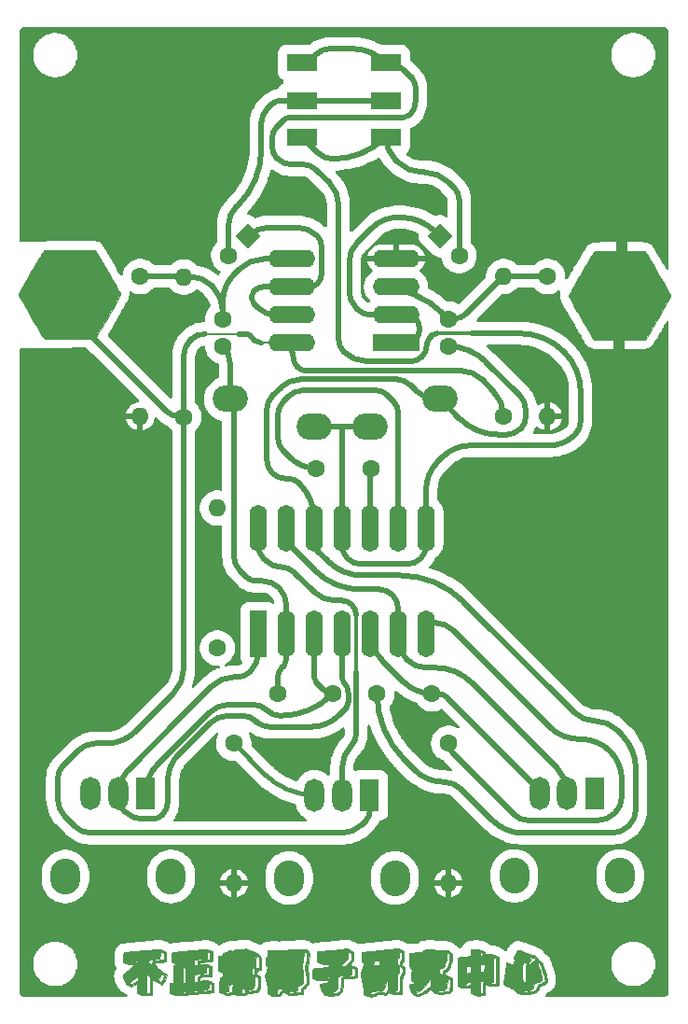
<source format=gbr>
%TF.GenerationSoftware,KiCad,Pcbnew,9.0.0*%
%TF.CreationDate,2025-03-05T17:56:15+01:00*%
%TF.ProjectId,SolarSynth_digilog,536f6c61-7253-4796-9e74-685f64696769,rev?*%
%TF.SameCoordinates,Original*%
%TF.FileFunction,Copper,L1,Top*%
%TF.FilePolarity,Positive*%
%FSLAX46Y46*%
G04 Gerber Fmt 4.6, Leading zero omitted, Abs format (unit mm)*
G04 Created by KiCad (PCBNEW 9.0.0) date 2025-03-05 17:56:15*
%MOMM*%
%LPD*%
G01*
G04 APERTURE LIST*
G04 Aperture macros list*
%AMRotRect*
0 Rectangle, with rotation*
0 The origin of the aperture is its center*
0 $1 length*
0 $2 width*
0 $3 Rotation angle, in degrees counterclockwise*
0 Add horizontal line*
21,1,$1,$2,0,0,$3*%
G04 Aperture macros list end*
%TA.AperFunction,Conductor*%
%ADD10C,0.500000*%
%TD*%
%TA.AperFunction,EtchedComponent*%
%ADD11C,0.010000*%
%TD*%
%TA.AperFunction,ComponentPad*%
%ADD12C,1.600000*%
%TD*%
%TA.AperFunction,ComponentPad*%
%ADD13O,1.600000X1.600000*%
%TD*%
%TA.AperFunction,ComponentPad*%
%ADD14C,6.000000*%
%TD*%
%TA.AperFunction,ComponentPad*%
%ADD15O,3.200000X2.400000*%
%TD*%
%TA.AperFunction,ComponentPad*%
%ADD16RotRect,1.600000X1.600000X225.000000*%
%TD*%
%TA.AperFunction,ComponentPad*%
%ADD17R,4.248000X1.600000*%
%TD*%
%TA.AperFunction,ComponentPad*%
%ADD18O,4.248000X1.600000*%
%TD*%
%TA.AperFunction,SMDPad,CuDef*%
%ADD19R,2.800000X1.600000*%
%TD*%
%TA.AperFunction,ComponentPad*%
%ADD20O,2.720000X3.240000*%
%TD*%
%TA.AperFunction,ComponentPad*%
%ADD21R,1.800000X3.000000*%
%TD*%
%TA.AperFunction,ComponentPad*%
%ADD22O,1.800000X3.000000*%
%TD*%
%TA.AperFunction,ComponentPad*%
%ADD23RotRect,1.600000X1.600000X315.000000*%
%TD*%
%TA.AperFunction,ComponentPad*%
%ADD24R,1.600000X4.248000*%
%TD*%
%TA.AperFunction,ComponentPad*%
%ADD25O,1.600000X4.248000*%
%TD*%
%TA.AperFunction,Conductor*%
%ADD26C,1.000000*%
%TD*%
%TA.AperFunction,Conductor*%
%ADD27C,0.200000*%
%TD*%
%TA.AperFunction,Conductor*%
%ADD28C,0.300000*%
%TD*%
%TA.AperFunction,Conductor*%
%ADD29C,0.400000*%
%TD*%
G04 APERTURE END LIST*
D10*
%TO.N,VCC*%
X95000000Y-60000000D02*
X93000000Y-58000000D01*
D11*
%TD*%
%TO.C,Ref\u002A\u002A*%
X95548559Y-53217266D02*
X95764949Y-53591013D01*
X95968402Y-53944568D01*
X96154923Y-54270837D01*
X96320513Y-54562725D01*
X96461175Y-54813137D01*
X96572913Y-55014979D01*
X96651728Y-55161157D01*
X96693624Y-55244575D01*
X96699386Y-55259849D01*
X96681593Y-55318784D01*
X96620684Y-55448087D01*
X96517688Y-55645880D01*
X96373635Y-55910284D01*
X96189553Y-56239421D01*
X95966472Y-56631411D01*
X95705420Y-57084376D01*
X95607900Y-57252450D01*
X95393124Y-57621312D01*
X95189598Y-57969459D01*
X95001567Y-58289731D01*
X94833271Y-58574966D01*
X94688954Y-58818003D01*
X94572858Y-59011681D01*
X94489226Y-59148838D01*
X94442299Y-59222312D01*
X94435444Y-59231533D01*
X94416584Y-59247689D01*
X94386364Y-59261321D01*
X94338004Y-59272642D01*
X94264719Y-59281865D01*
X94159729Y-59289201D01*
X94016252Y-59294864D01*
X93827506Y-59299067D01*
X93586708Y-59302022D01*
X93287077Y-59303941D01*
X92921831Y-59305037D01*
X92484188Y-59305524D01*
X92072454Y-59305616D01*
X91562432Y-59305334D01*
X91130669Y-59304376D01*
X90770756Y-59302578D01*
X90476287Y-59299775D01*
X90240855Y-59295802D01*
X90058052Y-59290493D01*
X89921472Y-59283685D01*
X89824708Y-59275211D01*
X89761352Y-59264907D01*
X89724997Y-59252608D01*
X89714139Y-59244883D01*
X89674190Y-59189609D01*
X89598504Y-59070326D01*
X89491887Y-58895408D01*
X89359146Y-58673228D01*
X89205087Y-58412160D01*
X89034517Y-58120577D01*
X88852243Y-57806854D01*
X88663072Y-57479364D01*
X88471810Y-57146481D01*
X88283263Y-56816579D01*
X88102240Y-56498031D01*
X87933545Y-56199211D01*
X87781987Y-55928493D01*
X87652371Y-55694251D01*
X87549504Y-55504858D01*
X87478194Y-55368688D01*
X87443246Y-55294116D01*
X87440492Y-55283950D01*
X87448325Y-55264870D01*
X90630328Y-55264870D01*
X90654483Y-55571167D01*
X90734406Y-55847955D01*
X90747225Y-55876616D01*
X90937797Y-56194318D01*
X91182424Y-56446874D01*
X91481290Y-56634453D01*
X91631720Y-56697061D01*
X91875002Y-56750572D01*
X92156431Y-56758374D01*
X92444243Y-56722514D01*
X92706671Y-56645042D01*
X92753325Y-56624730D01*
X93051195Y-56442370D01*
X93289050Y-56203452D01*
X93462113Y-55915584D01*
X93565605Y-55586374D01*
X93595277Y-55283950D01*
X93590705Y-55094003D01*
X93567221Y-54946094D01*
X93515746Y-54798166D01*
X93467354Y-54691283D01*
X93276280Y-54382153D01*
X93025417Y-54126161D01*
X92732443Y-53937941D01*
X92607730Y-53882030D01*
X92493470Y-53847746D01*
X92361616Y-53830032D01*
X92184121Y-53823836D01*
X92097158Y-53823450D01*
X91902817Y-53825591D01*
X91765036Y-53836049D01*
X91655742Y-53860876D01*
X91546857Y-53906125D01*
X91429632Y-53967345D01*
X91135063Y-54167426D01*
X90905847Y-54416321D01*
X90749130Y-54686202D01*
X90661894Y-54959677D01*
X90630328Y-55264870D01*
X87448325Y-55264870D01*
X87461142Y-55233653D01*
X87519889Y-55118738D01*
X87611926Y-54947580D01*
X87732447Y-54728552D01*
X87876644Y-54470027D01*
X88039711Y-54180379D01*
X88216841Y-53867982D01*
X88403228Y-53541211D01*
X88594065Y-53208437D01*
X88784544Y-52878036D01*
X88969861Y-52558381D01*
X89145207Y-52257846D01*
X89305776Y-51984804D01*
X89446762Y-51747630D01*
X89563358Y-51554697D01*
X89650756Y-51414378D01*
X89704151Y-51335048D01*
X89714139Y-51323016D01*
X89738218Y-51309601D01*
X89785701Y-51298254D01*
X89862963Y-51288811D01*
X89976383Y-51281111D01*
X90132337Y-51274990D01*
X90337201Y-51270286D01*
X90597353Y-51266836D01*
X90919169Y-51264477D01*
X91309027Y-51263046D01*
X91773302Y-51262382D01*
X92094083Y-51262283D01*
X94413294Y-51262283D01*
X95548559Y-53217266D01*
%TA.AperFunction,EtchedComponent*%
%TO.C,Ref\u002A\u002A*%
G36*
X95548559Y-53217266D02*
G01*
X95764949Y-53591013D01*
X95968402Y-53944568D01*
X96154923Y-54270837D01*
X96320513Y-54562725D01*
X96461175Y-54813137D01*
X96572913Y-55014979D01*
X96651728Y-55161157D01*
X96693624Y-55244575D01*
X96699386Y-55259849D01*
X96681593Y-55318784D01*
X96620684Y-55448087D01*
X96517688Y-55645880D01*
X96373635Y-55910284D01*
X96189553Y-56239421D01*
X95966472Y-56631411D01*
X95705420Y-57084376D01*
X95607900Y-57252450D01*
X95393124Y-57621312D01*
X95189598Y-57969459D01*
X95001567Y-58289731D01*
X94833271Y-58574966D01*
X94688954Y-58818003D01*
X94572858Y-59011681D01*
X94489226Y-59148838D01*
X94442299Y-59222312D01*
X94435444Y-59231533D01*
X94416584Y-59247689D01*
X94386364Y-59261321D01*
X94338004Y-59272642D01*
X94264719Y-59281865D01*
X94159729Y-59289201D01*
X94016252Y-59294864D01*
X93827506Y-59299067D01*
X93586708Y-59302022D01*
X93287077Y-59303941D01*
X92921831Y-59305037D01*
X92484188Y-59305524D01*
X92072454Y-59305616D01*
X91562432Y-59305334D01*
X91130669Y-59304376D01*
X90770756Y-59302578D01*
X90476287Y-59299775D01*
X90240855Y-59295802D01*
X90058052Y-59290493D01*
X89921472Y-59283685D01*
X89824708Y-59275211D01*
X89761352Y-59264907D01*
X89724997Y-59252608D01*
X89714139Y-59244883D01*
X89674190Y-59189609D01*
X89598504Y-59070326D01*
X89491887Y-58895408D01*
X89359146Y-58673228D01*
X89205087Y-58412160D01*
X89034517Y-58120577D01*
X88852243Y-57806854D01*
X88663072Y-57479364D01*
X88471810Y-57146481D01*
X88283263Y-56816579D01*
X88102240Y-56498031D01*
X87933545Y-56199211D01*
X87781987Y-55928493D01*
X87652371Y-55694251D01*
X87549504Y-55504858D01*
X87478194Y-55368688D01*
X87443246Y-55294116D01*
X87440492Y-55283950D01*
X87448325Y-55264870D01*
X90630328Y-55264870D01*
X90654483Y-55571167D01*
X90734406Y-55847955D01*
X90747225Y-55876616D01*
X90937797Y-56194318D01*
X91182424Y-56446874D01*
X91481290Y-56634453D01*
X91631720Y-56697061D01*
X91875002Y-56750572D01*
X92156431Y-56758374D01*
X92444243Y-56722514D01*
X92706671Y-56645042D01*
X92753325Y-56624730D01*
X93051195Y-56442370D01*
X93289050Y-56203452D01*
X93462113Y-55915584D01*
X93565605Y-55586374D01*
X93595277Y-55283950D01*
X93590705Y-55094003D01*
X93567221Y-54946094D01*
X93515746Y-54798166D01*
X93467354Y-54691283D01*
X93276280Y-54382153D01*
X93025417Y-54126161D01*
X92732443Y-53937941D01*
X92607730Y-53882030D01*
X92493470Y-53847746D01*
X92361616Y-53830032D01*
X92184121Y-53823836D01*
X92097158Y-53823450D01*
X91902817Y-53825591D01*
X91765036Y-53836049D01*
X91655742Y-53860876D01*
X91546857Y-53906125D01*
X91429632Y-53967345D01*
X91135063Y-54167426D01*
X90905847Y-54416321D01*
X90749130Y-54686202D01*
X90661894Y-54959677D01*
X90630328Y-55264870D01*
X87448325Y-55264870D01*
X87461142Y-55233653D01*
X87519889Y-55118738D01*
X87611926Y-54947580D01*
X87732447Y-54728552D01*
X87876644Y-54470027D01*
X88039711Y-54180379D01*
X88216841Y-53867982D01*
X88403228Y-53541211D01*
X88594065Y-53208437D01*
X88784544Y-52878036D01*
X88969861Y-52558381D01*
X89145207Y-52257846D01*
X89305776Y-51984804D01*
X89446762Y-51747630D01*
X89563358Y-51554697D01*
X89650756Y-51414378D01*
X89704151Y-51335048D01*
X89714139Y-51323016D01*
X89738218Y-51309601D01*
X89785701Y-51298254D01*
X89862963Y-51288811D01*
X89976383Y-51281111D01*
X90132337Y-51274990D01*
X90337201Y-51270286D01*
X90597353Y-51266836D01*
X90919169Y-51264477D01*
X91309027Y-51263046D01*
X91773302Y-51262382D01*
X92094083Y-51262283D01*
X94413294Y-51262283D01*
X95548559Y-53217266D01*
G37*
%TD.AperFunction*%
X142911605Y-51347370D02*
X143260093Y-51349158D01*
X143577232Y-51352023D01*
X143853421Y-51355988D01*
X144079056Y-51361079D01*
X144244536Y-51367322D01*
X144340258Y-51374741D01*
X144359715Y-51379348D01*
X144393919Y-51424837D01*
X144464572Y-51535595D01*
X144566906Y-51703308D01*
X144696155Y-51919661D01*
X144847549Y-52176342D01*
X145016324Y-52465035D01*
X145197710Y-52777426D01*
X145386941Y-53105201D01*
X145579250Y-53440047D01*
X145769868Y-53773648D01*
X145954030Y-54097691D01*
X146126967Y-54403862D01*
X146283912Y-54683846D01*
X146420099Y-54929329D01*
X146530759Y-55131998D01*
X146611125Y-55283537D01*
X146656430Y-55375634D01*
X146664825Y-55399444D01*
X146644171Y-55449850D01*
X146585415Y-55564862D01*
X146493370Y-55736097D01*
X146372844Y-55955175D01*
X146228650Y-56213715D01*
X146065598Y-56503334D01*
X145888499Y-56815652D01*
X145702163Y-57142288D01*
X145511402Y-57474859D01*
X145321026Y-57804986D01*
X145135846Y-58124287D01*
X144960673Y-58424379D01*
X144800317Y-58696883D01*
X144659590Y-58933417D01*
X144543302Y-59125600D01*
X144456264Y-59265049D01*
X144403286Y-59343385D01*
X144395657Y-59352739D01*
X144376798Y-59370129D01*
X144349736Y-59384797D01*
X144307629Y-59396975D01*
X144243635Y-59406894D01*
X144150911Y-59414783D01*
X144022615Y-59420876D01*
X143851904Y-59425401D01*
X143631936Y-59428591D01*
X143355868Y-59430677D01*
X143016858Y-59431888D01*
X142608064Y-59432457D01*
X142122643Y-59432614D01*
X142029325Y-59432616D01*
X141528594Y-59432468D01*
X141105747Y-59431883D01*
X140754004Y-59430646D01*
X140466582Y-59428545D01*
X140236700Y-59425367D01*
X140057576Y-59420899D01*
X139922428Y-59414927D01*
X139824475Y-59407238D01*
X139756935Y-59397621D01*
X139713027Y-59385860D01*
X139685968Y-59371743D01*
X139671829Y-59358533D01*
X139638867Y-59308466D01*
X139567784Y-59192204D01*
X139462787Y-59016881D01*
X139328083Y-58789627D01*
X139167880Y-58517576D01*
X138986385Y-58207858D01*
X138787805Y-57867606D01*
X138576349Y-57503952D01*
X138494253Y-57362420D01*
X138246976Y-56935354D01*
X138039272Y-56575230D01*
X137867922Y-56275933D01*
X137729705Y-56031349D01*
X137621402Y-55835361D01*
X137539794Y-55681856D01*
X137481661Y-55564719D01*
X137443783Y-55477834D01*
X137422942Y-55415088D01*
X137419393Y-55392492D01*
X140606688Y-55392492D01*
X140642014Y-55744284D01*
X140750630Y-56056683D01*
X140935614Y-56337613D01*
X141003498Y-56413814D01*
X141253413Y-56636348D01*
X141517546Y-56783328D01*
X141812169Y-56861226D01*
X142153556Y-56876516D01*
X142165632Y-56876036D01*
X142380532Y-56855941D01*
X142562926Y-56807948D01*
X142743159Y-56729313D01*
X143036600Y-56542147D01*
X143270930Y-56296638D01*
X143441770Y-56008697D01*
X143500848Y-55867006D01*
X143534988Y-55733788D01*
X143550370Y-55575874D01*
X143553325Y-55410059D01*
X143549608Y-55218712D01*
X143533512Y-55077545D01*
X143497617Y-54952220D01*
X143434506Y-54808397D01*
X143414447Y-54767235D01*
X143226180Y-54472076D01*
X142987982Y-54236377D01*
X142711371Y-54063066D01*
X142407868Y-53955072D01*
X142088992Y-53915324D01*
X141766261Y-53946750D01*
X141451196Y-54052281D01*
X141196738Y-54203374D01*
X140941011Y-54440720D01*
X140755651Y-54723531D01*
X140643329Y-55046427D01*
X140606688Y-55392492D01*
X137419393Y-55392492D01*
X137415917Y-55370365D01*
X137419490Y-55337550D01*
X137422784Y-55327384D01*
X137451891Y-55269560D01*
X137519448Y-55145958D01*
X137621266Y-54963944D01*
X137753154Y-54730884D01*
X137910923Y-54454144D01*
X138090383Y-54141092D01*
X138287344Y-53799094D01*
X138497616Y-53435516D01*
X138561601Y-53325174D01*
X138845036Y-52838846D01*
X139088736Y-52425391D01*
X139293577Y-52083388D01*
X139460436Y-51811418D01*
X139590189Y-51608063D01*
X139683712Y-51471902D01*
X139741881Y-51401517D01*
X139755452Y-51391460D01*
X139815030Y-51383084D01*
X139948884Y-51375506D01*
X140147412Y-51368751D01*
X140401010Y-51362844D01*
X140700077Y-51357811D01*
X141035011Y-51353676D01*
X141396210Y-51350466D01*
X141774071Y-51348205D01*
X142158992Y-51346918D01*
X142541370Y-51346631D01*
X142911605Y-51347370D01*
%TA.AperFunction,EtchedComponent*%
G36*
X142911605Y-51347370D02*
G01*
X143260093Y-51349158D01*
X143577232Y-51352023D01*
X143853421Y-51355988D01*
X144079056Y-51361079D01*
X144244536Y-51367322D01*
X144340258Y-51374741D01*
X144359715Y-51379348D01*
X144393919Y-51424837D01*
X144464572Y-51535595D01*
X144566906Y-51703308D01*
X144696155Y-51919661D01*
X144847549Y-52176342D01*
X145016324Y-52465035D01*
X145197710Y-52777426D01*
X145386941Y-53105201D01*
X145579250Y-53440047D01*
X145769868Y-53773648D01*
X145954030Y-54097691D01*
X146126967Y-54403862D01*
X146283912Y-54683846D01*
X146420099Y-54929329D01*
X146530759Y-55131998D01*
X146611125Y-55283537D01*
X146656430Y-55375634D01*
X146664825Y-55399444D01*
X146644171Y-55449850D01*
X146585415Y-55564862D01*
X146493370Y-55736097D01*
X146372844Y-55955175D01*
X146228650Y-56213715D01*
X146065598Y-56503334D01*
X145888499Y-56815652D01*
X145702163Y-57142288D01*
X145511402Y-57474859D01*
X145321026Y-57804986D01*
X145135846Y-58124287D01*
X144960673Y-58424379D01*
X144800317Y-58696883D01*
X144659590Y-58933417D01*
X144543302Y-59125600D01*
X144456264Y-59265049D01*
X144403286Y-59343385D01*
X144395657Y-59352739D01*
X144376798Y-59370129D01*
X144349736Y-59384797D01*
X144307629Y-59396975D01*
X144243635Y-59406894D01*
X144150911Y-59414783D01*
X144022615Y-59420876D01*
X143851904Y-59425401D01*
X143631936Y-59428591D01*
X143355868Y-59430677D01*
X143016858Y-59431888D01*
X142608064Y-59432457D01*
X142122643Y-59432614D01*
X142029325Y-59432616D01*
X141528594Y-59432468D01*
X141105747Y-59431883D01*
X140754004Y-59430646D01*
X140466582Y-59428545D01*
X140236700Y-59425367D01*
X140057576Y-59420899D01*
X139922428Y-59414927D01*
X139824475Y-59407238D01*
X139756935Y-59397621D01*
X139713027Y-59385860D01*
X139685968Y-59371743D01*
X139671829Y-59358533D01*
X139638867Y-59308466D01*
X139567784Y-59192204D01*
X139462787Y-59016881D01*
X139328083Y-58789627D01*
X139167880Y-58517576D01*
X138986385Y-58207858D01*
X138787805Y-57867606D01*
X138576349Y-57503952D01*
X138494253Y-57362420D01*
X138246976Y-56935354D01*
X138039272Y-56575230D01*
X137867922Y-56275933D01*
X137729705Y-56031349D01*
X137621402Y-55835361D01*
X137539794Y-55681856D01*
X137481661Y-55564719D01*
X137443783Y-55477834D01*
X137422942Y-55415088D01*
X137419393Y-55392492D01*
X140606688Y-55392492D01*
X140642014Y-55744284D01*
X140750630Y-56056683D01*
X140935614Y-56337613D01*
X141003498Y-56413814D01*
X141253413Y-56636348D01*
X141517546Y-56783328D01*
X141812169Y-56861226D01*
X142153556Y-56876516D01*
X142165632Y-56876036D01*
X142380532Y-56855941D01*
X142562926Y-56807948D01*
X142743159Y-56729313D01*
X143036600Y-56542147D01*
X143270930Y-56296638D01*
X143441770Y-56008697D01*
X143500848Y-55867006D01*
X143534988Y-55733788D01*
X143550370Y-55575874D01*
X143553325Y-55410059D01*
X143549608Y-55218712D01*
X143533512Y-55077545D01*
X143497617Y-54952220D01*
X143434506Y-54808397D01*
X143414447Y-54767235D01*
X143226180Y-54472076D01*
X142987982Y-54236377D01*
X142711371Y-54063066D01*
X142407868Y-53955072D01*
X142088992Y-53915324D01*
X141766261Y-53946750D01*
X141451196Y-54052281D01*
X141196738Y-54203374D01*
X140941011Y-54440720D01*
X140755651Y-54723531D01*
X140643329Y-55046427D01*
X140606688Y-55392492D01*
X137419393Y-55392492D01*
X137415917Y-55370365D01*
X137419490Y-55337550D01*
X137422784Y-55327384D01*
X137451891Y-55269560D01*
X137519448Y-55145958D01*
X137621266Y-54963944D01*
X137753154Y-54730884D01*
X137910923Y-54454144D01*
X138090383Y-54141092D01*
X138287344Y-53799094D01*
X138497616Y-53435516D01*
X138561601Y-53325174D01*
X138845036Y-52838846D01*
X139088736Y-52425391D01*
X139293577Y-52083388D01*
X139460436Y-51811418D01*
X139590189Y-51608063D01*
X139683712Y-51471902D01*
X139741881Y-51401517D01*
X139755452Y-51391460D01*
X139815030Y-51383084D01*
X139948884Y-51375506D01*
X140147412Y-51368751D01*
X140401010Y-51362844D01*
X140700077Y-51357811D01*
X141035011Y-51353676D01*
X141396210Y-51350466D01*
X141774071Y-51348205D01*
X142158992Y-51346918D01*
X142541370Y-51346631D01*
X142911605Y-51347370D01*
G37*
%TD.AperFunction*%
X129230965Y-114687460D02*
X129462095Y-114737316D01*
X129642640Y-114821832D01*
X129760743Y-114937817D01*
X129793163Y-115008231D01*
X129833667Y-115143283D01*
X130185953Y-115143283D01*
X130377196Y-115147427D01*
X130517833Y-115164618D01*
X130641719Y-115201996D01*
X130782708Y-115266701D01*
X130791032Y-115270892D01*
X131043825Y-115398502D01*
X131043825Y-117932095D01*
X130860371Y-117959606D01*
X130682825Y-117973510D01*
X130468415Y-117972039D01*
X130249507Y-117957146D01*
X130058468Y-117930781D01*
X129953742Y-117904923D01*
X129816158Y-117858526D01*
X129816158Y-118818841D01*
X129657408Y-118841569D01*
X129416728Y-118874315D01*
X129239494Y-118891813D01*
X129105656Y-118892823D01*
X128995160Y-118876108D01*
X128887955Y-118840429D01*
X128768408Y-118786655D01*
X128503825Y-118660545D01*
X128503825Y-118650411D01*
X128920950Y-118650411D01*
X128927158Y-118666364D01*
X129018355Y-118684587D01*
X129159289Y-118693699D01*
X129315482Y-118693331D01*
X129452456Y-118683114D01*
X129509242Y-118672601D01*
X129550420Y-118657414D01*
X129577621Y-118627975D01*
X129593734Y-118568968D01*
X129601653Y-118465076D01*
X129604267Y-118300981D01*
X129604492Y-118167991D01*
X129605045Y-117961159D01*
X129608824Y-117824056D01*
X129618339Y-117747115D01*
X130141228Y-117747115D01*
X130156580Y-117769930D01*
X130248414Y-117797171D01*
X130392997Y-117808442D01*
X130559786Y-117802962D01*
X130699867Y-117783825D01*
X130832158Y-117757366D01*
X130832158Y-115497631D01*
X130683992Y-115426975D01*
X130535825Y-115356319D01*
X130535825Y-117672375D01*
X130315330Y-117701625D01*
X130189174Y-117723639D01*
X130141228Y-117747115D01*
X129618339Y-117747115D01*
X129619004Y-117741743D01*
X129638763Y-117699280D01*
X129671276Y-117681731D01*
X129709215Y-117675511D01*
X129782236Y-117650647D01*
X129780630Y-117608924D01*
X129721061Y-117576687D01*
X129596508Y-117577158D01*
X129550241Y-117582746D01*
X129353160Y-117609759D01*
X129341243Y-118079599D01*
X129329325Y-118549439D01*
X129096492Y-118594785D01*
X128978117Y-118623681D01*
X128920950Y-118650411D01*
X128503825Y-118650411D01*
X128503843Y-118415330D01*
X128503861Y-118170116D01*
X128112260Y-118170116D01*
X127909157Y-118166533D01*
X127763346Y-118152641D01*
X127647637Y-118123726D01*
X127534840Y-118075075D01*
X127519575Y-118067362D01*
X127318492Y-117964609D01*
X127318495Y-117958820D01*
X127759288Y-117958820D01*
X127804884Y-117978690D01*
X127826492Y-117985517D01*
X127961912Y-118006485D01*
X128127193Y-118003563D01*
X128290430Y-117980413D01*
X128419716Y-117940695D01*
X128465860Y-117912163D01*
X128528123Y-117826890D01*
X128546158Y-117761388D01*
X128530872Y-117711632D01*
X128471177Y-117688520D01*
X128360527Y-117683283D01*
X128230518Y-117693546D01*
X128150952Y-117733256D01*
X128106847Y-117787138D01*
X128000180Y-117879740D01*
X127879729Y-117921814D01*
X127781661Y-117942942D01*
X127759288Y-117958820D01*
X127318495Y-117958820D01*
X127319140Y-116733862D01*
X127319926Y-116545220D01*
X128122825Y-116545220D01*
X128123898Y-116714290D01*
X128130278Y-116814522D01*
X128146703Y-116861741D01*
X128177913Y-116871775D01*
X128218075Y-116863298D01*
X128336495Y-116843132D01*
X128429742Y-116837194D01*
X128546158Y-116836616D01*
X128546158Y-116751950D01*
X129350492Y-116751950D01*
X129521153Y-116751950D01*
X129638713Y-116739633D01*
X129703588Y-116707565D01*
X129708089Y-116699033D01*
X129719638Y-116631878D01*
X129734012Y-116507703D01*
X129747501Y-116360366D01*
X129770639Y-116074616D01*
X129350492Y-116074616D01*
X129350492Y-116751950D01*
X128546158Y-116751950D01*
X128546158Y-116201616D01*
X128122825Y-116201616D01*
X128122825Y-116545220D01*
X127319926Y-116545220D01*
X127320458Y-116417571D01*
X127322996Y-116201616D01*
X127323866Y-116127631D01*
X127324956Y-116074616D01*
X127329059Y-115875183D01*
X127335729Y-115671371D01*
X127343573Y-115527334D01*
X127352283Y-115454214D01*
X127354413Y-115448542D01*
X127414180Y-115419097D01*
X127553139Y-115389273D01*
X127765825Y-115360068D01*
X127935848Y-115342376D01*
X128482658Y-115290785D01*
X128497996Y-114944153D01*
X129324623Y-114944153D01*
X129332053Y-115045143D01*
X129337917Y-115093421D01*
X129358183Y-115206448D01*
X129389638Y-115256297D01*
X129449318Y-115264252D01*
X129472783Y-115261944D01*
X129552764Y-115237347D01*
X129581272Y-115170884D01*
X129583325Y-115122687D01*
X129561145Y-115016134D01*
X129479645Y-114946895D01*
X129463700Y-114938922D01*
X129376363Y-114903418D01*
X129329463Y-114896315D01*
X129328834Y-114896829D01*
X129324623Y-114944153D01*
X128497996Y-114944153D01*
X128507454Y-114730439D01*
X128664389Y-114704493D01*
X128961110Y-114675456D01*
X129230965Y-114687460D01*
%TA.AperFunction,EtchedComponent*%
G36*
X129230965Y-114687460D02*
G01*
X129462095Y-114737316D01*
X129642640Y-114821832D01*
X129760743Y-114937817D01*
X129793163Y-115008231D01*
X129833667Y-115143283D01*
X130185953Y-115143283D01*
X130377196Y-115147427D01*
X130517833Y-115164618D01*
X130641719Y-115201996D01*
X130782708Y-115266701D01*
X130791032Y-115270892D01*
X131043825Y-115398502D01*
X131043825Y-117932095D01*
X130860371Y-117959606D01*
X130682825Y-117973510D01*
X130468415Y-117972039D01*
X130249507Y-117957146D01*
X130058468Y-117930781D01*
X129953742Y-117904923D01*
X129816158Y-117858526D01*
X129816158Y-118818841D01*
X129657408Y-118841569D01*
X129416728Y-118874315D01*
X129239494Y-118891813D01*
X129105656Y-118892823D01*
X128995160Y-118876108D01*
X128887955Y-118840429D01*
X128768408Y-118786655D01*
X128503825Y-118660545D01*
X128503825Y-118650411D01*
X128920950Y-118650411D01*
X128927158Y-118666364D01*
X129018355Y-118684587D01*
X129159289Y-118693699D01*
X129315482Y-118693331D01*
X129452456Y-118683114D01*
X129509242Y-118672601D01*
X129550420Y-118657414D01*
X129577621Y-118627975D01*
X129593734Y-118568968D01*
X129601653Y-118465076D01*
X129604267Y-118300981D01*
X129604492Y-118167991D01*
X129605045Y-117961159D01*
X129608824Y-117824056D01*
X129618339Y-117747115D01*
X130141228Y-117747115D01*
X130156580Y-117769930D01*
X130248414Y-117797171D01*
X130392997Y-117808442D01*
X130559786Y-117802962D01*
X130699867Y-117783825D01*
X130832158Y-117757366D01*
X130832158Y-115497631D01*
X130683992Y-115426975D01*
X130535825Y-115356319D01*
X130535825Y-117672375D01*
X130315330Y-117701625D01*
X130189174Y-117723639D01*
X130141228Y-117747115D01*
X129618339Y-117747115D01*
X129619004Y-117741743D01*
X129638763Y-117699280D01*
X129671276Y-117681731D01*
X129709215Y-117675511D01*
X129782236Y-117650647D01*
X129780630Y-117608924D01*
X129721061Y-117576687D01*
X129596508Y-117577158D01*
X129550241Y-117582746D01*
X129353160Y-117609759D01*
X129341243Y-118079599D01*
X129329325Y-118549439D01*
X129096492Y-118594785D01*
X128978117Y-118623681D01*
X128920950Y-118650411D01*
X128503825Y-118650411D01*
X128503843Y-118415330D01*
X128503861Y-118170116D01*
X128112260Y-118170116D01*
X127909157Y-118166533D01*
X127763346Y-118152641D01*
X127647637Y-118123726D01*
X127534840Y-118075075D01*
X127519575Y-118067362D01*
X127318492Y-117964609D01*
X127318495Y-117958820D01*
X127759288Y-117958820D01*
X127804884Y-117978690D01*
X127826492Y-117985517D01*
X127961912Y-118006485D01*
X128127193Y-118003563D01*
X128290430Y-117980413D01*
X128419716Y-117940695D01*
X128465860Y-117912163D01*
X128528123Y-117826890D01*
X128546158Y-117761388D01*
X128530872Y-117711632D01*
X128471177Y-117688520D01*
X128360527Y-117683283D01*
X128230518Y-117693546D01*
X128150952Y-117733256D01*
X128106847Y-117787138D01*
X128000180Y-117879740D01*
X127879729Y-117921814D01*
X127781661Y-117942942D01*
X127759288Y-117958820D01*
X127318495Y-117958820D01*
X127319140Y-116733862D01*
X127319926Y-116545220D01*
X128122825Y-116545220D01*
X128123898Y-116714290D01*
X128130278Y-116814522D01*
X128146703Y-116861741D01*
X128177913Y-116871775D01*
X128218075Y-116863298D01*
X128336495Y-116843132D01*
X128429742Y-116837194D01*
X128546158Y-116836616D01*
X128546158Y-116751950D01*
X129350492Y-116751950D01*
X129521153Y-116751950D01*
X129638713Y-116739633D01*
X129703588Y-116707565D01*
X129708089Y-116699033D01*
X129719638Y-116631878D01*
X129734012Y-116507703D01*
X129747501Y-116360366D01*
X129770639Y-116074616D01*
X129350492Y-116074616D01*
X129350492Y-116751950D01*
X128546158Y-116751950D01*
X128546158Y-116201616D01*
X128122825Y-116201616D01*
X128122825Y-116545220D01*
X127319926Y-116545220D01*
X127320458Y-116417571D01*
X127322996Y-116201616D01*
X127323866Y-116127631D01*
X127324956Y-116074616D01*
X127329059Y-115875183D01*
X127335729Y-115671371D01*
X127343573Y-115527334D01*
X127352283Y-115454214D01*
X127354413Y-115448542D01*
X127414180Y-115419097D01*
X127553139Y-115389273D01*
X127765825Y-115360068D01*
X127935848Y-115342376D01*
X128482658Y-115290785D01*
X128497996Y-114944153D01*
X129324623Y-114944153D01*
X129332053Y-115045143D01*
X129337917Y-115093421D01*
X129358183Y-115206448D01*
X129389638Y-115256297D01*
X129449318Y-115264252D01*
X129472783Y-115261944D01*
X129552764Y-115237347D01*
X129581272Y-115170884D01*
X129583325Y-115122687D01*
X129561145Y-115016134D01*
X129479645Y-114946895D01*
X129463700Y-114938922D01*
X129376363Y-114903418D01*
X129329463Y-114896315D01*
X129328834Y-114896829D01*
X129324623Y-114944153D01*
X128497996Y-114944153D01*
X128507454Y-114730439D01*
X128664389Y-114704493D01*
X128961110Y-114675456D01*
X129230965Y-114687460D01*
G37*
%TD.AperFunction*%
X113341352Y-114662514D02*
X113525686Y-114726041D01*
X113683671Y-114815721D01*
X113792048Y-114916836D01*
X113819611Y-114965097D01*
X113841055Y-115087025D01*
X113841268Y-115273834D01*
X113821466Y-115508766D01*
X113782862Y-115775065D01*
X113747444Y-115960967D01*
X113701093Y-116245000D01*
X113693873Y-116492442D01*
X113725959Y-116741877D01*
X113751505Y-116857783D01*
X113797306Y-117129122D01*
X113811098Y-117410071D01*
X113792307Y-117666528D01*
X113767225Y-117787130D01*
X113692056Y-117944781D01*
X113565429Y-118103875D01*
X113413776Y-118232663D01*
X113377917Y-118254783D01*
X113318161Y-118335506D01*
X113280682Y-118495667D01*
X113278383Y-118514339D01*
X113253222Y-118731561D01*
X113067258Y-118757050D01*
X112945801Y-118770405D01*
X112767477Y-118785970D01*
X112559967Y-118801459D01*
X112420110Y-118810550D01*
X111958925Y-118838560D01*
X111723016Y-118705422D01*
X111554600Y-118617443D01*
X111453982Y-118582728D01*
X111940325Y-118582728D01*
X111946563Y-118613499D01*
X111958052Y-118622121D01*
X112014341Y-118638181D01*
X112124499Y-118642939D01*
X112296006Y-118636098D01*
X112536338Y-118617360D01*
X112851075Y-118586627D01*
X113094492Y-118561347D01*
X113094492Y-118400505D01*
X113115891Y-118257729D01*
X113189997Y-118148479D01*
X113331673Y-118052013D01*
X113351786Y-118041413D01*
X113489101Y-117932592D01*
X113578584Y-117770177D01*
X113621029Y-117549695D01*
X113617230Y-117266677D01*
X113567982Y-116916650D01*
X113559505Y-116872230D01*
X113465731Y-116392116D01*
X113555278Y-115960642D01*
X113594661Y-115743216D01*
X113625215Y-115521879D01*
X113642521Y-115331244D01*
X113644825Y-115259400D01*
X113642678Y-115112099D01*
X113629326Y-115025028D01*
X113594405Y-114973754D01*
X113527550Y-114933844D01*
X113501358Y-114921216D01*
X113357890Y-114852801D01*
X113329973Y-115177959D01*
X113307683Y-115382939D01*
X113274701Y-115622912D01*
X113237684Y-115850000D01*
X113232999Y-115875664D01*
X113200716Y-116060446D01*
X113186080Y-116193146D01*
X113189465Y-116304565D01*
X113211247Y-116425508D01*
X113241149Y-116545883D01*
X113282435Y-116758383D01*
X113307182Y-116998115D01*
X113314849Y-117239541D01*
X113304894Y-117457121D01*
X113276776Y-117625315D01*
X113264799Y-117662116D01*
X113172078Y-117829513D01*
X113051419Y-117939973D01*
X112918585Y-117979616D01*
X112844160Y-117990092D01*
X112796731Y-118032522D01*
X112767889Y-118123416D01*
X112749227Y-118279279D01*
X112746086Y-118318283D01*
X112734889Y-118404039D01*
X112703763Y-118452826D01*
X112630987Y-118481549D01*
X112505809Y-118505252D01*
X112370659Y-118524633D01*
X112290052Y-118520971D01*
X112235743Y-118488963D01*
X112198892Y-118447646D01*
X112143712Y-118383387D01*
X112123587Y-118383573D01*
X112120825Y-118439786D01*
X112085542Y-118521188D01*
X112010969Y-118555909D01*
X111940325Y-118582728D01*
X111453982Y-118582728D01*
X111444286Y-118579383D01*
X111382481Y-118590309D01*
X111359593Y-118649288D01*
X111358825Y-118670025D01*
X111341572Y-118786614D01*
X111281363Y-118864691D01*
X111165520Y-118912288D01*
X110981363Y-118937442D01*
X110931731Y-118940688D01*
X110755896Y-118946492D01*
X110626276Y-118934969D01*
X110505028Y-118898926D01*
X110354308Y-118831166D01*
X110353408Y-118830732D01*
X110088825Y-118702878D01*
X110088825Y-118692745D01*
X110536124Y-118692745D01*
X110576985Y-118727598D01*
X110660325Y-118755329D01*
X110749477Y-118763181D01*
X110879486Y-118759112D01*
X111015416Y-118746037D01*
X111122329Y-118726870D01*
X111157742Y-118713829D01*
X111182420Y-118661028D01*
X111189492Y-118593352D01*
X111227438Y-118487075D01*
X111323734Y-118402783D01*
X111452066Y-118361762D01*
X111477182Y-118360616D01*
X111551886Y-118342593D01*
X111561850Y-118286533D01*
X111544313Y-118246316D01*
X111501554Y-118224867D01*
X111418314Y-118221150D01*
X111279334Y-118234125D01*
X111115408Y-118256161D01*
X110893158Y-118287743D01*
X110893158Y-118656950D01*
X110694192Y-118656950D01*
X110575949Y-118666997D01*
X110536124Y-118692745D01*
X110088825Y-118692745D01*
X110088825Y-118390084D01*
X110079837Y-118197740D01*
X110055571Y-118037516D01*
X110028932Y-117954370D01*
X109992850Y-117856250D01*
X109949391Y-117703023D01*
X109906326Y-117522887D01*
X109894058Y-117464949D01*
X109819077Y-117098448D01*
X109937893Y-116711116D01*
X110056710Y-116323783D01*
X109965126Y-116226297D01*
X109919790Y-116168493D01*
X109893691Y-116100084D01*
X109882963Y-115998964D01*
X109883738Y-115843031D01*
X109885934Y-115773630D01*
X109894127Y-115597800D01*
X109907118Y-115487743D01*
X109930031Y-115424568D01*
X109967988Y-115389384D01*
X109993575Y-115376661D01*
X110046668Y-115343427D01*
X110075459Y-115287862D01*
X110087082Y-115187172D01*
X110088825Y-115072338D01*
X110088825Y-114809804D01*
X110286261Y-114780197D01*
X110422616Y-114769450D01*
X110608424Y-114767334D01*
X110808893Y-114774031D01*
X110858489Y-114777193D01*
X111066450Y-114782974D01*
X111349394Y-114776778D01*
X111698544Y-114758973D01*
X112105122Y-114729928D01*
X112230830Y-114719597D01*
X112518819Y-114696804D01*
X112783966Y-114678674D01*
X113012854Y-114665896D01*
X113192064Y-114659160D01*
X113308179Y-114659155D01*
X113341352Y-114662514D01*
%TA.AperFunction,EtchedComponent*%
G36*
X113341352Y-114662514D02*
G01*
X113525686Y-114726041D01*
X113683671Y-114815721D01*
X113792048Y-114916836D01*
X113819611Y-114965097D01*
X113841055Y-115087025D01*
X113841268Y-115273834D01*
X113821466Y-115508766D01*
X113782862Y-115775065D01*
X113747444Y-115960967D01*
X113701093Y-116245000D01*
X113693873Y-116492442D01*
X113725959Y-116741877D01*
X113751505Y-116857783D01*
X113797306Y-117129122D01*
X113811098Y-117410071D01*
X113792307Y-117666528D01*
X113767225Y-117787130D01*
X113692056Y-117944781D01*
X113565429Y-118103875D01*
X113413776Y-118232663D01*
X113377917Y-118254783D01*
X113318161Y-118335506D01*
X113280682Y-118495667D01*
X113278383Y-118514339D01*
X113253222Y-118731561D01*
X113067258Y-118757050D01*
X112945801Y-118770405D01*
X112767477Y-118785970D01*
X112559967Y-118801459D01*
X112420110Y-118810550D01*
X111958925Y-118838560D01*
X111723016Y-118705422D01*
X111554600Y-118617443D01*
X111453982Y-118582728D01*
X111940325Y-118582728D01*
X111946563Y-118613499D01*
X111958052Y-118622121D01*
X112014341Y-118638181D01*
X112124499Y-118642939D01*
X112296006Y-118636098D01*
X112536338Y-118617360D01*
X112851075Y-118586627D01*
X113094492Y-118561347D01*
X113094492Y-118400505D01*
X113115891Y-118257729D01*
X113189997Y-118148479D01*
X113331673Y-118052013D01*
X113351786Y-118041413D01*
X113489101Y-117932592D01*
X113578584Y-117770177D01*
X113621029Y-117549695D01*
X113617230Y-117266677D01*
X113567982Y-116916650D01*
X113559505Y-116872230D01*
X113465731Y-116392116D01*
X113555278Y-115960642D01*
X113594661Y-115743216D01*
X113625215Y-115521879D01*
X113642521Y-115331244D01*
X113644825Y-115259400D01*
X113642678Y-115112099D01*
X113629326Y-115025028D01*
X113594405Y-114973754D01*
X113527550Y-114933844D01*
X113501358Y-114921216D01*
X113357890Y-114852801D01*
X113329973Y-115177959D01*
X113307683Y-115382939D01*
X113274701Y-115622912D01*
X113237684Y-115850000D01*
X113232999Y-115875664D01*
X113200716Y-116060446D01*
X113186080Y-116193146D01*
X113189465Y-116304565D01*
X113211247Y-116425508D01*
X113241149Y-116545883D01*
X113282435Y-116758383D01*
X113307182Y-116998115D01*
X113314849Y-117239541D01*
X113304894Y-117457121D01*
X113276776Y-117625315D01*
X113264799Y-117662116D01*
X113172078Y-117829513D01*
X113051419Y-117939973D01*
X112918585Y-117979616D01*
X112844160Y-117990092D01*
X112796731Y-118032522D01*
X112767889Y-118123416D01*
X112749227Y-118279279D01*
X112746086Y-118318283D01*
X112734889Y-118404039D01*
X112703763Y-118452826D01*
X112630987Y-118481549D01*
X112505809Y-118505252D01*
X112370659Y-118524633D01*
X112290052Y-118520971D01*
X112235743Y-118488963D01*
X112198892Y-118447646D01*
X112143712Y-118383387D01*
X112123587Y-118383573D01*
X112120825Y-118439786D01*
X112085542Y-118521188D01*
X112010969Y-118555909D01*
X111940325Y-118582728D01*
X111453982Y-118582728D01*
X111444286Y-118579383D01*
X111382481Y-118590309D01*
X111359593Y-118649288D01*
X111358825Y-118670025D01*
X111341572Y-118786614D01*
X111281363Y-118864691D01*
X111165520Y-118912288D01*
X110981363Y-118937442D01*
X110931731Y-118940688D01*
X110755896Y-118946492D01*
X110626276Y-118934969D01*
X110505028Y-118898926D01*
X110354308Y-118831166D01*
X110353408Y-118830732D01*
X110088825Y-118702878D01*
X110088825Y-118692745D01*
X110536124Y-118692745D01*
X110576985Y-118727598D01*
X110660325Y-118755329D01*
X110749477Y-118763181D01*
X110879486Y-118759112D01*
X111015416Y-118746037D01*
X111122329Y-118726870D01*
X111157742Y-118713829D01*
X111182420Y-118661028D01*
X111189492Y-118593352D01*
X111227438Y-118487075D01*
X111323734Y-118402783D01*
X111452066Y-118361762D01*
X111477182Y-118360616D01*
X111551886Y-118342593D01*
X111561850Y-118286533D01*
X111544313Y-118246316D01*
X111501554Y-118224867D01*
X111418314Y-118221150D01*
X111279334Y-118234125D01*
X111115408Y-118256161D01*
X110893158Y-118287743D01*
X110893158Y-118656950D01*
X110694192Y-118656950D01*
X110575949Y-118666997D01*
X110536124Y-118692745D01*
X110088825Y-118692745D01*
X110088825Y-118390084D01*
X110079837Y-118197740D01*
X110055571Y-118037516D01*
X110028932Y-117954370D01*
X109992850Y-117856250D01*
X109949391Y-117703023D01*
X109906326Y-117522887D01*
X109894058Y-117464949D01*
X109819077Y-117098448D01*
X109937893Y-116711116D01*
X110056710Y-116323783D01*
X109965126Y-116226297D01*
X109919790Y-116168493D01*
X109893691Y-116100084D01*
X109882963Y-115998964D01*
X109883738Y-115843031D01*
X109885934Y-115773630D01*
X109894127Y-115597800D01*
X109907118Y-115487743D01*
X109930031Y-115424568D01*
X109967988Y-115389384D01*
X109993575Y-115376661D01*
X110046668Y-115343427D01*
X110075459Y-115287862D01*
X110087082Y-115187172D01*
X110088825Y-115072338D01*
X110088825Y-114809804D01*
X110286261Y-114780197D01*
X110422616Y-114769450D01*
X110608424Y-114767334D01*
X110808893Y-114774031D01*
X110858489Y-114777193D01*
X111066450Y-114782974D01*
X111349394Y-114776778D01*
X111698544Y-114758973D01*
X112105122Y-114729928D01*
X112230830Y-114719597D01*
X112518819Y-114696804D01*
X112783966Y-114678674D01*
X113012854Y-114665896D01*
X113192064Y-114659160D01*
X113308179Y-114659155D01*
X113341352Y-114662514D01*
G37*
%TD.AperFunction*%
X100553242Y-114778905D02*
X100817825Y-114907455D01*
X100817825Y-115808513D01*
X100383908Y-115838001D01*
X100137493Y-115856578D01*
X99963902Y-115875076D01*
X99851339Y-115896115D01*
X99788003Y-115922310D01*
X99762097Y-115956279D01*
X99759492Y-115976515D01*
X99791487Y-116049961D01*
X99878723Y-116160755D01*
X100008075Y-116296298D01*
X100166417Y-116443993D01*
X100340624Y-116591242D01*
X100517571Y-116725448D01*
X100595203Y-116778630D01*
X100944302Y-117008530D01*
X100728035Y-117441156D01*
X100641146Y-117613951D01*
X100568410Y-117756687D01*
X100517906Y-117853635D01*
X100498083Y-117888802D01*
X100457599Y-117876263D01*
X100357477Y-117831022D01*
X100212787Y-117760223D01*
X100038595Y-117671007D01*
X100038282Y-117670843D01*
X99727600Y-117508594D01*
X100119284Y-117508594D01*
X100246305Y-117572064D01*
X100339051Y-117616080D01*
X100394031Y-117637884D01*
X100395989Y-117638242D01*
X100424264Y-117604553D01*
X100477859Y-117513173D01*
X100545841Y-117382922D01*
X100554739Y-117364981D01*
X100621020Y-117228507D01*
X100669446Y-117124863D01*
X100690573Y-117074328D01*
X100690825Y-117072829D01*
X100658178Y-117043211D01*
X100577118Y-116989847D01*
X100550752Y-116974001D01*
X100410679Y-116891356D01*
X100264982Y-117199975D01*
X100119284Y-117508594D01*
X99727600Y-117508594D01*
X99592166Y-117437866D01*
X99568992Y-118847450D01*
X99122287Y-118859380D01*
X98918541Y-118863334D01*
X98775647Y-118859668D01*
X98669873Y-118844486D01*
X98577487Y-118813893D01*
X98474757Y-118763992D01*
X98444954Y-118748192D01*
X98227689Y-118632207D01*
X98648709Y-118632207D01*
X98669332Y-118653801D01*
X98679992Y-118658478D01*
X98768485Y-118685448D01*
X98874695Y-118694502D01*
X99023216Y-118686330D01*
X99156242Y-118671852D01*
X99378492Y-118645156D01*
X99378492Y-117191892D01*
X99236148Y-117053927D01*
X99093805Y-116915963D01*
X99066815Y-117050915D01*
X99057576Y-117138866D01*
X99049699Y-117293499D01*
X99043774Y-117496829D01*
X99040390Y-117730875D01*
X99039825Y-117873621D01*
X99039825Y-118561375D01*
X98817575Y-118592500D01*
X98695237Y-118613157D01*
X98648709Y-118632207D01*
X98227689Y-118632207D01*
X98214325Y-118625073D01*
X98202255Y-118221511D01*
X98190185Y-117817950D01*
X97942978Y-117945445D01*
X97695771Y-118072939D01*
X97510548Y-117989695D01*
X97352574Y-117902981D01*
X97231962Y-117793261D01*
X97198496Y-117742177D01*
X97468414Y-117742177D01*
X97483757Y-117770431D01*
X97524006Y-117795424D01*
X97620878Y-117837487D01*
X97713187Y-117842501D01*
X97822899Y-117805965D01*
X97971981Y-117723380D01*
X98019812Y-117693866D01*
X98152045Y-117609102D01*
X98228118Y-117546648D01*
X98263757Y-117484081D01*
X98274683Y-117398975D01*
X98275911Y-117328607D01*
X98277825Y-117122099D01*
X98140242Y-117234426D01*
X98037635Y-117313432D01*
X97893432Y-117418582D01*
X97736413Y-117528948D01*
X97714506Y-117543993D01*
X97574563Y-117641134D01*
X97495607Y-117703136D01*
X97468414Y-117742177D01*
X97198496Y-117742177D01*
X97131818Y-117640400D01*
X97035252Y-117424259D01*
X97034386Y-117422063D01*
X96962651Y-117228462D01*
X96931006Y-117091066D01*
X96944579Y-116988969D01*
X97008500Y-116901264D01*
X97127896Y-116807045D01*
X97196846Y-116759810D01*
X97366103Y-116636628D01*
X97555637Y-116484922D01*
X97726095Y-116336271D01*
X97735256Y-116327767D01*
X98002658Y-116078365D01*
X97740865Y-116076491D01*
X97481687Y-116049397D01*
X97225446Y-115964618D01*
X97222282Y-115963249D01*
X97053235Y-115889935D01*
X99195633Y-115889935D01*
X99202019Y-115888528D01*
X99248736Y-115903895D01*
X99338106Y-115965387D01*
X99451924Y-116060266D01*
X99467320Y-116074165D01*
X99579361Y-116175401D01*
X99663668Y-116250051D01*
X99703979Y-116283738D01*
X99705147Y-116284361D01*
X99691831Y-116253367D01*
X99647468Y-116173408D01*
X99626596Y-116137631D01*
X99565849Y-115982187D01*
X99577869Y-115853445D01*
X99661114Y-115761297D01*
X99687504Y-115747519D01*
X99776787Y-115722349D01*
X99921774Y-115697280D01*
X100093636Y-115677144D01*
X100122436Y-115674642D01*
X100340729Y-115656721D01*
X100488574Y-115639261D01*
X100579639Y-115613041D01*
X100627586Y-115568839D01*
X100646081Y-115497435D01*
X100648788Y-115389608D01*
X100648492Y-115319650D01*
X100646862Y-115166934D01*
X100635472Y-115075482D01*
X100604569Y-115021890D01*
X100544403Y-114982755D01*
X100498889Y-114960623D01*
X100400209Y-114915193D01*
X100340314Y-114890675D01*
X100334487Y-114889283D01*
X100324503Y-114927866D01*
X100312745Y-115028837D01*
X100302133Y-115164978D01*
X100281870Y-115335883D01*
X100248456Y-115459133D01*
X100222470Y-115502781D01*
X100142005Y-115540252D01*
X99981988Y-115569988D01*
X99740035Y-115592430D01*
X99732054Y-115592958D01*
X99303747Y-115621026D01*
X99234568Y-115766097D01*
X99199327Y-115852064D01*
X99195633Y-115889935D01*
X97053235Y-115889935D01*
X96965492Y-115851882D01*
X96965492Y-115823199D01*
X97423127Y-115823199D01*
X97450063Y-115848633D01*
X97536992Y-115870108D01*
X97645909Y-115878808D01*
X97791694Y-115876562D01*
X97949421Y-115865626D01*
X98094161Y-115848254D01*
X98200988Y-115826702D01*
X98243773Y-115806173D01*
X98260713Y-115752585D01*
X98256679Y-115743026D01*
X98210192Y-115738941D01*
X98097946Y-115741085D01*
X97938573Y-115748865D01*
X97810841Y-115757210D01*
X97606134Y-115776408D01*
X97476023Y-115798764D01*
X97423127Y-115823199D01*
X96965492Y-115823199D01*
X96965492Y-115439266D01*
X96970740Y-115210886D01*
X96986868Y-115061697D01*
X97014446Y-114986854D01*
X97019434Y-114981882D01*
X97072482Y-114968197D01*
X97200339Y-114948540D01*
X97393443Y-114923994D01*
X97642230Y-114895641D01*
X97937138Y-114864563D01*
X98268604Y-114831845D01*
X98627066Y-114798568D01*
X98681017Y-114793734D01*
X100288658Y-114650355D01*
X100553242Y-114778905D01*
%TA.AperFunction,EtchedComponent*%
G36*
X100553242Y-114778905D02*
G01*
X100817825Y-114907455D01*
X100817825Y-115808513D01*
X100383908Y-115838001D01*
X100137493Y-115856578D01*
X99963902Y-115875076D01*
X99851339Y-115896115D01*
X99788003Y-115922310D01*
X99762097Y-115956279D01*
X99759492Y-115976515D01*
X99791487Y-116049961D01*
X99878723Y-116160755D01*
X100008075Y-116296298D01*
X100166417Y-116443993D01*
X100340624Y-116591242D01*
X100517571Y-116725448D01*
X100595203Y-116778630D01*
X100944302Y-117008530D01*
X100728035Y-117441156D01*
X100641146Y-117613951D01*
X100568410Y-117756687D01*
X100517906Y-117853635D01*
X100498083Y-117888802D01*
X100457599Y-117876263D01*
X100357477Y-117831022D01*
X100212787Y-117760223D01*
X100038595Y-117671007D01*
X100038282Y-117670843D01*
X99727600Y-117508594D01*
X100119284Y-117508594D01*
X100246305Y-117572064D01*
X100339051Y-117616080D01*
X100394031Y-117637884D01*
X100395989Y-117638242D01*
X100424264Y-117604553D01*
X100477859Y-117513173D01*
X100545841Y-117382922D01*
X100554739Y-117364981D01*
X100621020Y-117228507D01*
X100669446Y-117124863D01*
X100690573Y-117074328D01*
X100690825Y-117072829D01*
X100658178Y-117043211D01*
X100577118Y-116989847D01*
X100550752Y-116974001D01*
X100410679Y-116891356D01*
X100264982Y-117199975D01*
X100119284Y-117508594D01*
X99727600Y-117508594D01*
X99592166Y-117437866D01*
X99568992Y-118847450D01*
X99122287Y-118859380D01*
X98918541Y-118863334D01*
X98775647Y-118859668D01*
X98669873Y-118844486D01*
X98577487Y-118813893D01*
X98474757Y-118763992D01*
X98444954Y-118748192D01*
X98227689Y-118632207D01*
X98648709Y-118632207D01*
X98669332Y-118653801D01*
X98679992Y-118658478D01*
X98768485Y-118685448D01*
X98874695Y-118694502D01*
X99023216Y-118686330D01*
X99156242Y-118671852D01*
X99378492Y-118645156D01*
X99378492Y-117191892D01*
X99236148Y-117053927D01*
X99093805Y-116915963D01*
X99066815Y-117050915D01*
X99057576Y-117138866D01*
X99049699Y-117293499D01*
X99043774Y-117496829D01*
X99040390Y-117730875D01*
X99039825Y-117873621D01*
X99039825Y-118561375D01*
X98817575Y-118592500D01*
X98695237Y-118613157D01*
X98648709Y-118632207D01*
X98227689Y-118632207D01*
X98214325Y-118625073D01*
X98202255Y-118221511D01*
X98190185Y-117817950D01*
X97942978Y-117945445D01*
X97695771Y-118072939D01*
X97510548Y-117989695D01*
X97352574Y-117902981D01*
X97231962Y-117793261D01*
X97198496Y-117742177D01*
X97468414Y-117742177D01*
X97483757Y-117770431D01*
X97524006Y-117795424D01*
X97620878Y-117837487D01*
X97713187Y-117842501D01*
X97822899Y-117805965D01*
X97971981Y-117723380D01*
X98019812Y-117693866D01*
X98152045Y-117609102D01*
X98228118Y-117546648D01*
X98263757Y-117484081D01*
X98274683Y-117398975D01*
X98275911Y-117328607D01*
X98277825Y-117122099D01*
X98140242Y-117234426D01*
X98037635Y-117313432D01*
X97893432Y-117418582D01*
X97736413Y-117528948D01*
X97714506Y-117543993D01*
X97574563Y-117641134D01*
X97495607Y-117703136D01*
X97468414Y-117742177D01*
X97198496Y-117742177D01*
X97131818Y-117640400D01*
X97035252Y-117424259D01*
X97034386Y-117422063D01*
X96962651Y-117228462D01*
X96931006Y-117091066D01*
X96944579Y-116988969D01*
X97008500Y-116901264D01*
X97127896Y-116807045D01*
X97196846Y-116759810D01*
X97366103Y-116636628D01*
X97555637Y-116484922D01*
X97726095Y-116336271D01*
X97735256Y-116327767D01*
X98002658Y-116078365D01*
X97740865Y-116076491D01*
X97481687Y-116049397D01*
X97225446Y-115964618D01*
X97222282Y-115963249D01*
X97053235Y-115889935D01*
X99195633Y-115889935D01*
X99202019Y-115888528D01*
X99248736Y-115903895D01*
X99338106Y-115965387D01*
X99451924Y-116060266D01*
X99467320Y-116074165D01*
X99579361Y-116175401D01*
X99663668Y-116250051D01*
X99703979Y-116283738D01*
X99705147Y-116284361D01*
X99691831Y-116253367D01*
X99647468Y-116173408D01*
X99626596Y-116137631D01*
X99565849Y-115982187D01*
X99577869Y-115853445D01*
X99661114Y-115761297D01*
X99687504Y-115747519D01*
X99776787Y-115722349D01*
X99921774Y-115697280D01*
X100093636Y-115677144D01*
X100122436Y-115674642D01*
X100340729Y-115656721D01*
X100488574Y-115639261D01*
X100579639Y-115613041D01*
X100627586Y-115568839D01*
X100646081Y-115497435D01*
X100648788Y-115389608D01*
X100648492Y-115319650D01*
X100646862Y-115166934D01*
X100635472Y-115075482D01*
X100604569Y-115021890D01*
X100544403Y-114982755D01*
X100498889Y-114960623D01*
X100400209Y-114915193D01*
X100340314Y-114890675D01*
X100334487Y-114889283D01*
X100324503Y-114927866D01*
X100312745Y-115028837D01*
X100302133Y-115164978D01*
X100281870Y-115335883D01*
X100248456Y-115459133D01*
X100222470Y-115502781D01*
X100142005Y-115540252D01*
X99981988Y-115569988D01*
X99740035Y-115592430D01*
X99732054Y-115592958D01*
X99303747Y-115621026D01*
X99234568Y-115766097D01*
X99199327Y-115852064D01*
X99195633Y-115889935D01*
X97053235Y-115889935D01*
X96965492Y-115851882D01*
X96965492Y-115823199D01*
X97423127Y-115823199D01*
X97450063Y-115848633D01*
X97536992Y-115870108D01*
X97645909Y-115878808D01*
X97791694Y-115876562D01*
X97949421Y-115865626D01*
X98094161Y-115848254D01*
X98200988Y-115826702D01*
X98243773Y-115806173D01*
X98260713Y-115752585D01*
X98256679Y-115743026D01*
X98210192Y-115738941D01*
X98097946Y-115741085D01*
X97938573Y-115748865D01*
X97810841Y-115757210D01*
X97606134Y-115776408D01*
X97476023Y-115798764D01*
X97423127Y-115823199D01*
X96965492Y-115823199D01*
X96965492Y-115439266D01*
X96970740Y-115210886D01*
X96986868Y-115061697D01*
X97014446Y-114986854D01*
X97019434Y-114981882D01*
X97072482Y-114968197D01*
X97200339Y-114948540D01*
X97393443Y-114923994D01*
X97642230Y-114895641D01*
X97937138Y-114864563D01*
X98268604Y-114831845D01*
X98627066Y-114798568D01*
X98681017Y-114793734D01*
X100288658Y-114650355D01*
X100553242Y-114778905D01*
G37*
%TD.AperFunction*%
X132981016Y-114787491D02*
X133163530Y-114837901D01*
X133381717Y-114907383D01*
X133621460Y-114991333D01*
X133868644Y-115085149D01*
X134109151Y-115184227D01*
X134210649Y-115228946D01*
X134370823Y-115305391D01*
X134468562Y-115365885D01*
X134520871Y-115423767D01*
X134544433Y-115490742D01*
X134597562Y-115600087D01*
X134717648Y-115688811D01*
X134729729Y-115695098D01*
X134849502Y-115770716D01*
X134943986Y-115854878D01*
X134958384Y-115872966D01*
X134998206Y-115952746D01*
X135054815Y-116097129D01*
X135122666Y-116289053D01*
X135196213Y-116511451D01*
X135269911Y-116747262D01*
X135338214Y-116979419D01*
X135395576Y-117190860D01*
X135422602Y-117301405D01*
X135454143Y-117475101D01*
X135448879Y-117603826D01*
X135396628Y-117704701D01*
X135287208Y-117794846D01*
X135110438Y-117891384D01*
X135056021Y-117917808D01*
X134902195Y-117994805D01*
X134804557Y-118058074D01*
X134741728Y-118127822D01*
X134692328Y-118224262D01*
X134667439Y-118285133D01*
X134602180Y-118426057D01*
X134527277Y-118516935D01*
X134413579Y-118590108D01*
X134374699Y-118609910D01*
X134279760Y-118652206D01*
X134181856Y-118682098D01*
X134062142Y-118702450D01*
X133901774Y-118716128D01*
X133681907Y-118725994D01*
X133591533Y-118728950D01*
X133355810Y-118735278D01*
X133186103Y-118735936D01*
X133063840Y-118728937D01*
X132970450Y-118712296D01*
X132887361Y-118684029D01*
X132800658Y-118644406D01*
X132663875Y-118568336D01*
X132609566Y-118530249D01*
X133044401Y-118530249D01*
X133045719Y-118541503D01*
X133109289Y-118554392D01*
X133236873Y-118559153D01*
X133408315Y-118556796D01*
X133603457Y-118548331D01*
X133802141Y-118534769D01*
X133984210Y-118517120D01*
X134129507Y-118496395D01*
X134185170Y-118484388D01*
X134339689Y-118424373D01*
X134439918Y-118329209D01*
X134506004Y-118177251D01*
X134520478Y-118124195D01*
X134546181Y-118034762D01*
X134580617Y-117970120D01*
X134640344Y-117915772D01*
X134741924Y-117857219D01*
X134901917Y-117779963D01*
X134927246Y-117768083D01*
X135286766Y-117599606D01*
X135257429Y-117443224D01*
X135228762Y-117317721D01*
X135180528Y-117134157D01*
X135119296Y-116914999D01*
X135051636Y-116682719D01*
X134984118Y-116459785D01*
X134923312Y-116268666D01*
X134875788Y-116131832D01*
X134868519Y-116113118D01*
X134792703Y-115981751D01*
X134696885Y-115890976D01*
X134686499Y-115885154D01*
X134572000Y-115825945D01*
X134734341Y-116363030D01*
X134831022Y-116690319D01*
X134901098Y-116946575D01*
X134946258Y-117140565D01*
X134968190Y-117281056D01*
X134968580Y-117376816D01*
X134949118Y-117436610D01*
X134942714Y-117445361D01*
X134837610Y-117538416D01*
X134694582Y-117624597D01*
X134544070Y-117689140D01*
X134416511Y-117717286D01*
X134384565Y-117716059D01*
X134301945Y-117712390D01*
X134261569Y-117748850D01*
X134239453Y-117847438D01*
X134239147Y-117849442D01*
X134186239Y-118048361D01*
X134099253Y-118216536D01*
X133991386Y-118330477D01*
X133957867Y-118350124D01*
X133867864Y-118378284D01*
X133718197Y-118409834D01*
X133533473Y-118439979D01*
X133419761Y-118454956D01*
X133231430Y-118481210D01*
X133103148Y-118507039D01*
X133044401Y-118530249D01*
X132609566Y-118530249D01*
X132547959Y-118487045D01*
X132504325Y-118446778D01*
X132408720Y-118361758D01*
X132286732Y-118279538D01*
X132271492Y-118271001D01*
X132158978Y-118209048D01*
X132070999Y-118159352D01*
X132059825Y-118152818D01*
X131982585Y-118113948D01*
X131864761Y-118061375D01*
X131818732Y-118042047D01*
X131792536Y-118028575D01*
X132297941Y-118028575D01*
X132315127Y-118069649D01*
X132343941Y-118096033D01*
X132406648Y-118138885D01*
X132427749Y-118148950D01*
X132432906Y-118109570D01*
X132436503Y-118003232D01*
X132438128Y-117847636D01*
X132437846Y-117715033D01*
X132434868Y-117281116D01*
X132354038Y-117662116D01*
X132316978Y-117842803D01*
X132298418Y-117958958D01*
X132297941Y-118028575D01*
X131792536Y-118028575D01*
X131685515Y-117973537D01*
X131572193Y-117892943D01*
X131549284Y-117871078D01*
X131495566Y-117803766D01*
X131477548Y-117735685D01*
X131490341Y-117633876D01*
X131504554Y-117569543D01*
X131545482Y-117367658D01*
X131589482Y-117109358D01*
X131632415Y-116822590D01*
X131635912Y-116795957D01*
X133202078Y-116795957D01*
X133203148Y-117023777D01*
X133207049Y-117229628D01*
X133213930Y-117398279D01*
X133223937Y-117514498D01*
X133230103Y-117547977D01*
X133271323Y-117620497D01*
X133356090Y-117633786D01*
X133367108Y-117632644D01*
X133477992Y-117619783D01*
X133499158Y-116845576D01*
X133508521Y-116555620D01*
X133519181Y-116340466D01*
X133532118Y-116190250D01*
X133548312Y-116095108D01*
X133568741Y-116045177D01*
X133579645Y-116034787D01*
X133592896Y-116011047D01*
X133687184Y-116011047D01*
X133699657Y-116031519D01*
X133738663Y-116041132D01*
X133823276Y-116025097D01*
X133901325Y-115970378D01*
X133985921Y-115897707D01*
X134109222Y-115807802D01*
X134186999Y-115756588D01*
X134297399Y-115678523D01*
X134370441Y-115610388D01*
X134388082Y-115578060D01*
X134353583Y-115528554D01*
X134266794Y-115465873D01*
X134224345Y-115442432D01*
X134060531Y-115358861D01*
X133943848Y-115633404D01*
X133873296Y-115780373D01*
X133801161Y-115900243D01*
X133743916Y-115966258D01*
X133687184Y-116011047D01*
X133592896Y-116011047D01*
X133597922Y-116002044D01*
X133550718Y-115957387D01*
X133464915Y-115909410D01*
X133351270Y-115855983D01*
X133266718Y-115824335D01*
X133246845Y-115820616D01*
X133234028Y-115860401D01*
X133223156Y-115969603D01*
X133214378Y-116132991D01*
X133207840Y-116335333D01*
X133203691Y-116561399D01*
X133202078Y-116795957D01*
X131635912Y-116795957D01*
X131670145Y-116535296D01*
X131698536Y-116275423D01*
X131702366Y-116233366D01*
X131723437Y-116060060D01*
X131749822Y-115946999D01*
X131778677Y-115906317D01*
X131779048Y-115906318D01*
X131860336Y-115917773D01*
X132022605Y-115950258D01*
X132264873Y-116003576D01*
X132303242Y-116012265D01*
X132374191Y-116014231D01*
X132397432Y-115960168D01*
X132398492Y-115927256D01*
X132427975Y-115816690D01*
X132482188Y-115736920D01*
X132538822Y-115674826D01*
X132535408Y-115640731D01*
X132482188Y-115608430D01*
X132414785Y-115536545D01*
X132398492Y-115476067D01*
X132419341Y-115388304D01*
X132473496Y-115256966D01*
X132548370Y-115105634D01*
X132631374Y-114957894D01*
X132709922Y-114837328D01*
X132771424Y-114767520D01*
X132779472Y-114762293D01*
X132848292Y-114760754D01*
X132981016Y-114787491D01*
%TA.AperFunction,EtchedComponent*%
G36*
X132981016Y-114787491D02*
G01*
X133163530Y-114837901D01*
X133381717Y-114907383D01*
X133621460Y-114991333D01*
X133868644Y-115085149D01*
X134109151Y-115184227D01*
X134210649Y-115228946D01*
X134370823Y-115305391D01*
X134468562Y-115365885D01*
X134520871Y-115423767D01*
X134544433Y-115490742D01*
X134597562Y-115600087D01*
X134717648Y-115688811D01*
X134729729Y-115695098D01*
X134849502Y-115770716D01*
X134943986Y-115854878D01*
X134958384Y-115872966D01*
X134998206Y-115952746D01*
X135054815Y-116097129D01*
X135122666Y-116289053D01*
X135196213Y-116511451D01*
X135269911Y-116747262D01*
X135338214Y-116979419D01*
X135395576Y-117190860D01*
X135422602Y-117301405D01*
X135454143Y-117475101D01*
X135448879Y-117603826D01*
X135396628Y-117704701D01*
X135287208Y-117794846D01*
X135110438Y-117891384D01*
X135056021Y-117917808D01*
X134902195Y-117994805D01*
X134804557Y-118058074D01*
X134741728Y-118127822D01*
X134692328Y-118224262D01*
X134667439Y-118285133D01*
X134602180Y-118426057D01*
X134527277Y-118516935D01*
X134413579Y-118590108D01*
X134374699Y-118609910D01*
X134279760Y-118652206D01*
X134181856Y-118682098D01*
X134062142Y-118702450D01*
X133901774Y-118716128D01*
X133681907Y-118725994D01*
X133591533Y-118728950D01*
X133355810Y-118735278D01*
X133186103Y-118735936D01*
X133063840Y-118728937D01*
X132970450Y-118712296D01*
X132887361Y-118684029D01*
X132800658Y-118644406D01*
X132663875Y-118568336D01*
X132609566Y-118530249D01*
X133044401Y-118530249D01*
X133045719Y-118541503D01*
X133109289Y-118554392D01*
X133236873Y-118559153D01*
X133408315Y-118556796D01*
X133603457Y-118548331D01*
X133802141Y-118534769D01*
X133984210Y-118517120D01*
X134129507Y-118496395D01*
X134185170Y-118484388D01*
X134339689Y-118424373D01*
X134439918Y-118329209D01*
X134506004Y-118177251D01*
X134520478Y-118124195D01*
X134546181Y-118034762D01*
X134580617Y-117970120D01*
X134640344Y-117915772D01*
X134741924Y-117857219D01*
X134901917Y-117779963D01*
X134927246Y-117768083D01*
X135286766Y-117599606D01*
X135257429Y-117443224D01*
X135228762Y-117317721D01*
X135180528Y-117134157D01*
X135119296Y-116914999D01*
X135051636Y-116682719D01*
X134984118Y-116459785D01*
X134923312Y-116268666D01*
X134875788Y-116131832D01*
X134868519Y-116113118D01*
X134792703Y-115981751D01*
X134696885Y-115890976D01*
X134686499Y-115885154D01*
X134572000Y-115825945D01*
X134734341Y-116363030D01*
X134831022Y-116690319D01*
X134901098Y-116946575D01*
X134946258Y-117140565D01*
X134968190Y-117281056D01*
X134968580Y-117376816D01*
X134949118Y-117436610D01*
X134942714Y-117445361D01*
X134837610Y-117538416D01*
X134694582Y-117624597D01*
X134544070Y-117689140D01*
X134416511Y-117717286D01*
X134384565Y-117716059D01*
X134301945Y-117712390D01*
X134261569Y-117748850D01*
X134239453Y-117847438D01*
X134239147Y-117849442D01*
X134186239Y-118048361D01*
X134099253Y-118216536D01*
X133991386Y-118330477D01*
X133957867Y-118350124D01*
X133867864Y-118378284D01*
X133718197Y-118409834D01*
X133533473Y-118439979D01*
X133419761Y-118454956D01*
X133231430Y-118481210D01*
X133103148Y-118507039D01*
X133044401Y-118530249D01*
X132609566Y-118530249D01*
X132547959Y-118487045D01*
X132504325Y-118446778D01*
X132408720Y-118361758D01*
X132286732Y-118279538D01*
X132271492Y-118271001D01*
X132158978Y-118209048D01*
X132070999Y-118159352D01*
X132059825Y-118152818D01*
X131982585Y-118113948D01*
X131864761Y-118061375D01*
X131818732Y-118042047D01*
X131792536Y-118028575D01*
X132297941Y-118028575D01*
X132315127Y-118069649D01*
X132343941Y-118096033D01*
X132406648Y-118138885D01*
X132427749Y-118148950D01*
X132432906Y-118109570D01*
X132436503Y-118003232D01*
X132438128Y-117847636D01*
X132437846Y-117715033D01*
X132434868Y-117281116D01*
X132354038Y-117662116D01*
X132316978Y-117842803D01*
X132298418Y-117958958D01*
X132297941Y-118028575D01*
X131792536Y-118028575D01*
X131685515Y-117973537D01*
X131572193Y-117892943D01*
X131549284Y-117871078D01*
X131495566Y-117803766D01*
X131477548Y-117735685D01*
X131490341Y-117633876D01*
X131504554Y-117569543D01*
X131545482Y-117367658D01*
X131589482Y-117109358D01*
X131632415Y-116822590D01*
X131635912Y-116795957D01*
X133202078Y-116795957D01*
X133203148Y-117023777D01*
X133207049Y-117229628D01*
X133213930Y-117398279D01*
X133223937Y-117514498D01*
X133230103Y-117547977D01*
X133271323Y-117620497D01*
X133356090Y-117633786D01*
X133367108Y-117632644D01*
X133477992Y-117619783D01*
X133499158Y-116845576D01*
X133508521Y-116555620D01*
X133519181Y-116340466D01*
X133532118Y-116190250D01*
X133548312Y-116095108D01*
X133568741Y-116045177D01*
X133579645Y-116034787D01*
X133592896Y-116011047D01*
X133687184Y-116011047D01*
X133699657Y-116031519D01*
X133738663Y-116041132D01*
X133823276Y-116025097D01*
X133901325Y-115970378D01*
X133985921Y-115897707D01*
X134109222Y-115807802D01*
X134186999Y-115756588D01*
X134297399Y-115678523D01*
X134370441Y-115610388D01*
X134388082Y-115578060D01*
X134353583Y-115528554D01*
X134266794Y-115465873D01*
X134224345Y-115442432D01*
X134060531Y-115358861D01*
X133943848Y-115633404D01*
X133873296Y-115780373D01*
X133801161Y-115900243D01*
X133743916Y-115966258D01*
X133687184Y-116011047D01*
X133592896Y-116011047D01*
X133597922Y-116002044D01*
X133550718Y-115957387D01*
X133464915Y-115909410D01*
X133351270Y-115855983D01*
X133266718Y-115824335D01*
X133246845Y-115820616D01*
X133234028Y-115860401D01*
X133223156Y-115969603D01*
X133214378Y-116132991D01*
X133207840Y-116335333D01*
X133203691Y-116561399D01*
X133202078Y-116795957D01*
X131635912Y-116795957D01*
X131670145Y-116535296D01*
X131698536Y-116275423D01*
X131702366Y-116233366D01*
X131723437Y-116060060D01*
X131749822Y-115946999D01*
X131778677Y-115906317D01*
X131779048Y-115906318D01*
X131860336Y-115917773D01*
X132022605Y-115950258D01*
X132264873Y-116003576D01*
X132303242Y-116012265D01*
X132374191Y-116014231D01*
X132397432Y-115960168D01*
X132398492Y-115927256D01*
X132427975Y-115816690D01*
X132482188Y-115736920D01*
X132538822Y-115674826D01*
X132535408Y-115640731D01*
X132482188Y-115608430D01*
X132414785Y-115536545D01*
X132398492Y-115476067D01*
X132419341Y-115388304D01*
X132473496Y-115256966D01*
X132548370Y-115105634D01*
X132631374Y-114957894D01*
X132709922Y-114837328D01*
X132771424Y-114767520D01*
X132779472Y-114762293D01*
X132848292Y-114760754D01*
X132981016Y-114787491D01*
G37*
%TD.AperFunction*%
X117603704Y-114772115D02*
X117878158Y-114907455D01*
X117878158Y-115684459D01*
X117687658Y-115896341D01*
X117591616Y-116005903D01*
X117523162Y-116089222D01*
X117497158Y-116128179D01*
X117534474Y-116145866D01*
X117627312Y-116165188D01*
X117659849Y-116169956D01*
X117799820Y-116201408D01*
X117961127Y-116254971D01*
X118021182Y-116279647D01*
X118219825Y-116367516D01*
X118207741Y-116802514D01*
X118195658Y-117237512D01*
X118026325Y-117266642D01*
X117911545Y-117281886D01*
X117739487Y-117299371D01*
X117537400Y-117316485D01*
X117407778Y-117325848D01*
X116958564Y-117355924D01*
X116929771Y-117805353D01*
X116905990Y-118092466D01*
X116873935Y-118309003D01*
X116829672Y-118468945D01*
X116769271Y-118586272D01*
X116688798Y-118674963D01*
X116684058Y-118678997D01*
X116566848Y-118758238D01*
X116421573Y-118815855D01*
X116231533Y-118856188D01*
X115980030Y-118883580D01*
X115867325Y-118891348D01*
X115677597Y-118900552D01*
X115546090Y-118897976D01*
X115446764Y-118880115D01*
X115353578Y-118843465D01*
X115296415Y-118814506D01*
X115164955Y-118725322D01*
X115108434Y-118669746D01*
X115429286Y-118669746D01*
X115482837Y-118686589D01*
X115610600Y-118694777D01*
X115809965Y-118692463D01*
X115886268Y-118689307D01*
X116123241Y-118673967D01*
X116293374Y-118652114D01*
X116414420Y-118620709D01*
X116488692Y-118586171D01*
X116582409Y-118511217D01*
X116650054Y-118404065D01*
X116695185Y-118252163D01*
X116721358Y-118042960D01*
X116732131Y-117763903D01*
X116732553Y-117725616D01*
X116736995Y-117536818D01*
X116745908Y-117378103D01*
X116757864Y-117269538D01*
X116767556Y-117233686D01*
X116821198Y-117209691D01*
X116938444Y-117185562D01*
X117098326Y-117165142D01*
X117179658Y-117158110D01*
X117384154Y-117142050D01*
X117586986Y-117124536D01*
X117751445Y-117108774D01*
X117782908Y-117105412D01*
X118005158Y-117080861D01*
X118005158Y-116772380D01*
X118003616Y-116613026D01*
X117994143Y-116517632D01*
X117969470Y-116465490D01*
X117922329Y-116435897D01*
X117881757Y-116420881D01*
X117787985Y-116397856D01*
X117733932Y-116402301D01*
X117733590Y-116402628D01*
X117721032Y-116454591D01*
X117712121Y-116566682D01*
X117708825Y-116710826D01*
X117708825Y-116994257D01*
X117444242Y-117020786D01*
X117269777Y-117037126D01*
X117053952Y-117055723D01*
X116839863Y-117072882D01*
X116814157Y-117074833D01*
X116448655Y-117102351D01*
X116430504Y-117615067D01*
X116412635Y-117915003D01*
X116377600Y-118142361D01*
X116317133Y-118308763D01*
X116222968Y-118425827D01*
X116086840Y-118505175D01*
X115900482Y-118558426D01*
X115740023Y-118585780D01*
X115555268Y-118617493D01*
X115452560Y-118646098D01*
X115429286Y-118669746D01*
X115108434Y-118669746D01*
X115055132Y-118617337D01*
X115024531Y-118573985D01*
X114965450Y-118450887D01*
X114908989Y-118296852D01*
X114861691Y-118135760D01*
X114830100Y-117991493D01*
X114820760Y-117887931D01*
X114827878Y-117856306D01*
X114881991Y-117826278D01*
X114997736Y-117791721D01*
X115152776Y-117758977D01*
X115197172Y-117751478D01*
X115395883Y-117716936D01*
X115524665Y-117685784D01*
X115597755Y-117652205D01*
X115629390Y-117610381D01*
X115634492Y-117572786D01*
X115622567Y-117546133D01*
X115578153Y-117528921D01*
X115488286Y-117519860D01*
X115340004Y-117517656D01*
X115120346Y-117521020D01*
X115115908Y-117521118D01*
X114894985Y-117524929D01*
X114738136Y-117522914D01*
X114624816Y-117512178D01*
X114534485Y-117489825D01*
X114446600Y-117452963D01*
X114375075Y-117416736D01*
X114152904Y-117300898D01*
X114577869Y-117300898D01*
X114583504Y-117307719D01*
X114658321Y-117327007D01*
X114795790Y-117338738D01*
X114974211Y-117342678D01*
X115171887Y-117338589D01*
X115367120Y-117326236D01*
X115454575Y-117317185D01*
X115598589Y-117290837D01*
X115667533Y-117253648D01*
X115676825Y-117227432D01*
X115660109Y-117190412D01*
X115597532Y-117179155D01*
X115475742Y-117189481D01*
X115337101Y-117204678D01*
X115149392Y-117222511D01*
X114948003Y-117239662D01*
X114901004Y-117243352D01*
X114725777Y-117260829D01*
X114615227Y-117280587D01*
X114577869Y-117300898D01*
X114152904Y-117300898D01*
X114152825Y-117300857D01*
X114152825Y-116880735D01*
X114155862Y-116701036D01*
X114164044Y-116555443D01*
X114175971Y-116463095D01*
X114184945Y-116440762D01*
X114237422Y-116429367D01*
X114356583Y-116413006D01*
X114524745Y-116393864D01*
X114724229Y-116374125D01*
X114724695Y-116374082D01*
X115023810Y-116346535D01*
X115249108Y-116324741D01*
X115411018Y-116306019D01*
X115519969Y-116287688D01*
X115586389Y-116267064D01*
X115603976Y-116253946D01*
X116629325Y-116253946D01*
X116883325Y-116228225D01*
X117006526Y-116213099D01*
X117097108Y-116188721D01*
X117177321Y-116141954D01*
X117269413Y-116059665D01*
X117395633Y-115928719D01*
X117401908Y-115922069D01*
X117666492Y-115641633D01*
X117666492Y-115330045D01*
X117664732Y-115169043D01*
X117654597Y-115070766D01*
X117628805Y-115013278D01*
X117580072Y-114974645D01*
X117541594Y-114953870D01*
X117449786Y-114909673D01*
X117395206Y-114889419D01*
X117393427Y-114889283D01*
X117382121Y-114928098D01*
X117373847Y-115030494D01*
X117370207Y-115175399D01*
X117370158Y-115195362D01*
X117370158Y-115501441D01*
X116999742Y-115877693D01*
X116629325Y-116253946D01*
X115603976Y-116253946D01*
X115620707Y-116241467D01*
X115633352Y-116208215D01*
X115634752Y-116164625D01*
X115634492Y-116140113D01*
X115634492Y-116001889D01*
X115306408Y-116006502D01*
X115102652Y-116002326D01*
X114945871Y-115978800D01*
X114799372Y-115929534D01*
X114756075Y-115910653D01*
X114533825Y-115810190D01*
X114533825Y-115743488D01*
X114923704Y-115743488D01*
X114943486Y-115770562D01*
X114957158Y-115780100D01*
X115038092Y-115803218D01*
X115179241Y-115815159D01*
X115357016Y-115816790D01*
X115547825Y-115808977D01*
X115728080Y-115792587D01*
X115874190Y-115768486D01*
X115951992Y-115743568D01*
X116023747Y-115700635D01*
X116032437Y-115673349D01*
X115973403Y-115661132D01*
X115841989Y-115663408D01*
X115633536Y-115679602D01*
X115522193Y-115690384D01*
X115326649Y-115709323D01*
X115155506Y-115724545D01*
X115030695Y-115734176D01*
X114981556Y-115736598D01*
X114923704Y-115743488D01*
X114533825Y-115743488D01*
X114533825Y-115349736D01*
X114536546Y-115163720D01*
X114543921Y-115013667D01*
X114554764Y-114916773D01*
X114565575Y-114889040D01*
X114613965Y-114885225D01*
X114736437Y-114874521D01*
X114922767Y-114857849D01*
X115162733Y-114836133D01*
X115446112Y-114810296D01*
X115762679Y-114781263D01*
X115963287Y-114762786D01*
X117329249Y-114636776D01*
X117603704Y-114772115D01*
%TA.AperFunction,EtchedComponent*%
G36*
X117603704Y-114772115D02*
G01*
X117878158Y-114907455D01*
X117878158Y-115684459D01*
X117687658Y-115896341D01*
X117591616Y-116005903D01*
X117523162Y-116089222D01*
X117497158Y-116128179D01*
X117534474Y-116145866D01*
X117627312Y-116165188D01*
X117659849Y-116169956D01*
X117799820Y-116201408D01*
X117961127Y-116254971D01*
X118021182Y-116279647D01*
X118219825Y-116367516D01*
X118207741Y-116802514D01*
X118195658Y-117237512D01*
X118026325Y-117266642D01*
X117911545Y-117281886D01*
X117739487Y-117299371D01*
X117537400Y-117316485D01*
X117407778Y-117325848D01*
X116958564Y-117355924D01*
X116929771Y-117805353D01*
X116905990Y-118092466D01*
X116873935Y-118309003D01*
X116829672Y-118468945D01*
X116769271Y-118586272D01*
X116688798Y-118674963D01*
X116684058Y-118678997D01*
X116566848Y-118758238D01*
X116421573Y-118815855D01*
X116231533Y-118856188D01*
X115980030Y-118883580D01*
X115867325Y-118891348D01*
X115677597Y-118900552D01*
X115546090Y-118897976D01*
X115446764Y-118880115D01*
X115353578Y-118843465D01*
X115296415Y-118814506D01*
X115164955Y-118725322D01*
X115108434Y-118669746D01*
X115429286Y-118669746D01*
X115482837Y-118686589D01*
X115610600Y-118694777D01*
X115809965Y-118692463D01*
X115886268Y-118689307D01*
X116123241Y-118673967D01*
X116293374Y-118652114D01*
X116414420Y-118620709D01*
X116488692Y-118586171D01*
X116582409Y-118511217D01*
X116650054Y-118404065D01*
X116695185Y-118252163D01*
X116721358Y-118042960D01*
X116732131Y-117763903D01*
X116732553Y-117725616D01*
X116736995Y-117536818D01*
X116745908Y-117378103D01*
X116757864Y-117269538D01*
X116767556Y-117233686D01*
X116821198Y-117209691D01*
X116938444Y-117185562D01*
X117098326Y-117165142D01*
X117179658Y-117158110D01*
X117384154Y-117142050D01*
X117586986Y-117124536D01*
X117751445Y-117108774D01*
X117782908Y-117105412D01*
X118005158Y-117080861D01*
X118005158Y-116772380D01*
X118003616Y-116613026D01*
X117994143Y-116517632D01*
X117969470Y-116465490D01*
X117922329Y-116435897D01*
X117881757Y-116420881D01*
X117787985Y-116397856D01*
X117733932Y-116402301D01*
X117733590Y-116402628D01*
X117721032Y-116454591D01*
X117712121Y-116566682D01*
X117708825Y-116710826D01*
X117708825Y-116994257D01*
X117444242Y-117020786D01*
X117269777Y-117037126D01*
X117053952Y-117055723D01*
X116839863Y-117072882D01*
X116814157Y-117074833D01*
X116448655Y-117102351D01*
X116430504Y-117615067D01*
X116412635Y-117915003D01*
X116377600Y-118142361D01*
X116317133Y-118308763D01*
X116222968Y-118425827D01*
X116086840Y-118505175D01*
X115900482Y-118558426D01*
X115740023Y-118585780D01*
X115555268Y-118617493D01*
X115452560Y-118646098D01*
X115429286Y-118669746D01*
X115108434Y-118669746D01*
X115055132Y-118617337D01*
X115024531Y-118573985D01*
X114965450Y-118450887D01*
X114908989Y-118296852D01*
X114861691Y-118135760D01*
X114830100Y-117991493D01*
X114820760Y-117887931D01*
X114827878Y-117856306D01*
X114881991Y-117826278D01*
X114997736Y-117791721D01*
X115152776Y-117758977D01*
X115197172Y-117751478D01*
X115395883Y-117716936D01*
X115524665Y-117685784D01*
X115597755Y-117652205D01*
X115629390Y-117610381D01*
X115634492Y-117572786D01*
X115622567Y-117546133D01*
X115578153Y-117528921D01*
X115488286Y-117519860D01*
X115340004Y-117517656D01*
X115120346Y-117521020D01*
X115115908Y-117521118D01*
X114894985Y-117524929D01*
X114738136Y-117522914D01*
X114624816Y-117512178D01*
X114534485Y-117489825D01*
X114446600Y-117452963D01*
X114375075Y-117416736D01*
X114152904Y-117300898D01*
X114577869Y-117300898D01*
X114583504Y-117307719D01*
X114658321Y-117327007D01*
X114795790Y-117338738D01*
X114974211Y-117342678D01*
X115171887Y-117338589D01*
X115367120Y-117326236D01*
X115454575Y-117317185D01*
X115598589Y-117290837D01*
X115667533Y-117253648D01*
X115676825Y-117227432D01*
X115660109Y-117190412D01*
X115597532Y-117179155D01*
X115475742Y-117189481D01*
X115337101Y-117204678D01*
X115149392Y-117222511D01*
X114948003Y-117239662D01*
X114901004Y-117243352D01*
X114725777Y-117260829D01*
X114615227Y-117280587D01*
X114577869Y-117300898D01*
X114152904Y-117300898D01*
X114152825Y-117300857D01*
X114152825Y-116880735D01*
X114155862Y-116701036D01*
X114164044Y-116555443D01*
X114175971Y-116463095D01*
X114184945Y-116440762D01*
X114237422Y-116429367D01*
X114356583Y-116413006D01*
X114524745Y-116393864D01*
X114724229Y-116374125D01*
X114724695Y-116374082D01*
X115023810Y-116346535D01*
X115249108Y-116324741D01*
X115411018Y-116306019D01*
X115519969Y-116287688D01*
X115586389Y-116267064D01*
X115603976Y-116253946D01*
X116629325Y-116253946D01*
X116883325Y-116228225D01*
X117006526Y-116213099D01*
X117097108Y-116188721D01*
X117177321Y-116141954D01*
X117269413Y-116059665D01*
X117395633Y-115928719D01*
X117401908Y-115922069D01*
X117666492Y-115641633D01*
X117666492Y-115330045D01*
X117664732Y-115169043D01*
X117654597Y-115070766D01*
X117628805Y-115013278D01*
X117580072Y-114974645D01*
X117541594Y-114953870D01*
X117449786Y-114909673D01*
X117395206Y-114889419D01*
X117393427Y-114889283D01*
X117382121Y-114928098D01*
X117373847Y-115030494D01*
X117370207Y-115175399D01*
X117370158Y-115195362D01*
X117370158Y-115501441D01*
X116999742Y-115877693D01*
X116629325Y-116253946D01*
X115603976Y-116253946D01*
X115620707Y-116241467D01*
X115633352Y-116208215D01*
X115634752Y-116164625D01*
X115634492Y-116140113D01*
X115634492Y-116001889D01*
X115306408Y-116006502D01*
X115102652Y-116002326D01*
X114945871Y-115978800D01*
X114799372Y-115929534D01*
X114756075Y-115910653D01*
X114533825Y-115810190D01*
X114533825Y-115743488D01*
X114923704Y-115743488D01*
X114943486Y-115770562D01*
X114957158Y-115780100D01*
X115038092Y-115803218D01*
X115179241Y-115815159D01*
X115357016Y-115816790D01*
X115547825Y-115808977D01*
X115728080Y-115792587D01*
X115874190Y-115768486D01*
X115951992Y-115743568D01*
X116023747Y-115700635D01*
X116032437Y-115673349D01*
X115973403Y-115661132D01*
X115841989Y-115663408D01*
X115633536Y-115679602D01*
X115522193Y-115690384D01*
X115326649Y-115709323D01*
X115155506Y-115724545D01*
X115030695Y-115734176D01*
X114981556Y-115736598D01*
X114923704Y-115743488D01*
X114533825Y-115743488D01*
X114533825Y-115349736D01*
X114536546Y-115163720D01*
X114543921Y-115013667D01*
X114554764Y-114916773D01*
X114565575Y-114889040D01*
X114613965Y-114885225D01*
X114736437Y-114874521D01*
X114922767Y-114857849D01*
X115162733Y-114836133D01*
X115446112Y-114810296D01*
X115762679Y-114781263D01*
X115963287Y-114762786D01*
X117329249Y-114636776D01*
X117603704Y-114772115D01*
G37*
%TD.AperFunction*%
X108230611Y-114674840D02*
X108433985Y-114747506D01*
X108699115Y-114864720D01*
X108843123Y-114933976D01*
X109075996Y-115052112D01*
X109242636Y-115150466D01*
X109354849Y-115242097D01*
X109424439Y-115340063D01*
X109463213Y-115457423D01*
X109482974Y-115607236D01*
X109485880Y-115644969D01*
X109492436Y-115847330D01*
X109488366Y-116078530D01*
X109476971Y-116258524D01*
X109447026Y-116578080D01*
X109270509Y-116590932D01*
X109093992Y-116603783D01*
X109081253Y-116800852D01*
X109077390Y-116922303D01*
X109098922Y-116991055D01*
X109164810Y-117038833D01*
X109245740Y-117076019D01*
X109422966Y-117154116D01*
X109394424Y-117695418D01*
X109380535Y-117910185D01*
X109363425Y-118101972D01*
X109345203Y-118250691D01*
X109327973Y-118336255D01*
X109326893Y-118339270D01*
X109238523Y-118457185D01*
X109079570Y-118548097D01*
X108861029Y-118607669D01*
X108593896Y-118631560D01*
X108585992Y-118631671D01*
X108412306Y-118636534D01*
X108304083Y-118648864D01*
X108242176Y-118673028D01*
X108207439Y-118713391D01*
X108204653Y-118718621D01*
X108132070Y-118794020D01*
X108056486Y-118830818D01*
X107927965Y-118852113D01*
X107755510Y-118862082D01*
X107565740Y-118861404D01*
X107385271Y-118850759D01*
X107240719Y-118830827D01*
X107167825Y-118808120D01*
X107056893Y-118773740D01*
X106906296Y-118777873D01*
X106850325Y-118786125D01*
X106573322Y-118820413D01*
X106346753Y-118818258D01*
X106143435Y-118777038D01*
X105946137Y-118698869D01*
X105806623Y-118632868D01*
X107286940Y-118632868D01*
X107303813Y-118654255D01*
X107315992Y-118659557D01*
X107457457Y-118688327D01*
X107651059Y-118689867D01*
X107863341Y-118664860D01*
X107980368Y-118631850D01*
X108040423Y-118574376D01*
X108060127Y-118521514D01*
X108071616Y-118437017D01*
X108034285Y-118401601D01*
X108026550Y-118400005D01*
X108226158Y-118400005D01*
X108264173Y-118441151D01*
X108365267Y-118463605D01*
X108510019Y-118467694D01*
X108679005Y-118453745D01*
X108852802Y-118422084D01*
X108973042Y-118387459D01*
X109058201Y-118351589D01*
X109117915Y-118303197D01*
X109156850Y-118227833D01*
X109179671Y-118111045D01*
X109191043Y-117938383D01*
X109195605Y-117698048D01*
X109199825Y-117268313D01*
X109051658Y-117180892D01*
X108903492Y-117093472D01*
X108903492Y-116413283D01*
X109284492Y-116413283D01*
X109284492Y-115396038D01*
X109146908Y-115312237D01*
X109009325Y-115228435D01*
X108988158Y-115766702D01*
X108966992Y-116304969D01*
X108787075Y-116340450D01*
X108607158Y-116375932D01*
X108607158Y-116666962D01*
X108608712Y-116820246D01*
X108618338Y-116908381D01*
X108643477Y-116950884D01*
X108691573Y-116967269D01*
X108723266Y-116971388D01*
X108794103Y-116988583D01*
X108835171Y-117034459D01*
X108861614Y-117131863D01*
X108872443Y-117196450D01*
X108885684Y-117356739D01*
X108885754Y-117556947D01*
X108874425Y-117768164D01*
X108853469Y-117961481D01*
X108824662Y-118107989D01*
X108814644Y-118138780D01*
X108741488Y-118229206D01*
X108611743Y-118304690D01*
X108453474Y-118351701D01*
X108354518Y-118360616D01*
X108264749Y-118371918D01*
X108226186Y-118399187D01*
X108226158Y-118400005D01*
X108026550Y-118400005D01*
X108001065Y-118394747D01*
X107920559Y-118352766D01*
X107834388Y-118265251D01*
X107817173Y-118241368D01*
X107722779Y-118100953D01*
X107709885Y-118325817D01*
X107696992Y-118550682D01*
X107464158Y-118588233D01*
X107337584Y-118612211D01*
X107286940Y-118632868D01*
X105806623Y-118632868D01*
X105705810Y-118585176D01*
X106153366Y-118585176D01*
X106180452Y-118607208D01*
X106258757Y-118622607D01*
X106371623Y-118630401D01*
X106502392Y-118629623D01*
X106634406Y-118619301D01*
X106751005Y-118598467D01*
X106776242Y-118591364D01*
X106810423Y-118537354D01*
X106827375Y-118404588D01*
X106829158Y-118322110D01*
X106835739Y-118183081D01*
X106852802Y-118080805D01*
X106871492Y-118043116D01*
X106906702Y-117983574D01*
X106913825Y-117932350D01*
X106902541Y-117879595D01*
X106853856Y-117858412D01*
X106745522Y-117859948D01*
X106733908Y-117860765D01*
X106553992Y-117873783D01*
X106532825Y-118191283D01*
X106520825Y-118352727D01*
X106506035Y-118448176D01*
X106480151Y-118496120D01*
X106434868Y-118515050D01*
X106384658Y-118521186D01*
X106270854Y-118538017D01*
X106194158Y-118557480D01*
X106153366Y-118585176D01*
X105705810Y-118585176D01*
X105676949Y-118571523D01*
X105692272Y-117943246D01*
X105701077Y-117672077D01*
X105714520Y-117473749D01*
X105735939Y-117336445D01*
X105768672Y-117248349D01*
X105816057Y-117197644D01*
X105881432Y-117172514D01*
X105911482Y-117167241D01*
X105976818Y-117138798D01*
X106008626Y-117062379D01*
X106016681Y-116997315D01*
X106019196Y-116905727D01*
X105996048Y-116845255D01*
X105929802Y-116792898D01*
X105815597Y-116732019D01*
X105601492Y-116623523D01*
X105601492Y-116603783D01*
X106024825Y-116603783D01*
X106045992Y-116624950D01*
X106067158Y-116603783D01*
X106045992Y-116582616D01*
X106024825Y-116603783D01*
X105601492Y-116603783D01*
X105601492Y-115312616D01*
X105751860Y-115312616D01*
X105859317Y-115301409D01*
X105917214Y-115253334D01*
X105945643Y-115188079D01*
X105990065Y-115109847D01*
X106035099Y-115069751D01*
X106842553Y-115069751D01*
X106866448Y-115115962D01*
X106871492Y-115122116D01*
X106922217Y-115174728D01*
X106940175Y-115185616D01*
X106954392Y-115151044D01*
X106956158Y-115122116D01*
X106921880Y-115067215D01*
X106887475Y-115058616D01*
X106842553Y-115069751D01*
X106035099Y-115069751D01*
X106075678Y-115033623D01*
X106088677Y-115025702D01*
X107718158Y-115025702D01*
X107720464Y-115116114D01*
X107736102Y-115130240D01*
X107778152Y-115076463D01*
X107780770Y-115072727D01*
X108663603Y-115072727D01*
X108669414Y-115097894D01*
X108691825Y-115100950D01*
X108726670Y-115085460D01*
X108720047Y-115072727D01*
X108669807Y-115067661D01*
X108663603Y-115072727D01*
X107780770Y-115072727D01*
X107784111Y-115067961D01*
X107824301Y-114984438D01*
X107823946Y-114931542D01*
X107774033Y-114888524D01*
X107735121Y-114920363D01*
X107718231Y-115017252D01*
X107718158Y-115025702D01*
X106088677Y-115025702D01*
X106218289Y-114946727D01*
X106301210Y-114902852D01*
X106458824Y-114824156D01*
X106564662Y-114781040D01*
X106641033Y-114768095D01*
X106710241Y-114779909D01*
X106750411Y-114793892D01*
X106853351Y-114823222D01*
X106922615Y-114807884D01*
X106968640Y-114772202D01*
X107025485Y-114736634D01*
X107113184Y-114713444D01*
X107248958Y-114699967D01*
X107450024Y-114693534D01*
X107479240Y-114693111D01*
X107669069Y-114687666D01*
X107832846Y-114677596D01*
X107948248Y-114664552D01*
X107985919Y-114655612D01*
X108083190Y-114644836D01*
X108230611Y-114674840D01*
%TA.AperFunction,EtchedComponent*%
G36*
X108230611Y-114674840D02*
G01*
X108433985Y-114747506D01*
X108699115Y-114864720D01*
X108843123Y-114933976D01*
X109075996Y-115052112D01*
X109242636Y-115150466D01*
X109354849Y-115242097D01*
X109424439Y-115340063D01*
X109463213Y-115457423D01*
X109482974Y-115607236D01*
X109485880Y-115644969D01*
X109492436Y-115847330D01*
X109488366Y-116078530D01*
X109476971Y-116258524D01*
X109447026Y-116578080D01*
X109270509Y-116590932D01*
X109093992Y-116603783D01*
X109081253Y-116800852D01*
X109077390Y-116922303D01*
X109098922Y-116991055D01*
X109164810Y-117038833D01*
X109245740Y-117076019D01*
X109422966Y-117154116D01*
X109394424Y-117695418D01*
X109380535Y-117910185D01*
X109363425Y-118101972D01*
X109345203Y-118250691D01*
X109327973Y-118336255D01*
X109326893Y-118339270D01*
X109238523Y-118457185D01*
X109079570Y-118548097D01*
X108861029Y-118607669D01*
X108593896Y-118631560D01*
X108585992Y-118631671D01*
X108412306Y-118636534D01*
X108304083Y-118648864D01*
X108242176Y-118673028D01*
X108207439Y-118713391D01*
X108204653Y-118718621D01*
X108132070Y-118794020D01*
X108056486Y-118830818D01*
X107927965Y-118852113D01*
X107755510Y-118862082D01*
X107565740Y-118861404D01*
X107385271Y-118850759D01*
X107240719Y-118830827D01*
X107167825Y-118808120D01*
X107056893Y-118773740D01*
X106906296Y-118777873D01*
X106850325Y-118786125D01*
X106573322Y-118820413D01*
X106346753Y-118818258D01*
X106143435Y-118777038D01*
X105946137Y-118698869D01*
X105806623Y-118632868D01*
X107286940Y-118632868D01*
X107303813Y-118654255D01*
X107315992Y-118659557D01*
X107457457Y-118688327D01*
X107651059Y-118689867D01*
X107863341Y-118664860D01*
X107980368Y-118631850D01*
X108040423Y-118574376D01*
X108060127Y-118521514D01*
X108071616Y-118437017D01*
X108034285Y-118401601D01*
X108026550Y-118400005D01*
X108226158Y-118400005D01*
X108264173Y-118441151D01*
X108365267Y-118463605D01*
X108510019Y-118467694D01*
X108679005Y-118453745D01*
X108852802Y-118422084D01*
X108973042Y-118387459D01*
X109058201Y-118351589D01*
X109117915Y-118303197D01*
X109156850Y-118227833D01*
X109179671Y-118111045D01*
X109191043Y-117938383D01*
X109195605Y-117698048D01*
X109199825Y-117268313D01*
X109051658Y-117180892D01*
X108903492Y-117093472D01*
X108903492Y-116413283D01*
X109284492Y-116413283D01*
X109284492Y-115396038D01*
X109146908Y-115312237D01*
X109009325Y-115228435D01*
X108988158Y-115766702D01*
X108966992Y-116304969D01*
X108787075Y-116340450D01*
X108607158Y-116375932D01*
X108607158Y-116666962D01*
X108608712Y-116820246D01*
X108618338Y-116908381D01*
X108643477Y-116950884D01*
X108691573Y-116967269D01*
X108723266Y-116971388D01*
X108794103Y-116988583D01*
X108835171Y-117034459D01*
X108861614Y-117131863D01*
X108872443Y-117196450D01*
X108885684Y-117356739D01*
X108885754Y-117556947D01*
X108874425Y-117768164D01*
X108853469Y-117961481D01*
X108824662Y-118107989D01*
X108814644Y-118138780D01*
X108741488Y-118229206D01*
X108611743Y-118304690D01*
X108453474Y-118351701D01*
X108354518Y-118360616D01*
X108264749Y-118371918D01*
X108226186Y-118399187D01*
X108226158Y-118400005D01*
X108026550Y-118400005D01*
X108001065Y-118394747D01*
X107920559Y-118352766D01*
X107834388Y-118265251D01*
X107817173Y-118241368D01*
X107722779Y-118100953D01*
X107709885Y-118325817D01*
X107696992Y-118550682D01*
X107464158Y-118588233D01*
X107337584Y-118612211D01*
X107286940Y-118632868D01*
X105806623Y-118632868D01*
X105705810Y-118585176D01*
X106153366Y-118585176D01*
X106180452Y-118607208D01*
X106258757Y-118622607D01*
X106371623Y-118630401D01*
X106502392Y-118629623D01*
X106634406Y-118619301D01*
X106751005Y-118598467D01*
X106776242Y-118591364D01*
X106810423Y-118537354D01*
X106827375Y-118404588D01*
X106829158Y-118322110D01*
X106835739Y-118183081D01*
X106852802Y-118080805D01*
X106871492Y-118043116D01*
X106906702Y-117983574D01*
X106913825Y-117932350D01*
X106902541Y-117879595D01*
X106853856Y-117858412D01*
X106745522Y-117859948D01*
X106733908Y-117860765D01*
X106553992Y-117873783D01*
X106532825Y-118191283D01*
X106520825Y-118352727D01*
X106506035Y-118448176D01*
X106480151Y-118496120D01*
X106434868Y-118515050D01*
X106384658Y-118521186D01*
X106270854Y-118538017D01*
X106194158Y-118557480D01*
X106153366Y-118585176D01*
X105705810Y-118585176D01*
X105676949Y-118571523D01*
X105692272Y-117943246D01*
X105701077Y-117672077D01*
X105714520Y-117473749D01*
X105735939Y-117336445D01*
X105768672Y-117248349D01*
X105816057Y-117197644D01*
X105881432Y-117172514D01*
X105911482Y-117167241D01*
X105976818Y-117138798D01*
X106008626Y-117062379D01*
X106016681Y-116997315D01*
X106019196Y-116905727D01*
X105996048Y-116845255D01*
X105929802Y-116792898D01*
X105815597Y-116732019D01*
X105601492Y-116623523D01*
X105601492Y-116603783D01*
X106024825Y-116603783D01*
X106045992Y-116624950D01*
X106067158Y-116603783D01*
X106045992Y-116582616D01*
X106024825Y-116603783D01*
X105601492Y-116603783D01*
X105601492Y-115312616D01*
X105751860Y-115312616D01*
X105859317Y-115301409D01*
X105917214Y-115253334D01*
X105945643Y-115188079D01*
X105990065Y-115109847D01*
X106035099Y-115069751D01*
X106842553Y-115069751D01*
X106866448Y-115115962D01*
X106871492Y-115122116D01*
X106922217Y-115174728D01*
X106940175Y-115185616D01*
X106954392Y-115151044D01*
X106956158Y-115122116D01*
X106921880Y-115067215D01*
X106887475Y-115058616D01*
X106842553Y-115069751D01*
X106035099Y-115069751D01*
X106075678Y-115033623D01*
X106088677Y-115025702D01*
X107718158Y-115025702D01*
X107720464Y-115116114D01*
X107736102Y-115130240D01*
X107778152Y-115076463D01*
X107780770Y-115072727D01*
X108663603Y-115072727D01*
X108669414Y-115097894D01*
X108691825Y-115100950D01*
X108726670Y-115085460D01*
X108720047Y-115072727D01*
X108669807Y-115067661D01*
X108663603Y-115072727D01*
X107780770Y-115072727D01*
X107784111Y-115067961D01*
X107824301Y-114984438D01*
X107823946Y-114931542D01*
X107774033Y-114888524D01*
X107735121Y-114920363D01*
X107718231Y-115017252D01*
X107718158Y-115025702D01*
X106088677Y-115025702D01*
X106218289Y-114946727D01*
X106301210Y-114902852D01*
X106458824Y-114824156D01*
X106564662Y-114781040D01*
X106641033Y-114768095D01*
X106710241Y-114779909D01*
X106750411Y-114793892D01*
X106853351Y-114823222D01*
X106922615Y-114807884D01*
X106968640Y-114772202D01*
X107025485Y-114736634D01*
X107113184Y-114713444D01*
X107248958Y-114699967D01*
X107450024Y-114693534D01*
X107479240Y-114693111D01*
X107669069Y-114687666D01*
X107832846Y-114677596D01*
X107948248Y-114664552D01*
X107985919Y-114655612D01*
X108083190Y-114644836D01*
X108230611Y-114674840D01*
G37*
%TD.AperFunction*%
X124955805Y-114656954D02*
X125107923Y-114688346D01*
X125136126Y-114696322D01*
X125345117Y-114736140D01*
X125635642Y-114757948D01*
X125885674Y-114762441D01*
X126113894Y-114764259D01*
X126275948Y-114771171D01*
X126390293Y-114785607D01*
X126475386Y-114810001D01*
X126549685Y-114846781D01*
X126556492Y-114850792D01*
X126665588Y-114924527D01*
X126747106Y-114994791D01*
X126757575Y-115006892D01*
X126787405Y-115090711D01*
X126805186Y-115233189D01*
X126811173Y-115409215D01*
X126805621Y-115593680D01*
X126788787Y-115761474D01*
X126760924Y-115887487D01*
X126748313Y-115917654D01*
X126695834Y-116046747D01*
X126659158Y-116182443D01*
X126598920Y-116350004D01*
X126492658Y-116514991D01*
X126362574Y-116647818D01*
X126265094Y-116707572D01*
X126154987Y-116777591D01*
X126126422Y-116860288D01*
X126177710Y-116952802D01*
X126307163Y-117052275D01*
X126513093Y-117155848D01*
X126535325Y-117165274D01*
X126831658Y-117289297D01*
X126831658Y-117793207D01*
X126824171Y-118085084D01*
X126794930Y-118306856D01*
X126733760Y-118468886D01*
X126630491Y-118581533D01*
X126474950Y-118655159D01*
X126256965Y-118700124D01*
X125966362Y-118726789D01*
X125911834Y-118730085D01*
X125621471Y-118734418D01*
X125394205Y-118706153D01*
X125213010Y-118640048D01*
X125060856Y-118530861D01*
X125041195Y-118510270D01*
X125387042Y-118510270D01*
X125442785Y-118530041D01*
X125455825Y-118533766D01*
X125594663Y-118560153D01*
X125761699Y-118564251D01*
X125978269Y-118545877D01*
X126111992Y-118528179D01*
X126270106Y-118503993D01*
X126400689Y-118481235D01*
X126475666Y-118464802D01*
X126475984Y-118464704D01*
X126547675Y-118411492D01*
X126602079Y-118297332D01*
X126641477Y-118114749D01*
X126668149Y-117856270D01*
X126670013Y-117828869D01*
X126695912Y-117434594D01*
X126552119Y-117375696D01*
X126408325Y-117316799D01*
X126383624Y-117658791D01*
X126351216Y-117928581D01*
X126295003Y-118127327D01*
X126209512Y-118266642D01*
X126089267Y-118358139D01*
X126044373Y-118378491D01*
X125906860Y-118421859D01*
X125778547Y-118444388D01*
X125756593Y-118445283D01*
X125625838Y-118454245D01*
X125492867Y-118474486D01*
X125401592Y-118495184D01*
X125387042Y-118510270D01*
X125041195Y-118510270D01*
X124975981Y-118441975D01*
X124833907Y-118275994D01*
X124753283Y-118365785D01*
X124654415Y-118455428D01*
X124505232Y-118567447D01*
X124330529Y-118685139D01*
X124155097Y-118791801D01*
X124003780Y-118870709D01*
X123819309Y-118936364D01*
X123660279Y-118943158D01*
X123490864Y-118890664D01*
X123433995Y-118863955D01*
X123304139Y-118786614D01*
X123200331Y-118688452D01*
X123189596Y-118672435D01*
X123446419Y-118672435D01*
X123572705Y-118725923D01*
X123679569Y-118757403D01*
X123786302Y-118750742D01*
X123919818Y-118701564D01*
X124016492Y-118653730D01*
X124359141Y-118442570D01*
X124692042Y-118174846D01*
X124711592Y-118156933D01*
X124909241Y-117974416D01*
X124896783Y-117691266D01*
X124881626Y-117522760D01*
X124851636Y-117431467D01*
X124802698Y-117417560D01*
X124730703Y-117481211D01*
X124631536Y-117622592D01*
X124581240Y-117704450D01*
X124325563Y-118053844D01*
X124014410Y-118339724D01*
X123718524Y-118527405D01*
X123446419Y-118672435D01*
X123189596Y-118672435D01*
X123108180Y-118550962D01*
X123013294Y-118355640D01*
X122982068Y-118282818D01*
X122919994Y-118119761D01*
X122904345Y-118008574D01*
X122943864Y-117928350D01*
X123047295Y-117858178D01*
X123186886Y-117793055D01*
X123397168Y-117700895D01*
X123085158Y-117516805D01*
X123085158Y-117495710D01*
X123485550Y-117495710D01*
X123508492Y-117535116D01*
X123577828Y-117588773D01*
X123614325Y-117598616D01*
X123683825Y-117568970D01*
X123720158Y-117535116D01*
X123743028Y-117493794D01*
X123709461Y-117475526D01*
X123614325Y-117471616D01*
X123514957Y-117476192D01*
X123485550Y-117495710D01*
X123085158Y-117495710D01*
X123085158Y-117118394D01*
X123089078Y-116911183D01*
X123102089Y-116774652D01*
X123118900Y-116718894D01*
X125625158Y-116718894D01*
X125634328Y-116871918D01*
X125660176Y-116953353D01*
X125700211Y-116958439D01*
X125731062Y-116921168D01*
X125787286Y-116901749D01*
X125836611Y-116921168D01*
X125913454Y-116955848D01*
X125950864Y-116942046D01*
X125962912Y-116865563D01*
X125963825Y-116792778D01*
X125970118Y-116685055D01*
X126003269Y-116620808D01*
X126084688Y-116570431D01*
X126143742Y-116543981D01*
X126308727Y-116437066D01*
X126423284Y-116290775D01*
X126471297Y-116126525D01*
X126471825Y-116107926D01*
X126497608Y-115991420D01*
X126533978Y-115923957D01*
X126570146Y-115835955D01*
X126590873Y-115682788D01*
X126597478Y-115473767D01*
X126596127Y-115293143D01*
X126587646Y-115177361D01*
X126567810Y-115106645D01*
X126532392Y-115061219D01*
X126504739Y-115039850D01*
X126418092Y-114986462D01*
X126360263Y-114976838D01*
X126325555Y-115020448D01*
X126308274Y-115126762D01*
X126302722Y-115305251D01*
X126302492Y-115376116D01*
X126300219Y-115567825D01*
X126291907Y-115689146D01*
X126275315Y-115754273D01*
X126248201Y-115777398D01*
X126238992Y-115778283D01*
X126191075Y-115811933D01*
X126175496Y-115917727D01*
X126175492Y-115920189D01*
X126135948Y-116102569D01*
X126028446Y-116264483D01*
X125869677Y-116383850D01*
X125803695Y-116411978D01*
X125625158Y-116474172D01*
X125625158Y-116718894D01*
X123118900Y-116718894D01*
X123126066Y-116695124D01*
X123146832Y-116668799D01*
X123178439Y-116627341D01*
X123169205Y-116570624D01*
X123113944Y-116474905D01*
X123113464Y-116474172D01*
X123099740Y-116453259D01*
X123019482Y-116289363D01*
X122972060Y-116091682D01*
X124446223Y-116091682D01*
X124458377Y-116114621D01*
X124503754Y-116111006D01*
X124513908Y-116109105D01*
X124564791Y-116074596D01*
X124591872Y-115983906D01*
X124599252Y-115904918D01*
X124610513Y-115714783D01*
X124525169Y-115899322D01*
X124468188Y-116025485D01*
X124446223Y-116091682D01*
X122972060Y-116091682D01*
X122968156Y-116075409D01*
X122955259Y-115980677D01*
X122933507Y-115748646D01*
X122930517Y-115692288D01*
X125328825Y-115692288D01*
X125359855Y-115715580D01*
X125392325Y-115708925D01*
X125448026Y-115678877D01*
X125455825Y-115667920D01*
X125421256Y-115653122D01*
X125392325Y-115651283D01*
X125335978Y-115673437D01*
X125328825Y-115692288D01*
X122930517Y-115692288D01*
X122921612Y-115524510D01*
X122919489Y-115324699D01*
X122927052Y-115165646D01*
X122944215Y-115063781D01*
X122960198Y-115036189D01*
X123016651Y-115023155D01*
X123140904Y-115006334D01*
X123316284Y-114987632D01*
X123526117Y-114968959D01*
X123595198Y-114963501D01*
X123857778Y-114940463D01*
X124040512Y-114917432D01*
X124148215Y-114893618D01*
X124185703Y-114868231D01*
X124185825Y-114866611D01*
X124215771Y-114794245D01*
X124310657Y-114737595D01*
X124478057Y-114693175D01*
X124608548Y-114672030D01*
X124802783Y-114652135D01*
X124955805Y-114656954D01*
%TA.AperFunction,EtchedComponent*%
G36*
X124955805Y-114656954D02*
G01*
X125107923Y-114688346D01*
X125136126Y-114696322D01*
X125345117Y-114736140D01*
X125635642Y-114757948D01*
X125885674Y-114762441D01*
X126113894Y-114764259D01*
X126275948Y-114771171D01*
X126390293Y-114785607D01*
X126475386Y-114810001D01*
X126549685Y-114846781D01*
X126556492Y-114850792D01*
X126665588Y-114924527D01*
X126747106Y-114994791D01*
X126757575Y-115006892D01*
X126787405Y-115090711D01*
X126805186Y-115233189D01*
X126811173Y-115409215D01*
X126805621Y-115593680D01*
X126788787Y-115761474D01*
X126760924Y-115887487D01*
X126748313Y-115917654D01*
X126695834Y-116046747D01*
X126659158Y-116182443D01*
X126598920Y-116350004D01*
X126492658Y-116514991D01*
X126362574Y-116647818D01*
X126265094Y-116707572D01*
X126154987Y-116777591D01*
X126126422Y-116860288D01*
X126177710Y-116952802D01*
X126307163Y-117052275D01*
X126513093Y-117155848D01*
X126535325Y-117165274D01*
X126831658Y-117289297D01*
X126831658Y-117793207D01*
X126824171Y-118085084D01*
X126794930Y-118306856D01*
X126733760Y-118468886D01*
X126630491Y-118581533D01*
X126474950Y-118655159D01*
X126256965Y-118700124D01*
X125966362Y-118726789D01*
X125911834Y-118730085D01*
X125621471Y-118734418D01*
X125394205Y-118706153D01*
X125213010Y-118640048D01*
X125060856Y-118530861D01*
X125041195Y-118510270D01*
X125387042Y-118510270D01*
X125442785Y-118530041D01*
X125455825Y-118533766D01*
X125594663Y-118560153D01*
X125761699Y-118564251D01*
X125978269Y-118545877D01*
X126111992Y-118528179D01*
X126270106Y-118503993D01*
X126400689Y-118481235D01*
X126475666Y-118464802D01*
X126475984Y-118464704D01*
X126547675Y-118411492D01*
X126602079Y-118297332D01*
X126641477Y-118114749D01*
X126668149Y-117856270D01*
X126670013Y-117828869D01*
X126695912Y-117434594D01*
X126552119Y-117375696D01*
X126408325Y-117316799D01*
X126383624Y-117658791D01*
X126351216Y-117928581D01*
X126295003Y-118127327D01*
X126209512Y-118266642D01*
X126089267Y-118358139D01*
X126044373Y-118378491D01*
X125906860Y-118421859D01*
X125778547Y-118444388D01*
X125756593Y-118445283D01*
X125625838Y-118454245D01*
X125492867Y-118474486D01*
X125401592Y-118495184D01*
X125387042Y-118510270D01*
X125041195Y-118510270D01*
X124975981Y-118441975D01*
X124833907Y-118275994D01*
X124753283Y-118365785D01*
X124654415Y-118455428D01*
X124505232Y-118567447D01*
X124330529Y-118685139D01*
X124155097Y-118791801D01*
X124003780Y-118870709D01*
X123819309Y-118936364D01*
X123660279Y-118943158D01*
X123490864Y-118890664D01*
X123433995Y-118863955D01*
X123304139Y-118786614D01*
X123200331Y-118688452D01*
X123189596Y-118672435D01*
X123446419Y-118672435D01*
X123572705Y-118725923D01*
X123679569Y-118757403D01*
X123786302Y-118750742D01*
X123919818Y-118701564D01*
X124016492Y-118653730D01*
X124359141Y-118442570D01*
X124692042Y-118174846D01*
X124711592Y-118156933D01*
X124909241Y-117974416D01*
X124896783Y-117691266D01*
X124881626Y-117522760D01*
X124851636Y-117431467D01*
X124802698Y-117417560D01*
X124730703Y-117481211D01*
X124631536Y-117622592D01*
X124581240Y-117704450D01*
X124325563Y-118053844D01*
X124014410Y-118339724D01*
X123718524Y-118527405D01*
X123446419Y-118672435D01*
X123189596Y-118672435D01*
X123108180Y-118550962D01*
X123013294Y-118355640D01*
X122982068Y-118282818D01*
X122919994Y-118119761D01*
X122904345Y-118008574D01*
X122943864Y-117928350D01*
X123047295Y-117858178D01*
X123186886Y-117793055D01*
X123397168Y-117700895D01*
X123085158Y-117516805D01*
X123085158Y-117495710D01*
X123485550Y-117495710D01*
X123508492Y-117535116D01*
X123577828Y-117588773D01*
X123614325Y-117598616D01*
X123683825Y-117568970D01*
X123720158Y-117535116D01*
X123743028Y-117493794D01*
X123709461Y-117475526D01*
X123614325Y-117471616D01*
X123514957Y-117476192D01*
X123485550Y-117495710D01*
X123085158Y-117495710D01*
X123085158Y-117118394D01*
X123089078Y-116911183D01*
X123102089Y-116774652D01*
X123118900Y-116718894D01*
X125625158Y-116718894D01*
X125634328Y-116871918D01*
X125660176Y-116953353D01*
X125700211Y-116958439D01*
X125731062Y-116921168D01*
X125787286Y-116901749D01*
X125836611Y-116921168D01*
X125913454Y-116955848D01*
X125950864Y-116942046D01*
X125962912Y-116865563D01*
X125963825Y-116792778D01*
X125970118Y-116685055D01*
X126003269Y-116620808D01*
X126084688Y-116570431D01*
X126143742Y-116543981D01*
X126308727Y-116437066D01*
X126423284Y-116290775D01*
X126471297Y-116126525D01*
X126471825Y-116107926D01*
X126497608Y-115991420D01*
X126533978Y-115923957D01*
X126570146Y-115835955D01*
X126590873Y-115682788D01*
X126597478Y-115473767D01*
X126596127Y-115293143D01*
X126587646Y-115177361D01*
X126567810Y-115106645D01*
X126532392Y-115061219D01*
X126504739Y-115039850D01*
X126418092Y-114986462D01*
X126360263Y-114976838D01*
X126325555Y-115020448D01*
X126308274Y-115126762D01*
X126302722Y-115305251D01*
X126302492Y-115376116D01*
X126300219Y-115567825D01*
X126291907Y-115689146D01*
X126275315Y-115754273D01*
X126248201Y-115777398D01*
X126238992Y-115778283D01*
X126191075Y-115811933D01*
X126175496Y-115917727D01*
X126175492Y-115920189D01*
X126135948Y-116102569D01*
X126028446Y-116264483D01*
X125869677Y-116383850D01*
X125803695Y-116411978D01*
X125625158Y-116474172D01*
X125625158Y-116718894D01*
X123118900Y-116718894D01*
X123126066Y-116695124D01*
X123146832Y-116668799D01*
X123178439Y-116627341D01*
X123169205Y-116570624D01*
X123113944Y-116474905D01*
X123113464Y-116474172D01*
X123099740Y-116453259D01*
X123019482Y-116289363D01*
X122972060Y-116091682D01*
X124446223Y-116091682D01*
X124458377Y-116114621D01*
X124503754Y-116111006D01*
X124513908Y-116109105D01*
X124564791Y-116074596D01*
X124591872Y-115983906D01*
X124599252Y-115904918D01*
X124610513Y-115714783D01*
X124525169Y-115899322D01*
X124468188Y-116025485D01*
X124446223Y-116091682D01*
X122972060Y-116091682D01*
X122968156Y-116075409D01*
X122955259Y-115980677D01*
X122933507Y-115748646D01*
X122930517Y-115692288D01*
X125328825Y-115692288D01*
X125359855Y-115715580D01*
X125392325Y-115708925D01*
X125448026Y-115678877D01*
X125455825Y-115667920D01*
X125421256Y-115653122D01*
X125392325Y-115651283D01*
X125335978Y-115673437D01*
X125328825Y-115692288D01*
X122930517Y-115692288D01*
X122921612Y-115524510D01*
X122919489Y-115324699D01*
X122927052Y-115165646D01*
X122944215Y-115063781D01*
X122960198Y-115036189D01*
X123016651Y-115023155D01*
X123140904Y-115006334D01*
X123316284Y-114987632D01*
X123526117Y-114968959D01*
X123595198Y-114963501D01*
X123857778Y-114940463D01*
X124040512Y-114917432D01*
X124148215Y-114893618D01*
X124185703Y-114868231D01*
X124185825Y-114866611D01*
X124215771Y-114794245D01*
X124310657Y-114737595D01*
X124478057Y-114693175D01*
X124608548Y-114672030D01*
X124802783Y-114652135D01*
X124955805Y-114656954D01*
G37*
%TD.AperFunction*%
X104786575Y-114781932D02*
X105051158Y-114900845D01*
X105051158Y-115317591D01*
X105050077Y-115508597D01*
X105044459Y-115631313D01*
X105030743Y-115702107D01*
X105005368Y-115737351D01*
X104964774Y-115753413D01*
X104955908Y-115755457D01*
X104872896Y-115768854D01*
X104729948Y-115787346D01*
X104551439Y-115808266D01*
X104361742Y-115828948D01*
X104185233Y-115846725D01*
X104046285Y-115858931D01*
X103973327Y-115862950D01*
X103919772Y-115898330D01*
X103908158Y-115947616D01*
X103915924Y-115991508D01*
X103951099Y-116017006D01*
X104031498Y-116029049D01*
X104174939Y-116032575D01*
X104215075Y-116032696D01*
X104426555Y-116042909D01*
X104596573Y-116078333D01*
X104745736Y-116137275D01*
X104969481Y-116241440D01*
X104957403Y-116676611D01*
X104945325Y-117111783D01*
X104521992Y-117141772D01*
X104283169Y-117159559D01*
X104116038Y-117176697D01*
X104007806Y-117198133D01*
X103945682Y-117228813D01*
X103916877Y-117273682D01*
X103908597Y-117337687D01*
X103908158Y-117379129D01*
X103908158Y-117539029D01*
X104299742Y-117522922D01*
X104496858Y-117517641D01*
X104638487Y-117523897D01*
X104753490Y-117545906D01*
X104870729Y-117587885D01*
X104934742Y-117615682D01*
X105178158Y-117724549D01*
X105178158Y-118122066D01*
X105172959Y-118342537D01*
X105156772Y-118486011D01*
X105128715Y-118559553D01*
X105122661Y-118565641D01*
X105064769Y-118583179D01*
X104936396Y-118604743D01*
X104751530Y-118628550D01*
X104524155Y-118652814D01*
X104268259Y-118675753D01*
X104244244Y-118677697D01*
X103924384Y-118703779D01*
X103572799Y-118733165D01*
X103221492Y-118763133D01*
X102902466Y-118790965D01*
X102732713Y-118806155D01*
X102406758Y-118834725D01*
X102151664Y-118853736D01*
X101954108Y-118862685D01*
X101800770Y-118861069D01*
X101678328Y-118848387D01*
X101573463Y-118824136D01*
X101472852Y-118787813D01*
X101399908Y-118755888D01*
X101156492Y-118644782D01*
X101156492Y-118620501D01*
X101592875Y-118620501D01*
X101598886Y-118640284D01*
X101643325Y-118661399D01*
X101732428Y-118679065D01*
X101868578Y-118683990D01*
X101960825Y-118679678D01*
X102060454Y-118671592D01*
X102232083Y-118657619D01*
X102463326Y-118638769D01*
X102741798Y-118616051D01*
X103055115Y-118590477D01*
X103390890Y-118563056D01*
X103548325Y-118550194D01*
X103879800Y-118522731D01*
X104185183Y-118496699D01*
X104453977Y-118473052D01*
X104675685Y-118452740D01*
X104839808Y-118436717D01*
X104935849Y-118425932D01*
X104955908Y-118422561D01*
X104989636Y-118367600D01*
X105006620Y-118229792D01*
X105008825Y-118127068D01*
X105006905Y-117977120D01*
X104994841Y-117888700D01*
X104963175Y-117838674D01*
X104902450Y-117803905D01*
X104871242Y-117790493D01*
X104733658Y-117732458D01*
X104721181Y-117978190D01*
X104698583Y-118161341D01*
X104652168Y-118269570D01*
X104636514Y-118285818D01*
X104590457Y-118306176D01*
X104495355Y-118327315D01*
X104345081Y-118349970D01*
X104133509Y-118374878D01*
X103854514Y-118402777D01*
X103501969Y-118434402D01*
X103167325Y-118462515D01*
X102827677Y-118490863D01*
X102511439Y-118518091D01*
X102229444Y-118543200D01*
X101992530Y-118565195D01*
X101811530Y-118583077D01*
X101697282Y-118595850D01*
X101664492Y-118600817D01*
X101592875Y-118620501D01*
X101156492Y-118620501D01*
X101156492Y-117767950D01*
X101495158Y-117767950D01*
X101495158Y-116947387D01*
X101495406Y-116664953D01*
X101496243Y-116555622D01*
X102327682Y-116555622D01*
X102329044Y-116746141D01*
X102333172Y-117003722D01*
X102345685Y-117725616D01*
X102595825Y-117725616D01*
X102595825Y-117640950D01*
X103400158Y-117640950D01*
X103543387Y-117640950D01*
X103649557Y-117627574D01*
X103701257Y-117577138D01*
X103712143Y-117545700D01*
X103732101Y-117428148D01*
X103738247Y-117331250D01*
X103766435Y-117178681D01*
X103853173Y-117069466D01*
X104004274Y-117000123D01*
X104225551Y-116967171D01*
X104352658Y-116963274D01*
X104539063Y-116959156D01*
X104656651Y-116939712D01*
X104721249Y-116891705D01*
X104748681Y-116801893D01*
X104754773Y-116657037D01*
X104754825Y-116626807D01*
X104752236Y-116473322D01*
X104739655Y-116382106D01*
X104709859Y-116330806D01*
X104655627Y-116297069D01*
X104647000Y-116293078D01*
X104562073Y-116257172D01*
X104520000Y-116243950D01*
X104510194Y-116282556D01*
X104503282Y-116383492D01*
X104500825Y-116516618D01*
X104494733Y-116661109D01*
X104478832Y-116769409D01*
X104458648Y-116815353D01*
X104402066Y-116829266D01*
X104279238Y-116847853D01*
X104108285Y-116868682D01*
X103908315Y-116889227D01*
X103400158Y-116937035D01*
X103400158Y-117640950D01*
X102595825Y-117640950D01*
X102595825Y-117027116D01*
X102595297Y-116937035D01*
X102594222Y-116753902D01*
X102588962Y-116556350D01*
X102579366Y-116425507D01*
X102564758Y-116352422D01*
X102544460Y-116328141D01*
X102542908Y-116328038D01*
X102459206Y-116317003D01*
X102405325Y-116304644D01*
X102374602Y-116299405D01*
X102352656Y-116310449D01*
X102338308Y-116349210D01*
X102330376Y-116427123D01*
X102327682Y-116555622D01*
X101496243Y-116555622D01*
X101497008Y-116455735D01*
X101501254Y-116308281D01*
X101509433Y-116211141D01*
X101522834Y-116152863D01*
X101542746Y-116121996D01*
X101570458Y-116107089D01*
X101590408Y-116101298D01*
X101702615Y-116084832D01*
X101865051Y-116076778D01*
X102049502Y-116076698D01*
X102227753Y-116084154D01*
X102371589Y-116098706D01*
X102441301Y-116114532D01*
X102538328Y-116121627D01*
X102542265Y-116116950D01*
X103400158Y-116116950D01*
X103738825Y-116116950D01*
X103738825Y-115699708D01*
X103961075Y-115676332D01*
X104120779Y-115659650D01*
X104319725Y-115639027D01*
X104500825Y-115620369D01*
X104818325Y-115587783D01*
X104830795Y-115304096D01*
X104835518Y-115152134D01*
X104827971Y-115061410D01*
X104800680Y-115008627D01*
X104746176Y-114970494D01*
X104719220Y-114956262D01*
X104595173Y-114892115D01*
X104566101Y-115202356D01*
X104537029Y-115512598D01*
X104148510Y-115541897D01*
X103950460Y-115558069D01*
X103761832Y-115575587D01*
X103614729Y-115591405D01*
X103580075Y-115595827D01*
X103400158Y-115620458D01*
X103400158Y-116116950D01*
X102542265Y-116116950D01*
X102590251Y-116059945D01*
X102595825Y-116014040D01*
X102556446Y-116009724D01*
X102450111Y-116007007D01*
X102294518Y-116006180D01*
X102161908Y-116006919D01*
X101954025Y-116006505D01*
X101806045Y-115997916D01*
X101693316Y-115977269D01*
X101591183Y-115940684D01*
X101516325Y-115905283D01*
X101304658Y-115799450D01*
X101304860Y-115780437D01*
X101717555Y-115780437D01*
X101772808Y-115798224D01*
X101898882Y-115811798D01*
X102092336Y-115819190D01*
X102183075Y-115819968D01*
X102377593Y-115818102D01*
X102501603Y-115810338D01*
X102569180Y-115794533D01*
X102594399Y-115768544D01*
X102595825Y-115757116D01*
X102587830Y-115725288D01*
X102555370Y-115705292D01*
X102485737Y-115696355D01*
X102366218Y-115697701D01*
X102184104Y-115708557D01*
X102011137Y-115721512D01*
X101833278Y-115740111D01*
X101736564Y-115760410D01*
X101717555Y-115780437D01*
X101304860Y-115780437D01*
X101306564Y-115620458D01*
X101308630Y-115426573D01*
X101315546Y-115222501D01*
X101332663Y-115087922D01*
X101362330Y-115008026D01*
X101378112Y-114988186D01*
X101413632Y-114968761D01*
X101485468Y-114949354D01*
X101600695Y-114929104D01*
X101766392Y-114907150D01*
X101989635Y-114882630D01*
X102277501Y-114854683D01*
X102637068Y-114822447D01*
X102982807Y-114792847D01*
X104521992Y-114663018D01*
X104786575Y-114781932D01*
%TA.AperFunction,EtchedComponent*%
G36*
X104786575Y-114781932D02*
G01*
X105051158Y-114900845D01*
X105051158Y-115317591D01*
X105050077Y-115508597D01*
X105044459Y-115631313D01*
X105030743Y-115702107D01*
X105005368Y-115737351D01*
X104964774Y-115753413D01*
X104955908Y-115755457D01*
X104872896Y-115768854D01*
X104729948Y-115787346D01*
X104551439Y-115808266D01*
X104361742Y-115828948D01*
X104185233Y-115846725D01*
X104046285Y-115858931D01*
X103973327Y-115862950D01*
X103919772Y-115898330D01*
X103908158Y-115947616D01*
X103915924Y-115991508D01*
X103951099Y-116017006D01*
X104031498Y-116029049D01*
X104174939Y-116032575D01*
X104215075Y-116032696D01*
X104426555Y-116042909D01*
X104596573Y-116078333D01*
X104745736Y-116137275D01*
X104969481Y-116241440D01*
X104957403Y-116676611D01*
X104945325Y-117111783D01*
X104521992Y-117141772D01*
X104283169Y-117159559D01*
X104116038Y-117176697D01*
X104007806Y-117198133D01*
X103945682Y-117228813D01*
X103916877Y-117273682D01*
X103908597Y-117337687D01*
X103908158Y-117379129D01*
X103908158Y-117539029D01*
X104299742Y-117522922D01*
X104496858Y-117517641D01*
X104638487Y-117523897D01*
X104753490Y-117545906D01*
X104870729Y-117587885D01*
X104934742Y-117615682D01*
X105178158Y-117724549D01*
X105178158Y-118122066D01*
X105172959Y-118342537D01*
X105156772Y-118486011D01*
X105128715Y-118559553D01*
X105122661Y-118565641D01*
X105064769Y-118583179D01*
X104936396Y-118604743D01*
X104751530Y-118628550D01*
X104524155Y-118652814D01*
X104268259Y-118675753D01*
X104244244Y-118677697D01*
X103924384Y-118703779D01*
X103572799Y-118733165D01*
X103221492Y-118763133D01*
X102902466Y-118790965D01*
X102732713Y-118806155D01*
X102406758Y-118834725D01*
X102151664Y-118853736D01*
X101954108Y-118862685D01*
X101800770Y-118861069D01*
X101678328Y-118848387D01*
X101573463Y-118824136D01*
X101472852Y-118787813D01*
X101399908Y-118755888D01*
X101156492Y-118644782D01*
X101156492Y-118620501D01*
X101592875Y-118620501D01*
X101598886Y-118640284D01*
X101643325Y-118661399D01*
X101732428Y-118679065D01*
X101868578Y-118683990D01*
X101960825Y-118679678D01*
X102060454Y-118671592D01*
X102232083Y-118657619D01*
X102463326Y-118638769D01*
X102741798Y-118616051D01*
X103055115Y-118590477D01*
X103390890Y-118563056D01*
X103548325Y-118550194D01*
X103879800Y-118522731D01*
X104185183Y-118496699D01*
X104453977Y-118473052D01*
X104675685Y-118452740D01*
X104839808Y-118436717D01*
X104935849Y-118425932D01*
X104955908Y-118422561D01*
X104989636Y-118367600D01*
X105006620Y-118229792D01*
X105008825Y-118127068D01*
X105006905Y-117977120D01*
X104994841Y-117888700D01*
X104963175Y-117838674D01*
X104902450Y-117803905D01*
X104871242Y-117790493D01*
X104733658Y-117732458D01*
X104721181Y-117978190D01*
X104698583Y-118161341D01*
X104652168Y-118269570D01*
X104636514Y-118285818D01*
X104590457Y-118306176D01*
X104495355Y-118327315D01*
X104345081Y-118349970D01*
X104133509Y-118374878D01*
X103854514Y-118402777D01*
X103501969Y-118434402D01*
X103167325Y-118462515D01*
X102827677Y-118490863D01*
X102511439Y-118518091D01*
X102229444Y-118543200D01*
X101992530Y-118565195D01*
X101811530Y-118583077D01*
X101697282Y-118595850D01*
X101664492Y-118600817D01*
X101592875Y-118620501D01*
X101156492Y-118620501D01*
X101156492Y-117767950D01*
X101495158Y-117767950D01*
X101495158Y-116947387D01*
X101495406Y-116664953D01*
X101496243Y-116555622D01*
X102327682Y-116555622D01*
X102329044Y-116746141D01*
X102333172Y-117003722D01*
X102345685Y-117725616D01*
X102595825Y-117725616D01*
X102595825Y-117640950D01*
X103400158Y-117640950D01*
X103543387Y-117640950D01*
X103649557Y-117627574D01*
X103701257Y-117577138D01*
X103712143Y-117545700D01*
X103732101Y-117428148D01*
X103738247Y-117331250D01*
X103766435Y-117178681D01*
X103853173Y-117069466D01*
X104004274Y-117000123D01*
X104225551Y-116967171D01*
X104352658Y-116963274D01*
X104539063Y-116959156D01*
X104656651Y-116939712D01*
X104721249Y-116891705D01*
X104748681Y-116801893D01*
X104754773Y-116657037D01*
X104754825Y-116626807D01*
X104752236Y-116473322D01*
X104739655Y-116382106D01*
X104709859Y-116330806D01*
X104655627Y-116297069D01*
X104647000Y-116293078D01*
X104562073Y-116257172D01*
X104520000Y-116243950D01*
X104510194Y-116282556D01*
X104503282Y-116383492D01*
X104500825Y-116516618D01*
X104494733Y-116661109D01*
X104478832Y-116769409D01*
X104458648Y-116815353D01*
X104402066Y-116829266D01*
X104279238Y-116847853D01*
X104108285Y-116868682D01*
X103908315Y-116889227D01*
X103400158Y-116937035D01*
X103400158Y-117640950D01*
X102595825Y-117640950D01*
X102595825Y-117027116D01*
X102595297Y-116937035D01*
X102594222Y-116753902D01*
X102588962Y-116556350D01*
X102579366Y-116425507D01*
X102564758Y-116352422D01*
X102544460Y-116328141D01*
X102542908Y-116328038D01*
X102459206Y-116317003D01*
X102405325Y-116304644D01*
X102374602Y-116299405D01*
X102352656Y-116310449D01*
X102338308Y-116349210D01*
X102330376Y-116427123D01*
X102327682Y-116555622D01*
X101496243Y-116555622D01*
X101497008Y-116455735D01*
X101501254Y-116308281D01*
X101509433Y-116211141D01*
X101522834Y-116152863D01*
X101542746Y-116121996D01*
X101570458Y-116107089D01*
X101590408Y-116101298D01*
X101702615Y-116084832D01*
X101865051Y-116076778D01*
X102049502Y-116076698D01*
X102227753Y-116084154D01*
X102371589Y-116098706D01*
X102441301Y-116114532D01*
X102538328Y-116121627D01*
X102542265Y-116116950D01*
X103400158Y-116116950D01*
X103738825Y-116116950D01*
X103738825Y-115699708D01*
X103961075Y-115676332D01*
X104120779Y-115659650D01*
X104319725Y-115639027D01*
X104500825Y-115620369D01*
X104818325Y-115587783D01*
X104830795Y-115304096D01*
X104835518Y-115152134D01*
X104827971Y-115061410D01*
X104800680Y-115008627D01*
X104746176Y-114970494D01*
X104719220Y-114956262D01*
X104595173Y-114892115D01*
X104566101Y-115202356D01*
X104537029Y-115512598D01*
X104148510Y-115541897D01*
X103950460Y-115558069D01*
X103761832Y-115575587D01*
X103614729Y-115591405D01*
X103580075Y-115595827D01*
X103400158Y-115620458D01*
X103400158Y-116116950D01*
X102542265Y-116116950D01*
X102590251Y-116059945D01*
X102595825Y-116014040D01*
X102556446Y-116009724D01*
X102450111Y-116007007D01*
X102294518Y-116006180D01*
X102161908Y-116006919D01*
X101954025Y-116006505D01*
X101806045Y-115997916D01*
X101693316Y-115977269D01*
X101591183Y-115940684D01*
X101516325Y-115905283D01*
X101304658Y-115799450D01*
X101304860Y-115780437D01*
X101717555Y-115780437D01*
X101772808Y-115798224D01*
X101898882Y-115811798D01*
X102092336Y-115819190D01*
X102183075Y-115819968D01*
X102377593Y-115818102D01*
X102501603Y-115810338D01*
X102569180Y-115794533D01*
X102594399Y-115768544D01*
X102595825Y-115757116D01*
X102587830Y-115725288D01*
X102555370Y-115705292D01*
X102485737Y-115696355D01*
X102366218Y-115697701D01*
X102184104Y-115708557D01*
X102011137Y-115721512D01*
X101833278Y-115740111D01*
X101736564Y-115760410D01*
X101717555Y-115780437D01*
X101304860Y-115780437D01*
X101306564Y-115620458D01*
X101308630Y-115426573D01*
X101315546Y-115222501D01*
X101332663Y-115087922D01*
X101362330Y-115008026D01*
X101378112Y-114988186D01*
X101413632Y-114968761D01*
X101485468Y-114949354D01*
X101600695Y-114929104D01*
X101766392Y-114907150D01*
X101989635Y-114882630D01*
X102277501Y-114854683D01*
X102637068Y-114822447D01*
X102982807Y-114792847D01*
X104521992Y-114663018D01*
X104786575Y-114781932D01*
G37*
%TD.AperFunction*%
X122450158Y-114883973D02*
X122450158Y-115309602D01*
X122448472Y-115506358D01*
X122441371Y-115635792D01*
X122425792Y-115715214D01*
X122398673Y-115761937D01*
X122365492Y-115788107D01*
X122299071Y-115869404D01*
X122280825Y-115993338D01*
X122294260Y-116106882D01*
X122346752Y-116172019D01*
X122390713Y-116195761D01*
X122441444Y-116222011D01*
X122472822Y-116256446D01*
X122488583Y-116316872D01*
X122492465Y-116421092D01*
X122488204Y-116586910D01*
X122485963Y-116649521D01*
X122476787Y-116842529D01*
X122463313Y-116969631D01*
X122441358Y-117049590D01*
X122406741Y-117101166D01*
X122380028Y-117124831D01*
X122347312Y-117155472D01*
X122322673Y-117197166D01*
X122304296Y-117262488D01*
X122290366Y-117364015D01*
X122279067Y-117514323D01*
X122268585Y-117725987D01*
X122258956Y-117963688D01*
X122229181Y-118730926D01*
X122011586Y-118757070D01*
X121768886Y-118779085D01*
X121582798Y-118776274D01*
X121428244Y-118746049D01*
X121280142Y-118685825D01*
X121269592Y-118680532D01*
X121065508Y-118577115D01*
X120970412Y-118705740D01*
X120894787Y-118790938D01*
X120816976Y-118819065D01*
X120720820Y-118811796D01*
X120485725Y-118778000D01*
X120318474Y-118757022D01*
X120203164Y-118749258D01*
X120123889Y-118755107D01*
X120064743Y-118774965D01*
X120009822Y-118809230D01*
X119981159Y-118830264D01*
X119847204Y-118896432D01*
X119664687Y-118944856D01*
X119469002Y-118968757D01*
X119296212Y-118961469D01*
X119212589Y-118935405D01*
X119086473Y-118883151D01*
X118989408Y-118837572D01*
X118798923Y-118743465D01*
X119235788Y-118743465D01*
X119296035Y-118767757D01*
X119422944Y-118776709D01*
X119531245Y-118773132D01*
X119702308Y-118750136D01*
X119816527Y-118701191D01*
X119859328Y-118665446D01*
X119996436Y-118586236D01*
X120100658Y-118572283D01*
X120191331Y-118563393D01*
X120429866Y-118563393D01*
X120561596Y-118605849D01*
X120691904Y-118642275D01*
X120771399Y-118640602D01*
X120827968Y-118593953D01*
X120862856Y-118540048D01*
X121434216Y-118540048D01*
X121476362Y-118583670D01*
X121487075Y-118588792D01*
X121559545Y-118599033D01*
X121678063Y-118596551D01*
X121725817Y-118592320D01*
X121858406Y-118579798D01*
X121964370Y-118572809D01*
X121986211Y-118572283D01*
X122013264Y-118565686D01*
X122033388Y-118538253D01*
X122047960Y-118478519D01*
X122058359Y-118375018D01*
X122065963Y-118216286D01*
X122072150Y-117990857D01*
X122075553Y-117829004D01*
X122081372Y-117560979D01*
X122087731Y-117364778D01*
X122096356Y-117227566D01*
X122108973Y-117136510D01*
X122127309Y-117078775D01*
X122153090Y-117041527D01*
X122185176Y-117014088D01*
X122244679Y-116947949D01*
X122282561Y-116844391D01*
X122307412Y-116679886D01*
X122307485Y-116679188D01*
X122320266Y-116533013D01*
X122314839Y-116441530D01*
X122282907Y-116375344D01*
X122216173Y-116305063D01*
X122196739Y-116286826D01*
X122115072Y-116202750D01*
X122077710Y-116128084D01*
X122072446Y-116026824D01*
X122079391Y-115940677D01*
X122107764Y-115781846D01*
X122161350Y-115682693D01*
X122193876Y-115653004D01*
X122242302Y-115609202D01*
X122267185Y-115555348D01*
X122272484Y-115468559D01*
X122262159Y-115325956D01*
X122257972Y-115282670D01*
X122238714Y-115121714D01*
X122214892Y-115024120D01*
X122178401Y-114968658D01*
X122125640Y-114936121D01*
X122042708Y-114901253D01*
X122003666Y-114889283D01*
X121993894Y-114927904D01*
X121986987Y-115028941D01*
X121984492Y-115164091D01*
X121980102Y-115320773D01*
X121963057Y-115415578D01*
X121927539Y-115471020D01*
X121899825Y-115491774D01*
X121848817Y-115541212D01*
X121822987Y-115623380D01*
X121815216Y-115762652D01*
X121815158Y-115781671D01*
X121819280Y-115920481D01*
X121837986Y-116000071D01*
X121880787Y-116045733D01*
X121922706Y-116067694D01*
X121975348Y-116096028D01*
X122006387Y-116134784D01*
X122020481Y-116203440D01*
X122022285Y-116321474D01*
X122017956Y-116466073D01*
X122009687Y-116640294D01*
X121996405Y-116748929D01*
X121972864Y-116811057D01*
X121933817Y-116845758D01*
X121910408Y-116857238D01*
X121876681Y-116874639D01*
X121852033Y-116900922D01*
X121835041Y-116948194D01*
X121824281Y-117028562D01*
X121818331Y-117154133D01*
X121815768Y-117337013D01*
X121815168Y-117589311D01*
X121815158Y-117667625D01*
X121814894Y-117949940D01*
X121811778Y-118158686D01*
X121802327Y-118304962D01*
X121783056Y-118399864D01*
X121750481Y-118454488D01*
X121701118Y-118479932D01*
X121631483Y-118487292D01*
X121557696Y-118487616D01*
X121464727Y-118503159D01*
X121434216Y-118540048D01*
X120862856Y-118540048D01*
X120869392Y-118529950D01*
X120928189Y-118444951D01*
X120973593Y-118403691D01*
X120977619Y-118402950D01*
X120988683Y-118363002D01*
X120997694Y-118252678D01*
X121004022Y-118086255D01*
X121007040Y-117878011D01*
X121006984Y-117736200D01*
X121003144Y-117069450D01*
X120929451Y-117386950D01*
X120846743Y-117711954D01*
X120763281Y-117970363D01*
X120672416Y-118180046D01*
X120568251Y-118357754D01*
X120429866Y-118563393D01*
X120191331Y-118563393D01*
X120212954Y-118561273D01*
X120243596Y-118528384D01*
X120192470Y-118473823D01*
X120165331Y-118455839D01*
X120048774Y-118426605D01*
X119985414Y-118443099D01*
X119884510Y-118472649D01*
X119744576Y-118500444D01*
X119687908Y-118508819D01*
X119570827Y-118531108D01*
X119498333Y-118558322D01*
X119486825Y-118572137D01*
X119451072Y-118609132D01*
X119362726Y-118653534D01*
X119339086Y-118662559D01*
X119248155Y-118707258D01*
X119235788Y-118743465D01*
X118798923Y-118743465D01*
X118767158Y-118727772D01*
X118767158Y-118394667D01*
X118756775Y-118172712D01*
X118728081Y-117989392D01*
X118702483Y-117906773D01*
X118659478Y-117773462D01*
X118614133Y-117584379D01*
X118571730Y-117368075D01*
X118541415Y-117177400D01*
X120125643Y-117177400D01*
X120129461Y-117365783D01*
X120170680Y-117222437D01*
X120190444Y-117094989D01*
X120166862Y-117034053D01*
X120138282Y-117031634D01*
X120126037Y-117103171D01*
X120125643Y-117177400D01*
X118541415Y-117177400D01*
X118537551Y-117153102D01*
X118516880Y-116968011D01*
X118513158Y-116883553D01*
X118530189Y-116773125D01*
X118575439Y-116615717D01*
X118640150Y-116440513D01*
X118660808Y-116391681D01*
X118727760Y-116232438D01*
X118759021Y-116151268D01*
X119613825Y-116151268D01*
X119651998Y-116156910D01*
X119751284Y-116152541D01*
X119867825Y-116141482D01*
X120028390Y-116130391D01*
X120110689Y-116142048D01*
X120121825Y-116157181D01*
X120156080Y-116196591D01*
X120185325Y-116201616D01*
X120222008Y-116182286D01*
X120241808Y-116113676D01*
X120248661Y-115979856D01*
X120248825Y-115944587D01*
X120246576Y-115803085D01*
X120234986Y-115727554D01*
X120206787Y-115699322D01*
X120154712Y-115699718D01*
X120153575Y-115699864D01*
X120059577Y-115698936D01*
X120015750Y-115685620D01*
X119945764Y-115673268D01*
X119857185Y-115681243D01*
X119782625Y-115708871D01*
X119731020Y-115771638D01*
X119685349Y-115891961D01*
X119677510Y-115917866D01*
X119641738Y-116041618D01*
X119618633Y-116127871D01*
X119613825Y-116151268D01*
X118759021Y-116151268D01*
X118779000Y-116099395D01*
X118806456Y-116013972D01*
X118808975Y-115998502D01*
X118779606Y-115936397D01*
X118706871Y-115855750D01*
X118693075Y-115843503D01*
X118638461Y-115791907D01*
X118604291Y-115737745D01*
X118585785Y-115660685D01*
X118578168Y-115540395D01*
X118576659Y-115356543D01*
X118576658Y-115348117D01*
X118576658Y-114952783D01*
X121920992Y-114645535D01*
X122450158Y-114883973D01*
%TA.AperFunction,EtchedComponent*%
G36*
X122450158Y-114883973D02*
G01*
X122450158Y-115309602D01*
X122448472Y-115506358D01*
X122441371Y-115635792D01*
X122425792Y-115715214D01*
X122398673Y-115761937D01*
X122365492Y-115788107D01*
X122299071Y-115869404D01*
X122280825Y-115993338D01*
X122294260Y-116106882D01*
X122346752Y-116172019D01*
X122390713Y-116195761D01*
X122441444Y-116222011D01*
X122472822Y-116256446D01*
X122488583Y-116316872D01*
X122492465Y-116421092D01*
X122488204Y-116586910D01*
X122485963Y-116649521D01*
X122476787Y-116842529D01*
X122463313Y-116969631D01*
X122441358Y-117049590D01*
X122406741Y-117101166D01*
X122380028Y-117124831D01*
X122347312Y-117155472D01*
X122322673Y-117197166D01*
X122304296Y-117262488D01*
X122290366Y-117364015D01*
X122279067Y-117514323D01*
X122268585Y-117725987D01*
X122258956Y-117963688D01*
X122229181Y-118730926D01*
X122011586Y-118757070D01*
X121768886Y-118779085D01*
X121582798Y-118776274D01*
X121428244Y-118746049D01*
X121280142Y-118685825D01*
X121269592Y-118680532D01*
X121065508Y-118577115D01*
X120970412Y-118705740D01*
X120894787Y-118790938D01*
X120816976Y-118819065D01*
X120720820Y-118811796D01*
X120485725Y-118778000D01*
X120318474Y-118757022D01*
X120203164Y-118749258D01*
X120123889Y-118755107D01*
X120064743Y-118774965D01*
X120009822Y-118809230D01*
X119981159Y-118830264D01*
X119847204Y-118896432D01*
X119664687Y-118944856D01*
X119469002Y-118968757D01*
X119296212Y-118961469D01*
X119212589Y-118935405D01*
X119086473Y-118883151D01*
X118989408Y-118837572D01*
X118798923Y-118743465D01*
X119235788Y-118743465D01*
X119296035Y-118767757D01*
X119422944Y-118776709D01*
X119531245Y-118773132D01*
X119702308Y-118750136D01*
X119816527Y-118701191D01*
X119859328Y-118665446D01*
X119996436Y-118586236D01*
X120100658Y-118572283D01*
X120191331Y-118563393D01*
X120429866Y-118563393D01*
X120561596Y-118605849D01*
X120691904Y-118642275D01*
X120771399Y-118640602D01*
X120827968Y-118593953D01*
X120862856Y-118540048D01*
X121434216Y-118540048D01*
X121476362Y-118583670D01*
X121487075Y-118588792D01*
X121559545Y-118599033D01*
X121678063Y-118596551D01*
X121725817Y-118592320D01*
X121858406Y-118579798D01*
X121964370Y-118572809D01*
X121986211Y-118572283D01*
X122013264Y-118565686D01*
X122033388Y-118538253D01*
X122047960Y-118478519D01*
X122058359Y-118375018D01*
X122065963Y-118216286D01*
X122072150Y-117990857D01*
X122075553Y-117829004D01*
X122081372Y-117560979D01*
X122087731Y-117364778D01*
X122096356Y-117227566D01*
X122108973Y-117136510D01*
X122127309Y-117078775D01*
X122153090Y-117041527D01*
X122185176Y-117014088D01*
X122244679Y-116947949D01*
X122282561Y-116844391D01*
X122307412Y-116679886D01*
X122307485Y-116679188D01*
X122320266Y-116533013D01*
X122314839Y-116441530D01*
X122282907Y-116375344D01*
X122216173Y-116305063D01*
X122196739Y-116286826D01*
X122115072Y-116202750D01*
X122077710Y-116128084D01*
X122072446Y-116026824D01*
X122079391Y-115940677D01*
X122107764Y-115781846D01*
X122161350Y-115682693D01*
X122193876Y-115653004D01*
X122242302Y-115609202D01*
X122267185Y-115555348D01*
X122272484Y-115468559D01*
X122262159Y-115325956D01*
X122257972Y-115282670D01*
X122238714Y-115121714D01*
X122214892Y-115024120D01*
X122178401Y-114968658D01*
X122125640Y-114936121D01*
X122042708Y-114901253D01*
X122003666Y-114889283D01*
X121993894Y-114927904D01*
X121986987Y-115028941D01*
X121984492Y-115164091D01*
X121980102Y-115320773D01*
X121963057Y-115415578D01*
X121927539Y-115471020D01*
X121899825Y-115491774D01*
X121848817Y-115541212D01*
X121822987Y-115623380D01*
X121815216Y-115762652D01*
X121815158Y-115781671D01*
X121819280Y-115920481D01*
X121837986Y-116000071D01*
X121880787Y-116045733D01*
X121922706Y-116067694D01*
X121975348Y-116096028D01*
X122006387Y-116134784D01*
X122020481Y-116203440D01*
X122022285Y-116321474D01*
X122017956Y-116466073D01*
X122009687Y-116640294D01*
X121996405Y-116748929D01*
X121972864Y-116811057D01*
X121933817Y-116845758D01*
X121910408Y-116857238D01*
X121876681Y-116874639D01*
X121852033Y-116900922D01*
X121835041Y-116948194D01*
X121824281Y-117028562D01*
X121818331Y-117154133D01*
X121815768Y-117337013D01*
X121815168Y-117589311D01*
X121815158Y-117667625D01*
X121814894Y-117949940D01*
X121811778Y-118158686D01*
X121802327Y-118304962D01*
X121783056Y-118399864D01*
X121750481Y-118454488D01*
X121701118Y-118479932D01*
X121631483Y-118487292D01*
X121557696Y-118487616D01*
X121464727Y-118503159D01*
X121434216Y-118540048D01*
X120862856Y-118540048D01*
X120869392Y-118529950D01*
X120928189Y-118444951D01*
X120973593Y-118403691D01*
X120977619Y-118402950D01*
X120988683Y-118363002D01*
X120997694Y-118252678D01*
X121004022Y-118086255D01*
X121007040Y-117878011D01*
X121006984Y-117736200D01*
X121003144Y-117069450D01*
X120929451Y-117386950D01*
X120846743Y-117711954D01*
X120763281Y-117970363D01*
X120672416Y-118180046D01*
X120568251Y-118357754D01*
X120429866Y-118563393D01*
X120191331Y-118563393D01*
X120212954Y-118561273D01*
X120243596Y-118528384D01*
X120192470Y-118473823D01*
X120165331Y-118455839D01*
X120048774Y-118426605D01*
X119985414Y-118443099D01*
X119884510Y-118472649D01*
X119744576Y-118500444D01*
X119687908Y-118508819D01*
X119570827Y-118531108D01*
X119498333Y-118558322D01*
X119486825Y-118572137D01*
X119451072Y-118609132D01*
X119362726Y-118653534D01*
X119339086Y-118662559D01*
X119248155Y-118707258D01*
X119235788Y-118743465D01*
X118798923Y-118743465D01*
X118767158Y-118727772D01*
X118767158Y-118394667D01*
X118756775Y-118172712D01*
X118728081Y-117989392D01*
X118702483Y-117906773D01*
X118659478Y-117773462D01*
X118614133Y-117584379D01*
X118571730Y-117368075D01*
X118541415Y-117177400D01*
X120125643Y-117177400D01*
X120129461Y-117365783D01*
X120170680Y-117222437D01*
X120190444Y-117094989D01*
X120166862Y-117034053D01*
X120138282Y-117031634D01*
X120126037Y-117103171D01*
X120125643Y-117177400D01*
X118541415Y-117177400D01*
X118537551Y-117153102D01*
X118516880Y-116968011D01*
X118513158Y-116883553D01*
X118530189Y-116773125D01*
X118575439Y-116615717D01*
X118640150Y-116440513D01*
X118660808Y-116391681D01*
X118727760Y-116232438D01*
X118759021Y-116151268D01*
X119613825Y-116151268D01*
X119651998Y-116156910D01*
X119751284Y-116152541D01*
X119867825Y-116141482D01*
X120028390Y-116130391D01*
X120110689Y-116142048D01*
X120121825Y-116157181D01*
X120156080Y-116196591D01*
X120185325Y-116201616D01*
X120222008Y-116182286D01*
X120241808Y-116113676D01*
X120248661Y-115979856D01*
X120248825Y-115944587D01*
X120246576Y-115803085D01*
X120234986Y-115727554D01*
X120206787Y-115699322D01*
X120154712Y-115699718D01*
X120153575Y-115699864D01*
X120059577Y-115698936D01*
X120015750Y-115685620D01*
X119945764Y-115673268D01*
X119857185Y-115681243D01*
X119782625Y-115708871D01*
X119731020Y-115771638D01*
X119685349Y-115891961D01*
X119677510Y-115917866D01*
X119641738Y-116041618D01*
X119618633Y-116127871D01*
X119613825Y-116151268D01*
X118759021Y-116151268D01*
X118779000Y-116099395D01*
X118806456Y-116013972D01*
X118808975Y-115998502D01*
X118779606Y-115936397D01*
X118706871Y-115855750D01*
X118693075Y-115843503D01*
X118638461Y-115791907D01*
X118604291Y-115737745D01*
X118585785Y-115660685D01*
X118578168Y-115540395D01*
X118576659Y-115356543D01*
X118576658Y-115348117D01*
X118576658Y-114952783D01*
X121920992Y-114645535D01*
X122450158Y-114883973D01*
G37*
%TD.AperFunction*%
%TD*%
D12*
%TO.P,R5,1*%
%TO.N,Left*%
X98500000Y-53650000D03*
D13*
%TO.P,R5,2*%
%TO.N,GND*%
X98500000Y-66350000D03*
%TD*%
D12*
%TO.P,R4,1*%
%TO.N,VCC*%
X102449513Y-66402694D03*
D13*
%TO.P,R4,2*%
%TO.N,Left*%
X102449513Y-53702694D03*
%TD*%
D12*
%TO.P,R2,1*%
%TO.N,VCC*%
X131500000Y-66350000D03*
D13*
%TO.P,R2,2*%
%TO.N,Right*%
X131500000Y-53650000D03*
%TD*%
D14*
%TO.P,J3,1,Pin_1*%
%TO.N,GND*%
X141986000Y-55245000D03*
%TD*%
D15*
%TO.P,Pad1,1,Pin_1*%
%TO.N,Net-(Pad1-Pin_1)*%
X106680000Y-64770000D03*
%TD*%
D16*
%TO.P,C4,1*%
%TO.N,Net-(U2B--)*%
X108300000Y-50000000D03*
D12*
%TO.P,C4,2*%
%TO.N,Net-(C4-Pad2)*%
X106532233Y-51767767D03*
%TD*%
%TO.P,R3,1*%
%TO.N,Right*%
X135500000Y-53650000D03*
D13*
%TO.P,R3,2*%
%TO.N,GND*%
X135500000Y-66350000D03*
%TD*%
D12*
%TO.P,R1,1*%
%TO.N,Net-(Pad2-Pin_1)*%
X105500000Y-87350000D03*
D13*
%TO.P,R1,2*%
%TO.N,Net-(C2-Pad2)*%
X105500000Y-74650000D03*
%TD*%
D12*
%TO.P,C7,1*%
%TO.N,Net-(Pad1-Pin_1)*%
X106000000Y-60000000D03*
%TO.P,C7,2*%
%TO.N,Left*%
X106000000Y-57500000D03*
%TD*%
D14*
%TO.P,J2,1,Pin_1*%
%TO.N,VCC*%
X91948000Y-55118000D03*
%TD*%
D17*
%TO.P,U2,1*%
%TO.N,Net-(U2A--)*%
X121739000Y-59690000D03*
D18*
%TO.P,U2,2,-*%
X121739000Y-57150000D03*
%TO.P,U2,3,+*%
%TO.N,Right*%
X121739000Y-54610000D03*
%TO.P,U2,4,V-*%
%TO.N,GND*%
X121739000Y-52070000D03*
%TO.P,U2,5,+*%
%TO.N,Left*%
X112271000Y-52070000D03*
%TO.P,U2,6,-*%
%TO.N,Net-(U2B--)*%
X112271000Y-54610000D03*
%TO.P,U2,7*%
X112271000Y-57150000D03*
%TO.P,U2,8,V+*%
%TO.N,VCC*%
X112271000Y-59690000D03*
%TD*%
D12*
%TO.P,C3,1*%
%TO.N,Net-(Pad3-Pin_1)*%
X120000000Y-91500000D03*
%TO.P,C3,2*%
%TO.N,Net-(C3-Pad2)*%
X125000000Y-91500000D03*
%TD*%
D19*
%TO.P,J1,1*%
%TO.N,Net-(Pad2-Pin_1)*%
X120810000Y-34269000D03*
X113190000Y-34269000D03*
%TO.P,J1,2*%
%TO.N,Net-(C5-Pad2)*%
X120810000Y-41000000D03*
X113190000Y-41000000D03*
%TO.P,J1,3*%
%TO.N,Net-(C4-Pad2)*%
X120810000Y-37698000D03*
X113190000Y-37698000D03*
%TD*%
D12*
%TO.P,C2,1*%
%TO.N,Net-(C2-Pad1)*%
X119500000Y-71096215D03*
%TO.P,C2,2*%
%TO.N,Net-(C2-Pad2)*%
X114500000Y-71096215D03*
%TD*%
D20*
%TO.P,RV2,*%
%TO.N,*%
X142081707Y-108019799D03*
X132481707Y-108019799D03*
D21*
%TO.P,RV2,1,1*%
%TO.N,unconnected-(RV2-Pad1)*%
X139781707Y-100519799D03*
D22*
%TO.P,RV2,2,2*%
%TO.N,Net-(RV2-Pad2)*%
X137281707Y-100519799D03*
%TO.P,RV2,3,3*%
%TO.N,Net-(C3-Pad2)*%
X134781707Y-100519799D03*
%TD*%
D12*
%TO.P,R7,1*%
%TO.N,Net-(R7-Pad1)*%
X107000000Y-96000000D03*
D13*
%TO.P,R7,2*%
%TO.N,GND*%
X107000000Y-108700000D03*
%TD*%
D15*
%TO.P,Pad3,1,Pin_1*%
%TO.N,Net-(Pad3-Pin_1)*%
X125730000Y-64770000D03*
%TD*%
D23*
%TO.P,C5,1*%
%TO.N,Net-(U2A--)*%
X125700000Y-50000000D03*
D12*
%TO.P,C5,2*%
%TO.N,Net-(C5-Pad2)*%
X127467767Y-51767767D03*
%TD*%
%TO.P,C1,1*%
%TO.N,Net-(Pad1-Pin_1)*%
X111000000Y-91500000D03*
%TO.P,C1,2*%
%TO.N,Net-(C1-Pad2)*%
X116000000Y-91500000D03*
%TD*%
D24*
%TO.P,U1,1*%
%TO.N,Net-(RV1-Pad2)*%
X109215000Y-86090000D03*
D25*
%TO.P,U1,2*%
%TO.N,Net-(Pad1-Pin_1)*%
X111755000Y-86090000D03*
%TO.P,U1,3*%
%TO.N,Net-(C1-Pad2)*%
X114295000Y-86090000D03*
%TO.P,U1,4*%
%TO.N,Net-(RV1-Pad2)*%
X116835000Y-86090000D03*
%TO.P,U1,5*%
%TO.N,Net-(C3-Pad2)*%
X119375000Y-86090000D03*
%TO.P,U1,6*%
%TO.N,Net-(RV2-Pad2)*%
X121915000Y-86090000D03*
%TO.P,U1,7,GND*%
%TO.N,Net-(U1G-GND)*%
X124455000Y-86090000D03*
%TO.P,U1,8*%
%TO.N,Net-(Pad2-Pin_1)*%
X124455000Y-76470000D03*
%TO.P,U1,9*%
%TO.N,Net-(C2-Pad2)*%
X121915000Y-76470000D03*
%TO.P,U1,10*%
%TO.N,Net-(C2-Pad1)*%
X119375000Y-76470000D03*
%TO.P,U1,11*%
%TO.N,Net-(Pad2-Pin_1)*%
X116835000Y-76470000D03*
%TO.P,U1,12*%
%TO.N,Net-(Pad3-Pin_1)*%
X114295000Y-76470000D03*
%TO.P,U1,13*%
%TO.N,Net-(RV2-Pad2)*%
X111755000Y-76470000D03*
%TO.P,U1,14,VCC*%
%TO.N,Net-(U1G-VCC)*%
X109215000Y-76470000D03*
%TD*%
D20*
%TO.P,RV3,*%
%TO.N,*%
X121619443Y-108220026D03*
X112019443Y-108220026D03*
D21*
%TO.P,RV3,1,1*%
%TO.N,VCC*%
X119319443Y-100720026D03*
D22*
%TO.P,RV3,2,2*%
%TO.N,Net-(U1G-VCC)*%
X116819443Y-100720026D03*
%TO.P,RV3,3,3*%
%TO.N,Net-(R7-Pad1)*%
X114319443Y-100720026D03*
%TD*%
D20*
%TO.P,RV1,*%
%TO.N,*%
X101297312Y-108082304D03*
X91697312Y-108082304D03*
D21*
%TO.P,RV1,1,1*%
%TO.N,Net-(C1-Pad2)*%
X98997312Y-100582304D03*
D22*
%TO.P,RV1,2,2*%
%TO.N,Net-(RV1-Pad2)*%
X96497312Y-100582304D03*
%TO.P,RV1,3,3*%
%TO.N,unconnected-(RV1-Pad3)*%
X93997312Y-100582304D03*
%TD*%
D12*
%TO.P,R6,1*%
%TO.N,Net-(U1G-GND)*%
X126500000Y-96000000D03*
D13*
%TO.P,R6,2*%
%TO.N,GND*%
X126500000Y-108700000D03*
%TD*%
D15*
%TO.P,Pad4,1,Pin_1*%
%TO.N,Net-(Pad2-Pin_1)*%
X119380000Y-67310000D03*
%TD*%
%TO.P,Pad2,1,Pin_1*%
%TO.N,Net-(Pad2-Pin_1)*%
X114300000Y-67310000D03*
%TD*%
D12*
%TO.P,C6,1*%
%TO.N,Net-(Pad3-Pin_1)*%
X126500000Y-60000000D03*
%TO.P,C6,2*%
%TO.N,Right*%
X126500000Y-57500000D03*
%TD*%
D10*
%TO.N,Net-(C1-Pad2)*%
X114295000Y-85090000D02*
X114295000Y-90005086D01*
X101500000Y-96500000D02*
X104792893Y-93207107D01*
X111207107Y-93500000D02*
X111292893Y-93500000D01*
X115914213Y-91585786D02*
X116000000Y-91500000D01*
X114500000Y-90500000D02*
X115146447Y-91146447D01*
X100068944Y-97931055D02*
X101500000Y-96500000D01*
X106500000Y-92500000D02*
X108792893Y-92500000D01*
X114295000Y-90005086D02*
G75*
G03*
X114499996Y-90500004I699900J-14D01*
G01*
X108792893Y-92500000D02*
G75*
G02*
X110000002Y-92999998I7J-1707100D01*
G01*
X98980000Y-100560000D02*
G75*
G02*
X100068942Y-97931053I3717900J0D01*
G01*
X115146447Y-91146447D02*
G75*
G03*
X116000000Y-91500002I853553J853547D01*
G01*
X110000000Y-93000000D02*
G75*
G03*
X111207107Y-93499997I1207100J1207100D01*
G01*
X111292893Y-93500000D02*
G75*
G03*
X115914210Y-91585783I7J6535500D01*
G01*
X104792893Y-93207107D02*
G75*
G02*
X106500000Y-92499996I1707107J-1707093D01*
G01*
%TO.N,Net-(Pad1-Pin_1)*%
X111755000Y-85006655D02*
X111755000Y-85030468D01*
X111755000Y-84226795D02*
X111755000Y-84262514D01*
X111755000Y-84959031D02*
X111755000Y-84982843D01*
X111755000Y-84494686D02*
X111755000Y-84566125D01*
X111755000Y-84982843D02*
X111755000Y-85006655D01*
X107000000Y-72500000D02*
X107000000Y-65542548D01*
X111353553Y-89146446D02*
X111500000Y-89000000D01*
X111755000Y-84351811D02*
X111755000Y-84298233D01*
X111755000Y-85042375D02*
X111755000Y-85030468D01*
X111755000Y-84351811D02*
X111755000Y-84494686D01*
X107000000Y-78986498D02*
X107000000Y-72500000D01*
X111755000Y-84262514D02*
X111755000Y-84298233D01*
X111500000Y-89000000D02*
X111559112Y-88938118D01*
X111000000Y-91500000D02*
X111000000Y-90000000D01*
X111755000Y-84155359D02*
X111755000Y-84191077D01*
X111755000Y-84155359D02*
X111755000Y-84137500D01*
X111755000Y-84959031D02*
X111755000Y-84947125D01*
X111755000Y-85185250D02*
X111755000Y-85090000D01*
X109595509Y-81280000D02*
X109035780Y-81280000D01*
X111755000Y-88465203D02*
X111755000Y-85090000D01*
X106680000Y-61641665D02*
X106680000Y-64770000D01*
X108080262Y-80884211D02*
X107578025Y-80381974D01*
X111755000Y-85042375D02*
X111755000Y-85090000D01*
X111755000Y-85042375D02*
X111755000Y-85090000D01*
X111755000Y-84226795D02*
X111755000Y-84191077D01*
X111755000Y-85042375D02*
X111755000Y-83439490D01*
X111755000Y-85090000D02*
X111755000Y-85185250D01*
X106000000Y-60000000D02*
G75*
G02*
X106680014Y-61641665I-1641700J-1641700D01*
G01*
X107578025Y-80381974D02*
G75*
G02*
X107000001Y-78986498I1395475J1395474D01*
G01*
X111755000Y-83439490D02*
G75*
G03*
X111122497Y-81912503I-2159500J-10D01*
G01*
X109035780Y-81280000D02*
G75*
G02*
X108080273Y-80884200I20J1351300D01*
G01*
X111755000Y-85042375D02*
X111755000Y-85042375D01*
X111755000Y-85090000D02*
X111755000Y-85090000D01*
X111559112Y-88938118D02*
G75*
G03*
X111755003Y-88465203I-472912J472918D01*
G01*
X107000000Y-65542548D02*
G75*
G03*
X106680014Y-64769986I-1092500J48D01*
G01*
X111000000Y-90000000D02*
G75*
G02*
X111353555Y-89146448I1207100J0D01*
G01*
X111122500Y-81912500D02*
G75*
G03*
X109595509Y-81279996I-1527000J-1527000D01*
G01*
%TO.N,Net-(C2-Pad1)*%
X119404000Y-77441000D02*
X119375000Y-77470000D01*
X119375000Y-77470000D02*
X119375000Y-71397992D01*
X119375000Y-71397992D02*
G75*
G02*
X119499999Y-71096214I426800J-8D01*
G01*
X119433000Y-77370987D02*
G75*
G02*
X119404004Y-77441004I-99000J-13D01*
G01*
%TO.N,Net-(C3-Pad2)*%
X119375000Y-86357500D02*
X119375000Y-85090000D01*
X119375000Y-85090000D02*
X119375000Y-85784010D01*
X126428666Y-91884666D02*
X134231895Y-99687895D01*
X125000000Y-91500000D02*
X125500000Y-91500000D01*
X120500000Y-88500000D02*
X122439340Y-90439340D01*
X125500000Y-91500000D02*
G75*
G02*
X126428659Y-91884673I0J-1313300D01*
G01*
X119375000Y-85784010D02*
G75*
G03*
X120500003Y-88499997I3841000J10D01*
G01*
X134231895Y-99687895D02*
G75*
G02*
X134700003Y-100818000I-1130095J-1130105D01*
G01*
X122439340Y-90439340D02*
G75*
G03*
X125000000Y-91500006I2560660J2560640D01*
G01*
%TO.N,Net-(Pad3-Pin_1)*%
X133000005Y-67499998D02*
X133146445Y-67353558D01*
X114295000Y-77470000D02*
X114295000Y-75626407D01*
X141778223Y-94788223D02*
X142240000Y-95250000D01*
X115500000Y-63000000D02*
X121792893Y-63000000D01*
X113000000Y-63000000D02*
X115500000Y-63000000D01*
X133000000Y-64500000D02*
X129914214Y-61414214D01*
X110500000Y-64500000D02*
X111292893Y-63707107D01*
X118639586Y-80772000D02*
X122095052Y-80772000D01*
X127866690Y-83162690D02*
X137875776Y-93171776D01*
X130500000Y-103000000D02*
X127707107Y-100207107D01*
X114295000Y-75245000D02*
X114295000Y-77848500D01*
X114562639Y-78494639D02*
X115567500Y-79499500D01*
X125358944Y-64770000D02*
X125730000Y-64770000D01*
X112000000Y-72000000D02*
X111707107Y-72000000D01*
X110000000Y-70292893D02*
X110000000Y-65707107D01*
X131000000Y-68000000D02*
X131792893Y-68000000D01*
X133500000Y-66500000D02*
X133500000Y-65707107D01*
X141341974Y-104140000D02*
X133252203Y-104140000D01*
X113000000Y-72500000D02*
X112853553Y-72353553D01*
X143510000Y-98316051D02*
X143510000Y-101971974D01*
X125730000Y-64770000D02*
X127517502Y-66557502D01*
X123439340Y-98439340D02*
X122474874Y-97474874D01*
X123000000Y-63500000D02*
X123500000Y-64000000D01*
X133000000Y-67500000D02*
X133000005Y-67499998D01*
X133500000Y-65707107D02*
G75*
G03*
X133000002Y-64499998I-1707100J7D01*
G01*
X114295000Y-75626407D02*
G75*
G03*
X113000002Y-72499998I-4421400J7D01*
G01*
X110500000Y-71500000D02*
G75*
G02*
X110000003Y-70292893I1207100J1207100D01*
G01*
X111707107Y-72000000D02*
G75*
G02*
X110499998Y-71500002I-7J1707100D01*
G01*
X129914214Y-61414214D02*
G75*
G03*
X126500000Y-59999992I-3414214J-3414186D01*
G01*
X115567500Y-79499500D02*
G75*
G03*
X118639586Y-80772005I3072100J3072100D01*
G01*
X127707107Y-100207107D02*
G75*
G03*
X126000000Y-99499996I-1707107J-1707093D01*
G01*
X122095052Y-80772000D02*
G75*
G02*
X127866708Y-83162672I48J-8162300D01*
G01*
X123500000Y-64000000D02*
G75*
G03*
X125358944Y-64769952I1858900J1859000D01*
G01*
X137875776Y-93171776D02*
G75*
G03*
X139827000Y-93979984I1951224J1951276D01*
G01*
X142875000Y-103505000D02*
G75*
G02*
X141341974Y-104139989I-1533000J1533000D01*
G01*
X139827000Y-93980000D02*
G75*
G02*
X141778213Y-94788233I0J-2759400D01*
G01*
X121792893Y-63000000D02*
G75*
G02*
X123000002Y-63499998I7J-1707100D01*
G01*
X133146445Y-67353558D02*
G75*
G03*
X133500004Y-66500000I-853545J853558D01*
G01*
X110000000Y-65707107D02*
G75*
G02*
X110499998Y-64499998I1707100J7D01*
G01*
X112853553Y-72353553D02*
G75*
G03*
X112000000Y-71999998I-853553J-853547D01*
G01*
X126000000Y-99500000D02*
G75*
G02*
X123439344Y-98439336I0J3621300D01*
G01*
X127517502Y-66557502D02*
G75*
G03*
X131000000Y-67999999I3482498J3482502D01*
G01*
X143510000Y-101971974D02*
G75*
G02*
X142875008Y-103505008I-2168000J-26D01*
G01*
X133252203Y-104140000D02*
G75*
G02*
X130499999Y-103000001I-3J3892200D01*
G01*
X131792893Y-68000000D02*
G75*
G03*
X133000002Y-67500002I7J1707100D01*
G01*
X114295000Y-77848500D02*
G75*
G03*
X114562635Y-78494643I913800J0D01*
G01*
X122474874Y-97474874D02*
G75*
G02*
X119999986Y-91500000I5974826J5974874D01*
G01*
X142240000Y-95250000D02*
G75*
G02*
X143510020Y-98316051I-3066100J-3066100D01*
G01*
X111292893Y-63707107D02*
G75*
G02*
X113000000Y-62999996I1707107J-1707093D01*
G01*
D26*
%TO.N,GND*%
X141986000Y-58722185D02*
X141986000Y-60960000D01*
D10*
X142013185Y-58695000D02*
X142040371Y-58695000D01*
D26*
X142240000Y-49911000D02*
X142240000Y-51689000D01*
D10*
X142013185Y-58695000D02*
G75*
G03*
X141986000Y-58722185I15J-27200D01*
G01*
%TO.N,Net-(Pad2-Pin_1)*%
X116500000Y-59292893D02*
X116500000Y-47121320D01*
X112166164Y-39224066D02*
X122459057Y-39224066D01*
X128414214Y-69000000D02*
X135585786Y-69000000D01*
X110500000Y-42000000D02*
X110500000Y-41000000D01*
X116843535Y-67310000D02*
X119380000Y-67310000D01*
X116836464Y-67310000D02*
X114300000Y-67310000D01*
X123500000Y-37792893D02*
X123500000Y-36500000D01*
X123000000Y-35500000D02*
X122447115Y-34947115D01*
X111000000Y-43000000D02*
X110853553Y-42853553D01*
X123946999Y-79247999D02*
X124005987Y-79189012D01*
X123146447Y-35646446D02*
X123000000Y-35500000D01*
X115707107Y-45207107D02*
X114500000Y-44000000D01*
X123169404Y-61344044D02*
X119037702Y-61344044D01*
D27*
X128568215Y-58816372D02*
X128560195Y-58813050D01*
D10*
X120810001Y-34269000D02*
X120810000Y-34269000D01*
X122000000Y-79756000D02*
X118569420Y-79756000D01*
X115707107Y-33000000D02*
X117746363Y-33000000D01*
X132935362Y-58816372D02*
X132500000Y-58816372D01*
X116835000Y-78105000D02*
X116835000Y-77787500D01*
X125500000Y-70500000D02*
X126000000Y-70000000D01*
X124455000Y-77470000D02*
X124455000Y-73022853D01*
X111000000Y-40000000D02*
X111500000Y-39500000D01*
X138500000Y-66792893D02*
X138500000Y-64121320D01*
X116835000Y-67318535D02*
X116835000Y-77470000D01*
X110853553Y-40146446D02*
X111000000Y-40000000D01*
X117284012Y-79189012D02*
X117343000Y-79248000D01*
X132435362Y-58816372D02*
X132500000Y-58816372D01*
X114113545Y-33886455D02*
X114500000Y-33500000D01*
X128568215Y-58816372D02*
X132435362Y-58816372D01*
X113292893Y-43500000D02*
X112207107Y-43500000D01*
X122720579Y-79756000D02*
X122000000Y-79756000D01*
X124146447Y-60853554D02*
X124000000Y-61000000D01*
X116836464Y-67310000D02*
X116843535Y-67310000D01*
X125000000Y-59000000D02*
X124853553Y-59146447D01*
D28*
X128568215Y-58816372D02*
X125443317Y-58816372D01*
D10*
X124455000Y-78105000D02*
X124455000Y-78359000D01*
X124500000Y-60000000D02*
G75*
G02*
X124146445Y-60853552I-1207100J0D01*
G01*
X118569420Y-79756000D02*
G75*
G02*
X117342994Y-79248006I-20J1734400D01*
G01*
X110853553Y-42853553D02*
G75*
G02*
X110499998Y-42000000I853547J853553D01*
G01*
X111500000Y-39500000D02*
G75*
G02*
X112166164Y-39224051I666200J-666200D01*
G01*
X138000000Y-68000000D02*
G75*
G03*
X138499997Y-66792893I-1207100J1207100D01*
G01*
X137000000Y-60500000D02*
G75*
G03*
X132935362Y-58816388I-4064600J-4064600D01*
G01*
X116837500Y-67312500D02*
G75*
G03*
X116836466Y-67310086I-1000J1000D01*
G01*
X124455000Y-78105000D02*
G75*
G02*
X124005982Y-79189007I-1533000J0D01*
G01*
X116837500Y-67312500D02*
G75*
G02*
X116843535Y-67310015I6000J-6000D01*
G01*
X112207107Y-43500000D02*
G75*
G02*
X110999998Y-43000002I-7J1707100D01*
G01*
X110500000Y-41000000D02*
G75*
G02*
X110853555Y-40146448I1207100J0D01*
G01*
X117000000Y-60500000D02*
G75*
G02*
X116500003Y-59292893I1207100J1207100D01*
G01*
X122447115Y-34947115D02*
G75*
G03*
X120810001Y-34268991I-1637115J-1637085D01*
G01*
X124455000Y-73022853D02*
G75*
G02*
X125500014Y-70500014I3567900J-47D01*
G01*
X119037702Y-61344044D02*
G75*
G02*
X116999999Y-60500001I-2J2881744D01*
G01*
X126000000Y-70000000D02*
G75*
G02*
X128414214Y-69000006I2414200J-2414200D01*
G01*
X125443317Y-58816372D02*
G75*
G03*
X124999995Y-58999995I-17J-626928D01*
G01*
X113190000Y-34269000D02*
G75*
G03*
X114113547Y-33886457I0J1306100D01*
G01*
X116500000Y-47121320D02*
G75*
G03*
X115707116Y-45207098I-2707100J20D01*
G01*
X114500000Y-33500000D02*
G75*
G02*
X115707107Y-33000003I1207100J-1207100D01*
G01*
X116835000Y-78105000D02*
G75*
G03*
X117284017Y-79189007I1533000J0D01*
G01*
X122459057Y-39224066D02*
G75*
G03*
X123000013Y-39000013I43J764966D01*
G01*
X122720579Y-79756000D02*
G75*
G03*
X123947006Y-79248006I21J1734400D01*
G01*
X123000000Y-39000000D02*
G75*
G03*
X123499997Y-37792893I-1207100J1207100D01*
G01*
X124000000Y-61000000D02*
G75*
G02*
X123169404Y-61344046I-830600J830600D01*
G01*
X114500000Y-44000000D02*
G75*
G03*
X113292893Y-43500003I-1207100J-1207100D01*
G01*
X135585786Y-69000000D02*
G75*
G03*
X138000004Y-68000004I14J3414200D01*
G01*
X116837500Y-67312500D02*
G75*
G03*
X116835015Y-67318535I6000J-6000D01*
G01*
X117746363Y-33000000D02*
G75*
G02*
X120810011Y-34268989I37J-4332600D01*
G01*
X124853553Y-59146447D02*
G75*
G03*
X124499998Y-60000000I853547J-853553D01*
G01*
X123500000Y-36500000D02*
G75*
G03*
X123146445Y-35646448I-1207100J0D01*
G01*
X138500000Y-64121320D02*
G75*
G03*
X137000006Y-60499994I-5121300J20D01*
G01*
%TO.N,Net-(RV1-Pad2)*%
X117269212Y-92661494D02*
X117360003Y-92442308D01*
X116835000Y-90101655D02*
X116835000Y-85090000D01*
X117137405Y-92858756D02*
X117269212Y-92661494D01*
X117409000Y-92090999D02*
X117409000Y-91487413D01*
X117406287Y-92209622D02*
X117409000Y-92090999D01*
X117000000Y-93000000D02*
X117055446Y-92944554D01*
X117360003Y-92442308D02*
X117406287Y-92209622D01*
X99000000Y-102870000D02*
X98716309Y-102870000D01*
X101995681Y-96995681D02*
X104778149Y-94213214D01*
X101000000Y-101292893D02*
X101000000Y-99399468D01*
X96833553Y-101913553D02*
X97135000Y-102215000D01*
X117055446Y-92944554D02*
X117137405Y-92858756D01*
X109000000Y-94000000D02*
X109096626Y-94093099D01*
X107000000Y-90000000D02*
X107292893Y-90000000D01*
X106500000Y-93500000D02*
X107792893Y-93500000D01*
X102300369Y-93533630D02*
X97328222Y-98505776D01*
X102300369Y-93533630D02*
X105009511Y-90824488D01*
X99000000Y-102870000D02*
X99606741Y-102870000D01*
X96520000Y-100457000D02*
X96520000Y-100711000D01*
X96480000Y-101060000D02*
X96480000Y-100560000D01*
X110207107Y-94500000D02*
X114085786Y-94500000D01*
X99435724Y-102870000D02*
X99000000Y-102870000D01*
X116500001Y-93500000D02*
X117000000Y-93000000D01*
X109215000Y-87773837D02*
X109215000Y-85090000D01*
X104778149Y-94213214D02*
G75*
G02*
X106500000Y-93500010I1721851J-1721886D01*
G01*
X101000000Y-99399468D02*
G75*
G02*
X101995690Y-96995690I3399500J-32D01*
G01*
X105009511Y-90824488D02*
G75*
G02*
X107000000Y-90000007I1990489J-1990512D01*
G01*
X99606741Y-102870000D02*
G75*
G03*
X100499988Y-102499988I-41J1263300D01*
G01*
X108500000Y-89500000D02*
G75*
G03*
X109215015Y-87773837I-1726200J1726200D01*
G01*
X96520000Y-100457000D02*
G75*
G02*
X97328233Y-98505787I2759400J0D01*
G01*
X117409000Y-91487413D02*
G75*
G03*
X117000004Y-90499996I-1396400J13D01*
G01*
X107792893Y-93500000D02*
G75*
G02*
X109000002Y-93999998I7J-1707100D01*
G01*
X100500000Y-102500000D02*
G75*
G03*
X100999997Y-101292893I-1207100J1207100D01*
G01*
X109096626Y-94093099D02*
G75*
G03*
X110207107Y-94499985I1099074J1280799D01*
G01*
X107292893Y-90000000D02*
G75*
G03*
X108500002Y-89500002I7J1707100D01*
G01*
X96480000Y-101060000D02*
G75*
G03*
X96833554Y-101913552I1207100J0D01*
G01*
X117000000Y-90500000D02*
G75*
G02*
X116835019Y-90101655I398300J398300D01*
G01*
X114085786Y-94500000D02*
G75*
G03*
X116500004Y-93500003I14J3414200D01*
G01*
X97135000Y-102215000D02*
G75*
G03*
X98716309Y-102869996I1581300J1581300D01*
G01*
%TO.N,Net-(RV2-Pad2)*%
X121915000Y-85890833D02*
X121915000Y-86326166D01*
X121915000Y-84223308D02*
X121915000Y-85890833D01*
X118491000Y-82042000D02*
X120189115Y-82042000D01*
X121915000Y-83919692D02*
X121915000Y-84223308D01*
X121915000Y-86326166D02*
X121915000Y-86543833D01*
X124525166Y-89154000D02*
X125349000Y-89154000D01*
X121915000Y-83767884D02*
X121915000Y-83919692D01*
X136358542Y-98258542D02*
X128601038Y-90501038D01*
X111843034Y-77807034D02*
X114371751Y-80335751D01*
X111755000Y-77594500D02*
X111755000Y-77470000D01*
X136358542Y-98258542D02*
G75*
G02*
X137200004Y-100290000I-2031442J-2031458D01*
G01*
X121915000Y-83767884D02*
G75*
G03*
X121409496Y-82547504I-1725900J-16D01*
G01*
X120189115Y-82042000D02*
G75*
G02*
X121409496Y-82547504I-15J-1725900D01*
G01*
X122679500Y-88389500D02*
G75*
G03*
X124525166Y-89154014I1845700J1845700D01*
G01*
X111755000Y-77594500D02*
G75*
G03*
X111843028Y-77807040I300600J0D01*
G01*
X128601038Y-90501038D02*
G75*
G03*
X125349000Y-89154007I-3252038J-3252062D01*
G01*
X121915000Y-86543833D02*
G75*
G03*
X122679510Y-88389490I2610200J33D01*
G01*
X118491000Y-82042000D02*
G75*
G02*
X114371750Y-80335752I0J5825500D01*
G01*
%TO.N,Net-(U2B--)*%
X112668629Y-49200000D02*
X110231371Y-49200000D01*
X112395000Y-57150000D02*
X110753025Y-57150000D01*
X109669012Y-54610000D02*
X113850987Y-54610000D01*
X109220000Y-56515000D02*
X108809506Y-56104506D01*
X114935000Y-53525987D02*
X114935000Y-50808762D01*
X108809506Y-55020493D02*
X108902499Y-54927499D01*
X110231371Y-49200000D02*
G75*
G03*
X108300009Y-50000009I29J-2731400D01*
G01*
X108809506Y-56104506D02*
G75*
G02*
X108584996Y-55562500I541994J542006D01*
G01*
X114935000Y-50808762D02*
G75*
G03*
X114599989Y-50000011I-1143800J-38D01*
G01*
X108585000Y-55562500D02*
G75*
G02*
X108809509Y-55020496I766500J0D01*
G01*
X110753025Y-57150000D02*
G75*
G02*
X109219992Y-56515008I-25J2168000D01*
G01*
X108902499Y-54927499D02*
G75*
G02*
X109669012Y-54610004I766501J-766501D01*
G01*
X114617500Y-54292500D02*
G75*
G03*
X114934995Y-53525987I-766500J766500D01*
G01*
X113850987Y-54610000D02*
G75*
G03*
X114617504Y-54292504I13J1084000D01*
G01*
X114600000Y-50000000D02*
G75*
G03*
X112668629Y-49199988I-1931400J-1931400D01*
G01*
%TO.N,Net-(C4-Pad2)*%
X109500000Y-42085786D02*
X109500000Y-39707107D01*
X113190000Y-37698000D02*
X120810000Y-37698000D01*
X106532233Y-48870711D02*
X106532233Y-51767767D01*
X111229092Y-37698000D02*
X113190000Y-37698000D01*
X110000000Y-38500000D02*
X110500000Y-38000000D01*
X107368629Y-47231371D02*
X107100000Y-47500000D01*
X109500000Y-42085786D02*
G75*
G02*
X107368645Y-47231387I-7277000J-14D01*
G01*
X107100000Y-47500000D02*
G75*
G03*
X106532237Y-48870711I1370700J-1370700D01*
G01*
X109500000Y-39707107D02*
G75*
G02*
X109999998Y-38499998I1707100J7D01*
G01*
X112527643Y-37972357D02*
G75*
G02*
X113190000Y-37697996I662357J-662343D01*
G01*
X110500000Y-38000000D02*
G75*
G02*
X111229092Y-37697997I729100J-729100D01*
G01*
%TO.N,Net-(U2A--)*%
X121872791Y-48300000D02*
X122158579Y-48300000D01*
X125302082Y-49602081D02*
X125700000Y-50000000D01*
X122740987Y-59690000D02*
X120015000Y-59690000D01*
X122740987Y-57150000D02*
X120650000Y-57150000D01*
X118173256Y-50626744D02*
X119529290Y-49270710D01*
X117475000Y-54981974D02*
X117475000Y-52312483D01*
X118295987Y-56700987D02*
X118110000Y-56515000D01*
X120650000Y-57150000D02*
X122555000Y-57150000D01*
X119380000Y-57150000D02*
X120650000Y-57150000D01*
X123825000Y-58234012D02*
X123825000Y-58605987D01*
X119380000Y-57150000D02*
X120650000Y-57150000D01*
X120650000Y-57150000D02*
X120650000Y-57150000D01*
X117475000Y-52312483D02*
G75*
G02*
X118173263Y-50626751I2384000J-17D01*
G01*
X122740987Y-59690000D02*
G75*
G03*
X123507504Y-59372504I13J1084000D01*
G01*
X119529290Y-49270710D02*
G75*
G02*
X121872791Y-48299991I2343510J-2343490D01*
G01*
X119380000Y-57150000D02*
G75*
G02*
X118295992Y-56700982I0J1533000D01*
G01*
X118110000Y-56515000D02*
G75*
G02*
X117475011Y-54981974I1533000J1533000D01*
G01*
X123825000Y-58234012D02*
G75*
G03*
X123507504Y-57467496I-1084000J12D01*
G01*
X123825000Y-58605987D02*
G75*
G02*
X123507504Y-59372504I-1084000J-13D01*
G01*
X122158579Y-48300000D02*
G75*
G02*
X125302095Y-49602068I21J-4445600D01*
G01*
X122740987Y-57150000D02*
G75*
G02*
X123507504Y-57467496I13J-1084000D01*
G01*
%TO.N,Net-(C5-Pad2)*%
X126548528Y-45148528D02*
X127000000Y-45600000D01*
X120796970Y-41013030D02*
X120810000Y-41000000D01*
X121665599Y-43065599D02*
X121880761Y-43280761D01*
X127467767Y-46729289D02*
X127467767Y-51767767D01*
X113190000Y-41000000D02*
X114617243Y-42427243D01*
X124100000Y-44200000D02*
X124258579Y-44200000D01*
X116000000Y-43000000D02*
G75*
G03*
X120796962Y-41013022I0J6783900D01*
G01*
X120810000Y-41000000D02*
G75*
G03*
X121665599Y-43065599I2921200J0D01*
G01*
X121880761Y-43280761D02*
G75*
G03*
X124100000Y-44199993I2219239J2219261D01*
G01*
X127000000Y-45600000D02*
G75*
G02*
X127467771Y-46729289I-1129300J-1129300D01*
G01*
X120650000Y-41386274D02*
G75*
G02*
X120810008Y-41000008I546300J-26D01*
G01*
X124258579Y-44200000D02*
G75*
G02*
X126548543Y-45148513I21J-3238500D01*
G01*
X114617243Y-42427243D02*
G75*
G03*
X116000000Y-43000004I1382757J1382743D01*
G01*
%TO.N,Right*%
X126500000Y-57500000D02*
X127000000Y-57500000D01*
X128109620Y-57040381D02*
X131500000Y-53650000D01*
X126152049Y-57152049D02*
X126500000Y-57500000D01*
X131500000Y-53650000D02*
X135500000Y-53650000D01*
X127000000Y-57500000D02*
G75*
G03*
X128109611Y-57040372I0J1569200D01*
G01*
X120015000Y-54610000D02*
G75*
G02*
X126152049Y-57152049I0J-8679100D01*
G01*
%TO.N,Left*%
X98000000Y-53650000D02*
X102000000Y-53650000D01*
X112395000Y-52070000D02*
X109745219Y-52070000D01*
X102000000Y-53650000D02*
X102947918Y-53650000D01*
X107500000Y-53000000D02*
X107000000Y-53500000D01*
X106000000Y-56831785D02*
X106000000Y-57500000D01*
X106000000Y-55914214D02*
X106000000Y-57500000D01*
X105000000Y-54500000D02*
X105058286Y-54558286D01*
X105058286Y-54558286D02*
G75*
G02*
X106000015Y-56831785I-2273486J-2273514D01*
G01*
X107000000Y-53500000D02*
G75*
G03*
X106000006Y-55914214I2414200J-2414200D01*
G01*
X109745219Y-52070000D02*
G75*
G03*
X107499995Y-52999995I-19J-3175200D01*
G01*
X102947918Y-53650000D02*
G75*
G02*
X104999995Y-54500005I-18J-2902100D01*
G01*
D29*
%TO.N,Net-(R7-Pad1)*%
X107000000Y-96000000D02*
X109827380Y-98827380D01*
X109827380Y-98827380D02*
G75*
G03*
X114300000Y-100680012I4472620J4472580D01*
G01*
D10*
%TO.N,Net-(U1G-GND)*%
X142240000Y-99301783D02*
X142240000Y-100813567D01*
X126868385Y-85720385D02*
X135611566Y-94463566D01*
X140071974Y-102981593D02*
X133662668Y-102981593D01*
X132500000Y-102500000D02*
X126853554Y-96853554D01*
X124455000Y-85090000D02*
X125346500Y-85090000D01*
X141160500Y-96710500D02*
X141171007Y-96721007D01*
X138430000Y-95631000D02*
X138554356Y-95631000D01*
X133662668Y-102981593D02*
G75*
G02*
X132500009Y-102499991I32J1644293D01*
G01*
X126853554Y-96853554D02*
G75*
G02*
X126499998Y-96000000I853546J853554D01*
G01*
X125346500Y-85090000D02*
G75*
G02*
X126868391Y-85720379I0J-2152300D01*
G01*
X141171007Y-96721007D02*
G75*
G02*
X142240002Y-99301783I-2580807J-2580793D01*
G01*
X135611566Y-94463566D02*
G75*
G03*
X138430000Y-95630990I2818434J2818466D01*
G01*
X141605000Y-102346593D02*
G75*
G02*
X140071974Y-102981584I-1533000J1532993D01*
G01*
X142240000Y-100813567D02*
G75*
G02*
X141605011Y-102346604I-2168000J-33D01*
G01*
X138554356Y-95631000D02*
G75*
G02*
X141160513Y-96710487I44J-3685600D01*
G01*
%TO.N,Net-(U1G-VCC)*%
X116809184Y-83058000D02*
X116205000Y-83058000D01*
X114253776Y-82249776D02*
X112552815Y-80548815D01*
X118110000Y-89578345D02*
X118110000Y-95163309D01*
X109215000Y-78102500D02*
X109215000Y-77470000D01*
D28*
X118110000Y-85359407D02*
X118110000Y-87360592D01*
D10*
X109662245Y-79182245D02*
X109951184Y-79471184D01*
X116819443Y-98278988D02*
X116819443Y-100720026D01*
D28*
X118110000Y-89578345D02*
X118110000Y-87360592D01*
X118110000Y-84358815D02*
X118110000Y-85359407D01*
D10*
X117729000Y-83439000D02*
G75*
G03*
X116809184Y-83058006I-919800J-919800D01*
G01*
X109951184Y-79471184D02*
G75*
G03*
X111252000Y-80010009I1300816J1300784D01*
G01*
X118110000Y-95163309D02*
G75*
G02*
X117689484Y-96178503I-1435700J9D01*
G01*
X109662245Y-79182245D02*
G75*
G02*
X109215003Y-78102500I1079755J1079745D01*
G01*
X117729000Y-83439000D02*
G75*
G02*
X118109994Y-84358815I-919800J-919800D01*
G01*
X116205000Y-83058000D02*
G75*
G02*
X114253765Y-82249787I0J2759500D01*
G01*
X112552815Y-80548815D02*
G75*
G03*
X111252000Y-80009991I-1300815J-1300785D01*
G01*
X117689490Y-96178509D02*
G75*
G03*
X116819444Y-98278988I2100510J-2100491D01*
G01*
%TO.N,Net-(C2-Pad2)*%
X111500000Y-69500000D02*
X112000000Y-70000000D01*
X121915000Y-77470000D02*
X121915000Y-66001899D01*
X111000000Y-66207107D02*
X111000000Y-68292893D01*
X120000000Y-64000000D02*
X113207107Y-64000000D01*
X112000000Y-64500000D02*
X111500000Y-65000000D01*
X121500000Y-65000000D02*
X120853553Y-64353553D01*
X112000000Y-70000000D02*
G75*
G03*
X114646497Y-71096216I2646500J2646500D01*
G01*
X111500000Y-65000000D02*
G75*
G03*
X111000003Y-66207107I1207100J-1207100D01*
G01*
X120853553Y-64353553D02*
G75*
G03*
X120000000Y-63999998I-853553J-853547D01*
G01*
X111000000Y-68292893D02*
G75*
G03*
X111499998Y-69500002I1707100J-7D01*
G01*
X121915000Y-66001899D02*
G75*
G03*
X121500000Y-65000000I-1416900J-1D01*
G01*
X113207107Y-64000000D02*
G75*
G03*
X111999998Y-64499998I-7J-1707100D01*
G01*
%TO.N,VCC*%
X102449513Y-60828993D02*
X102449513Y-66402694D01*
X100890380Y-65890381D02*
X100000000Y-65000000D01*
X129436269Y-62936270D02*
X129500000Y-63000000D01*
X103146446Y-59353553D02*
X103000000Y-59500000D01*
X127731184Y-62230000D02*
X113665000Y-62230000D01*
X119340000Y-101720000D02*
X119340000Y-102188000D01*
X108894614Y-59450276D02*
X108415529Y-58971191D01*
X94500000Y-96000000D02*
X95500000Y-96000000D01*
X108143563Y-58858539D02*
X107396183Y-58858539D01*
D27*
X107392021Y-58860263D02*
X104337355Y-58860263D01*
D10*
X92500000Y-103500000D02*
X91707106Y-102707106D01*
X116806653Y-104140000D02*
X94045097Y-104140000D01*
D27*
X107396183Y-58858539D02*
X107392021Y-58860263D01*
D10*
X100000000Y-65000000D02*
X95000000Y-60000000D01*
D27*
X112395000Y-59690000D02*
X109473359Y-59690000D01*
D10*
X102449513Y-89207673D02*
X102449513Y-66402694D01*
X119009074Y-102986925D02*
X118597999Y-103397999D01*
X129500000Y-63000000D02*
X130545406Y-64045406D01*
X91000000Y-101000000D02*
X91000000Y-99207107D01*
X91500000Y-98000000D02*
X92792893Y-96707107D01*
X98060660Y-94939340D02*
X101500000Y-91500000D01*
X94045097Y-104140000D02*
G75*
G02*
X92500001Y-103499999I3J2185100D01*
G01*
X111125000Y-59690000D02*
G75*
G02*
X112395000Y-60960000I0J-1270000D01*
G01*
X118597999Y-103397999D02*
G75*
G02*
X116806653Y-104139979I-1791299J1791299D01*
G01*
X102000000Y-66350000D02*
G75*
G02*
X100890389Y-65890372I0J1569200D01*
G01*
X113665000Y-62230000D02*
G75*
G02*
X112395000Y-60960000I0J1270000D01*
G01*
X108415529Y-58971191D02*
G75*
G03*
X108143563Y-58858578I-271929J-272009D01*
G01*
X101500000Y-91500000D02*
G75*
G03*
X102449502Y-89207673I-2292300J2292300D01*
G01*
X91000000Y-99207107D02*
G75*
G02*
X91499998Y-97999998I1707100J7D01*
G01*
X91707106Y-102707106D02*
G75*
G02*
X90999996Y-101000000I1707094J1707106D01*
G01*
X104337355Y-58860263D02*
G75*
G03*
X103146461Y-59353568I45J-1684237D01*
G01*
X103000000Y-59500000D02*
G75*
G03*
X102449510Y-60828993I1329000J-1329000D01*
G01*
X109473359Y-59690000D02*
G75*
G02*
X108894628Y-59450262I41J818500D01*
G01*
X95500000Y-96000000D02*
G75*
G03*
X98060656Y-94939336I0J3621300D01*
G01*
X127731184Y-62230000D02*
G75*
G02*
X129436266Y-62936273I16J-2411300D01*
G01*
X92792893Y-96707107D02*
G75*
G02*
X94500000Y-95999996I1707107J-1707093D01*
G01*
X130545406Y-64045406D02*
G75*
G02*
X131499997Y-66350000I-2304606J-2304594D01*
G01*
X119340000Y-102188000D02*
G75*
G02*
X119009084Y-102986935I-1129900J0D01*
G01*
%TD*%
%TA.AperFunction,Conductor*%
%TO.N,GND*%
G36*
X134302728Y-54720185D02*
G01*
X134323370Y-54736819D01*
X134457345Y-54870794D01*
X134457350Y-54870798D01*
X134610390Y-54981987D01*
X134661155Y-55018870D01*
X134787269Y-55083128D01*
X134885616Y-55133239D01*
X134885618Y-55133239D01*
X134885621Y-55133241D01*
X135125215Y-55211090D01*
X135374038Y-55250500D01*
X135374039Y-55250500D01*
X135625961Y-55250500D01*
X135625962Y-55250500D01*
X135874785Y-55211090D01*
X136114379Y-55133241D01*
X136338845Y-55018870D01*
X136465511Y-54926841D01*
X136531314Y-54903363D01*
X136599368Y-54919188D01*
X136648063Y-54969294D01*
X136661939Y-55037772D01*
X136653097Y-55074269D01*
X136651750Y-55077548D01*
X136651748Y-55077553D01*
X136648455Y-55087715D01*
X136648453Y-55087725D01*
X136633665Y-55156803D01*
X136614620Y-55245767D01*
X136613751Y-55249825D01*
X136610175Y-55282667D01*
X136607322Y-55314817D01*
X136607321Y-55314829D01*
X136615236Y-55496151D01*
X136617523Y-55510704D01*
X136618712Y-55518273D01*
X136618715Y-55518290D01*
X136622258Y-55540846D01*
X136626102Y-55556678D01*
X136626544Y-55558976D01*
X136626659Y-55559577D01*
X136626662Y-55559589D01*
X136629214Y-55572846D01*
X136629863Y-55574700D01*
X136633317Y-55586386D01*
X136653759Y-55670562D01*
X136653758Y-55670562D01*
X136674600Y-55733312D01*
X136674608Y-55733333D01*
X136700807Y-55801711D01*
X136700816Y-55801733D01*
X136700817Y-55801734D01*
X136738695Y-55888619D01*
X136755651Y-55925025D01*
X136788753Y-55991726D01*
X136813801Y-56042197D01*
X136824132Y-56062300D01*
X136824142Y-56062319D01*
X136848079Y-56107344D01*
X136904212Y-56212932D01*
X136905750Y-56215824D01*
X136912009Y-56227372D01*
X137020312Y-56423360D01*
X137024082Y-56430104D01*
X137162299Y-56674688D01*
X137164066Y-56677796D01*
X137164606Y-56678746D01*
X137335937Y-56978008D01*
X137337128Y-56980082D01*
X137507779Y-57275962D01*
X137544882Y-57340292D01*
X137544909Y-57340339D01*
X137544908Y-57340339D01*
X137545542Y-57341435D01*
X137545543Y-57341435D01*
X137545568Y-57341479D01*
X137792845Y-57768545D01*
X137792864Y-57768577D01*
X137792863Y-57768577D01*
X137793155Y-57769081D01*
X137875252Y-57910615D01*
X137875253Y-57910615D01*
X137875257Y-57910622D01*
X137875690Y-57911368D01*
X137875719Y-57911418D01*
X137875718Y-57911418D01*
X138087120Y-58274979D01*
X138087121Y-58274979D01*
X138087146Y-58275022D01*
X138087801Y-58276146D01*
X138236435Y-58530820D01*
X138286373Y-58616384D01*
X138287077Y-58617589D01*
X138468626Y-58927399D01*
X138469435Y-58928777D01*
X138559367Y-59081496D01*
X138629679Y-59200897D01*
X138630864Y-59202901D01*
X138765568Y-59430155D01*
X138767445Y-59433306D01*
X138852155Y-59574754D01*
X138872463Y-59608664D01*
X138876347Y-59615082D01*
X138947361Y-59731230D01*
X138961912Y-59754161D01*
X138994851Y-59804193D01*
X138999828Y-59811647D01*
X139000594Y-59812794D01*
X139118506Y-59950769D01*
X139118508Y-59950771D01*
X139132646Y-59963980D01*
X139160570Y-59988888D01*
X139160573Y-59988890D01*
X139311074Y-60090328D01*
X139338133Y-60104445D01*
X139503323Y-60168761D01*
X139547231Y-60180522D01*
X139642663Y-60200023D01*
X139642669Y-60200025D01*
X139642676Y-60200026D01*
X139642681Y-60200027D01*
X139687377Y-60206391D01*
X139710234Y-60209646D01*
X139761037Y-60215251D01*
X139761043Y-60215251D01*
X139761048Y-60215252D01*
X139859001Y-60222941D01*
X139886648Y-60224637D01*
X140021796Y-60230609D01*
X140037365Y-60231147D01*
X140037405Y-60231148D01*
X140037434Y-60231149D01*
X140216351Y-60235612D01*
X140216429Y-60235613D01*
X140216489Y-60235615D01*
X140225496Y-60235790D01*
X140455378Y-60238968D01*
X140460254Y-60239018D01*
X140460464Y-60239021D01*
X140460465Y-60239021D01*
X140460468Y-60239021D01*
X140460658Y-60239023D01*
X140748080Y-60241124D01*
X140751154Y-60241141D01*
X141102897Y-60242378D01*
X141104626Y-60242382D01*
X141527473Y-60242967D01*
X141528354Y-60242968D01*
X142029085Y-60243116D01*
X142029104Y-60243116D01*
X142029340Y-60243116D01*
X142029342Y-60243116D01*
X142122660Y-60243114D01*
X142122905Y-60243114D01*
X142608326Y-60242957D01*
X142609192Y-60242956D01*
X143017986Y-60242387D01*
X143019753Y-60242383D01*
X143358763Y-60241172D01*
X143361992Y-60241154D01*
X143638060Y-60239068D01*
X143643689Y-60239006D01*
X143842629Y-60236120D01*
X143863595Y-60235817D01*
X143863611Y-60235816D01*
X143863657Y-60235816D01*
X143873380Y-60235616D01*
X144030874Y-60231441D01*
X144044092Y-60231091D01*
X144046919Y-60230986D01*
X144061064Y-60230464D01*
X144189360Y-60224371D01*
X144219620Y-60222365D01*
X144312344Y-60214476D01*
X144312357Y-60214474D01*
X144312362Y-60214474D01*
X144328110Y-60212585D01*
X144367779Y-60207830D01*
X144431773Y-60197911D01*
X144532810Y-60175566D01*
X144574917Y-60163388D01*
X144585917Y-60158878D01*
X144735955Y-60097359D01*
X144763031Y-60082684D01*
X144779854Y-60073305D01*
X144779855Y-60073303D01*
X144779868Y-60073297D01*
X144926232Y-59965975D01*
X144945091Y-59948585D01*
X145023747Y-59865001D01*
X145031376Y-59855647D01*
X145074665Y-59797433D01*
X145127643Y-59719097D01*
X145133878Y-59709503D01*
X145143804Y-59694232D01*
X145143813Y-59694216D01*
X145143827Y-59694196D01*
X145230865Y-59554747D01*
X145236738Y-59545191D01*
X145353026Y-59353008D01*
X145356134Y-59347829D01*
X145356184Y-59347744D01*
X145356253Y-59347630D01*
X145496942Y-59111160D01*
X145498776Y-59108058D01*
X145498848Y-59107936D01*
X145659204Y-58835432D01*
X145660645Y-58832974D01*
X145835818Y-58532882D01*
X145836968Y-58530906D01*
X145850438Y-58507681D01*
X146022094Y-58211698D01*
X146022148Y-58211605D01*
X146023145Y-58209880D01*
X146171167Y-57953199D01*
X146213560Y-57879686D01*
X146214481Y-57878083D01*
X146267939Y-57784884D01*
X146318369Y-57736527D01*
X146386938Y-57723111D01*
X146451876Y-57748895D01*
X146492565Y-57805695D01*
X146499500Y-57846582D01*
X146499500Y-118493038D01*
X146498720Y-118506922D01*
X146498720Y-118506923D01*
X146488540Y-118597264D01*
X146482362Y-118624333D01*
X146454648Y-118703537D01*
X146442600Y-118728555D01*
X146397957Y-118799604D01*
X146380644Y-118821313D01*
X146321313Y-118880644D01*
X146299604Y-118897957D01*
X146228555Y-118942600D01*
X146203537Y-118954648D01*
X146124333Y-118982362D01*
X146097264Y-118988540D01*
X146017075Y-118997576D01*
X146006921Y-118998720D01*
X145993038Y-118999500D01*
X135416606Y-118999500D01*
X135413412Y-118998562D01*
X135410175Y-118999333D01*
X135380122Y-118988787D01*
X135349567Y-118979815D01*
X135347387Y-118977300D01*
X135344247Y-118976198D01*
X135324660Y-118951071D01*
X135303812Y-118927011D01*
X135303338Y-118923718D01*
X135301292Y-118921093D01*
X135298399Y-118889369D01*
X135293868Y-118857853D01*
X135295160Y-118853839D01*
X135294948Y-118851511D01*
X135300593Y-118836969D01*
X135306635Y-118818208D01*
X135308514Y-118814599D01*
X135337649Y-118766638D01*
X135370819Y-118695006D01*
X135372147Y-118692458D01*
X135394437Y-118669280D01*
X135415629Y-118645083D01*
X135420116Y-118642578D01*
X135420579Y-118642098D01*
X135421274Y-118641932D01*
X135427956Y-118638204D01*
X135439138Y-118632774D01*
X135464472Y-118620473D01*
X135498914Y-118602719D01*
X135675684Y-118506181D01*
X135802566Y-118420399D01*
X135911986Y-118330254D01*
X136015317Y-118228280D01*
X136116312Y-118077481D01*
X136168563Y-117976606D01*
X136231029Y-117816315D01*
X136258199Y-117640202D01*
X136258700Y-117636956D01*
X136258700Y-117636953D01*
X136258702Y-117636942D01*
X136263966Y-117508217D01*
X136251602Y-117330293D01*
X136220061Y-117156597D01*
X136209915Y-117108923D01*
X136182889Y-116998378D01*
X136177802Y-116978649D01*
X136120440Y-116767208D01*
X136115760Y-116750657D01*
X136047457Y-116518500D01*
X136043510Y-116505489D01*
X135969812Y-116269678D01*
X135968222Y-116264735D01*
X135965723Y-116256959D01*
X135892180Y-116034575D01*
X135886827Y-116018925D01*
X135882017Y-116005320D01*
X135868087Y-115965918D01*
X141263727Y-115965918D01*
X141263967Y-115970726D01*
X141263967Y-115970728D01*
X141265457Y-116000567D01*
X141265457Y-116012933D01*
X141264222Y-116037669D01*
X141263727Y-116047582D01*
X141263930Y-116048524D01*
X141266928Y-116062464D01*
X141269544Y-116082345D01*
X141272219Y-116135872D01*
X141271626Y-116155659D01*
X141269884Y-116171445D01*
X141269884Y-116171450D01*
X141275033Y-116205088D01*
X141275032Y-116205088D01*
X141275990Y-116211349D01*
X141278004Y-116251637D01*
X141285916Y-116276196D01*
X141287419Y-116286010D01*
X141287420Y-116286012D01*
X141297415Y-116351304D01*
X141298748Y-116365226D01*
X141299943Y-116395818D01*
X141299944Y-116395824D01*
X141305662Y-116414255D01*
X141308382Y-116423021D01*
X141308404Y-116423092D01*
X141312725Y-116451316D01*
X141327847Y-116485760D01*
X141329890Y-116492346D01*
X141329923Y-116492450D01*
X141329923Y-116492452D01*
X141401234Y-116722305D01*
X141403376Y-116730098D01*
X141414004Y-116774365D01*
X141416059Y-116778150D01*
X141416062Y-116778155D01*
X141421894Y-116788896D01*
X141426794Y-116804688D01*
X141453224Y-116846601D01*
X141455154Y-116850155D01*
X141455162Y-116850168D01*
X141574078Y-117069178D01*
X141577927Y-117076897D01*
X141596244Y-117117065D01*
X141596245Y-117117066D01*
X141599862Y-117121451D01*
X141613175Y-117141183D01*
X141615886Y-117146177D01*
X141615888Y-117146179D01*
X141646295Y-117178221D01*
X141651997Y-117184665D01*
X141808198Y-117374058D01*
X141810976Y-117377427D01*
X141839008Y-117416746D01*
X141852756Y-117428085D01*
X141864096Y-117441834D01*
X141899877Y-117467343D01*
X141906775Y-117472635D01*
X142099504Y-117631589D01*
X142134663Y-117664954D01*
X142150164Y-117673370D01*
X142163775Y-117684596D01*
X142163776Y-117684596D01*
X142163777Y-117684597D01*
X142203949Y-117702916D01*
X142211668Y-117706766D01*
X142430640Y-117825660D01*
X142434198Y-117827592D01*
X142476108Y-117854027D01*
X142491923Y-117858935D01*
X142502664Y-117864767D01*
X142502665Y-117864768D01*
X142502669Y-117864770D01*
X142506476Y-117866837D01*
X142550724Y-117877460D01*
X142558500Y-117879597D01*
X142795141Y-117953041D01*
X142829792Y-117968223D01*
X142857804Y-117972489D01*
X142884869Y-117980889D01*
X142915731Y-117982097D01*
X142929533Y-117983413D01*
X142994764Y-117993348D01*
X143014181Y-117997930D01*
X143028883Y-118002679D01*
X143063307Y-118004420D01*
X143063308Y-118004421D01*
X143069537Y-118004736D01*
X143109773Y-118010865D01*
X143135071Y-118008054D01*
X143145064Y-118008560D01*
X143145072Y-118008560D01*
X143213617Y-118012028D01*
X143227489Y-118013517D01*
X143257754Y-118018504D01*
X143286123Y-118015699D01*
X143314598Y-118017141D01*
X143351423Y-118009245D01*
X143598431Y-117984828D01*
X143606490Y-117984296D01*
X143651949Y-117982789D01*
X143656102Y-117981527D01*
X143679971Y-117976769D01*
X143681658Y-117976601D01*
X143684299Y-117976341D01*
X143726890Y-117960293D01*
X143734472Y-117957714D01*
X143980503Y-117882962D01*
X144028499Y-117871794D01*
X144043339Y-117863870D01*
X144059441Y-117858978D01*
X144097803Y-117835097D01*
X144104899Y-117831001D01*
X144331533Y-117709995D01*
X144376616Y-117689601D01*
X144389479Y-117679056D01*
X144400247Y-117673307D01*
X144400249Y-117673307D01*
X144400254Y-117673303D01*
X144404150Y-117671224D01*
X144437317Y-117640187D01*
X144443402Y-117634856D01*
X144641655Y-117472351D01*
X144644736Y-117469825D01*
X144685201Y-117440794D01*
X144695532Y-117428190D01*
X144708136Y-117417859D01*
X144734850Y-117380624D01*
X144739683Y-117374324D01*
X144904763Y-117172932D01*
X144938566Y-117136808D01*
X144946398Y-117122137D01*
X144956943Y-117109274D01*
X144975673Y-117067869D01*
X144979236Y-117060634D01*
X145100279Y-116833932D01*
X145126319Y-116792099D01*
X145131209Y-116776001D01*
X145139136Y-116761157D01*
X145149377Y-116717142D01*
X145151505Y-116709204D01*
X145152461Y-116706057D01*
X145226195Y-116463384D01*
X145243644Y-116417121D01*
X145245288Y-116400546D01*
X145250131Y-116384607D01*
X145251636Y-116339239D01*
X145252170Y-116331155D01*
X145274417Y-116106865D01*
X145275666Y-116097748D01*
X145276611Y-116092348D01*
X145281892Y-116072642D01*
X145281892Y-116062178D01*
X145283749Y-116051570D01*
X145284270Y-116050515D01*
X145284481Y-116048524D01*
X145284583Y-116047258D01*
X145284261Y-116040900D01*
X145283615Y-116028135D01*
X145284061Y-116009635D01*
X145285952Y-115990580D01*
X145283534Y-115975869D01*
X145282378Y-115966725D01*
X145281892Y-115961252D01*
X145281892Y-115940858D01*
X145279183Y-115930751D01*
X145278231Y-115920026D01*
X145278461Y-115918869D01*
X145277904Y-115915328D01*
X145277287Y-115903139D01*
X145275991Y-115877532D01*
X145276583Y-115857649D01*
X145277220Y-115851882D01*
X145278301Y-115842102D01*
X145272170Y-115802024D01*
X145270121Y-115761541D01*
X145262247Y-115737161D01*
X145250760Y-115662071D01*
X145249430Y-115648175D01*
X145248231Y-115617527D01*
X145241676Y-115596407D01*
X145239781Y-115590302D01*
X145235473Y-115562133D01*
X145220334Y-115527641D01*
X145146956Y-115291211D01*
X145144814Y-115283418D01*
X145134209Y-115239211D01*
X145132111Y-115235345D01*
X145122670Y-115212958D01*
X145122656Y-115212915D01*
X145121369Y-115208766D01*
X145097124Y-115170328D01*
X145093021Y-115163325D01*
X144974086Y-114944193D01*
X144972037Y-114940419D01*
X144951879Y-114896239D01*
X144940714Y-114882707D01*
X144932345Y-114867288D01*
X144901866Y-114835160D01*
X144896184Y-114828740D01*
X144870380Y-114797467D01*
X144737223Y-114636085D01*
X144709268Y-114596852D01*
X144695428Y-114585431D01*
X144687872Y-114576274D01*
X144687869Y-114576271D01*
X144685929Y-114573920D01*
X144684007Y-114571590D01*
X144683945Y-114571546D01*
X144648350Y-114546180D01*
X144641390Y-114540839D01*
X144451973Y-114384534D01*
X144448666Y-114381805D01*
X144413398Y-114348357D01*
X144398022Y-114340014D01*
X144390221Y-114333577D01*
X144388772Y-114332381D01*
X144388771Y-114332380D01*
X144388768Y-114332378D01*
X144388764Y-114332375D01*
X144386851Y-114330796D01*
X144384522Y-114328874D01*
X144344181Y-114310465D01*
X144336525Y-114306646D01*
X144117575Y-114187847D01*
X144117575Y-114187848D01*
X144113974Y-114185894D01*
X144072224Y-114159541D01*
X144056261Y-114154580D01*
X144045551Y-114148770D01*
X144045550Y-114148769D01*
X144041568Y-114146609D01*
X144041565Y-114146608D01*
X143997517Y-114136046D01*
X143989640Y-114133880D01*
X143759737Y-114062448D01*
X143753117Y-114060391D01*
X143718392Y-114045177D01*
X143690456Y-114040922D01*
X143681552Y-114038155D01*
X143663472Y-114032538D01*
X143632517Y-114031316D01*
X143618738Y-114029999D01*
X143553431Y-114020052D01*
X143534001Y-114015467D01*
X143519304Y-114010721D01*
X143519293Y-114010719D01*
X143484880Y-114008978D01*
X143484878Y-114008978D01*
X143478643Y-114008662D01*
X143438411Y-114002535D01*
X143413112Y-114005344D01*
X143403104Y-114004838D01*
X143403103Y-114004837D01*
X143349602Y-114002130D01*
X143329881Y-113999535D01*
X143317065Y-113996788D01*
X143314598Y-113996259D01*
X143314597Y-113996259D01*
X143280354Y-113997991D01*
X143267828Y-113997991D01*
X143235186Y-113996340D01*
X143233585Y-113996259D01*
X143233584Y-113996259D01*
X143233583Y-113996259D01*
X143218300Y-113999535D01*
X143198580Y-114002130D01*
X143145077Y-114004838D01*
X143125124Y-114004240D01*
X143109773Y-114002535D01*
X143109767Y-114002535D01*
X143075693Y-114007724D01*
X143075692Y-114007723D01*
X143069514Y-114008664D01*
X143028883Y-114010721D01*
X143004658Y-114018543D01*
X142997566Y-114019624D01*
X142994763Y-114020051D01*
X142994756Y-114020052D01*
X142994754Y-114020051D01*
X142994754Y-114020052D01*
X142929443Y-114029999D01*
X142915665Y-114031316D01*
X142884714Y-114032538D01*
X142884711Y-114032538D01*
X142884709Y-114032539D01*
X142866633Y-114038155D01*
X142866627Y-114038157D01*
X142848516Y-114042325D01*
X142829791Y-114045177D01*
X142829787Y-114045178D01*
X142801406Y-114057612D01*
X142788443Y-114062448D01*
X142558546Y-114133879D01*
X142558545Y-114133878D01*
X142554613Y-114135099D01*
X142506619Y-114146608D01*
X142491934Y-114154575D01*
X142480303Y-114158189D01*
X142480303Y-114158190D01*
X142475970Y-114159536D01*
X142475957Y-114159542D01*
X142437649Y-114183722D01*
X142430600Y-114187853D01*
X142211634Y-114306659D01*
X142211633Y-114306658D01*
X142207855Y-114308707D01*
X142163661Y-114328876D01*
X142150170Y-114340007D01*
X142139636Y-114345723D01*
X142139635Y-114345724D01*
X142137589Y-114346835D01*
X142134784Y-114348357D01*
X142102604Y-114378876D01*
X142096198Y-114384544D01*
X141906795Y-114540838D01*
X141906794Y-114540839D01*
X141903402Y-114543637D01*
X141864177Y-114571590D01*
X141852759Y-114585425D01*
X141843608Y-114592977D01*
X141843607Y-114592979D01*
X141838919Y-114596848D01*
X141838916Y-114596851D01*
X141813508Y-114632508D01*
X141808169Y-114639465D01*
X141651998Y-114828739D01*
X141651998Y-114828740D01*
X141649260Y-114832058D01*
X141615839Y-114867288D01*
X141607468Y-114882707D01*
X141599845Y-114891947D01*
X141599843Y-114891948D01*
X141596305Y-114896237D01*
X141596304Y-114896237D01*
X141577924Y-114936519D01*
X141574097Y-114944193D01*
X141565876Y-114959340D01*
X141455160Y-115163326D01*
X141453217Y-115166905D01*
X141426815Y-115208766D01*
X141421894Y-115224616D01*
X141416073Y-115235343D01*
X141416073Y-115235345D01*
X141413976Y-115239208D01*
X141413973Y-115239217D01*
X141403371Y-115283401D01*
X141401222Y-115291222D01*
X141329919Y-115520970D01*
X141329890Y-115521064D01*
X141327849Y-115527641D01*
X141312711Y-115562134D01*
X141308401Y-115590302D01*
X141305656Y-115599149D01*
X141299953Y-115617526D01*
X141299952Y-115617528D01*
X141298752Y-115648181D01*
X141297421Y-115662077D01*
X141287413Y-115727501D01*
X141282865Y-115746776D01*
X141278003Y-115761864D01*
X141278003Y-115761868D01*
X141276304Y-115795871D01*
X141275033Y-115808431D01*
X141269883Y-115842098D01*
X141269882Y-115842104D01*
X141271622Y-115857855D01*
X141272216Y-115877652D01*
X141269542Y-115931159D01*
X141268197Y-115941373D01*
X141268150Y-115944493D01*
X141267619Y-115947819D01*
X141263727Y-115965918D01*
X135868087Y-115965918D01*
X135818960Y-115826958D01*
X135809405Y-115801319D01*
X135809403Y-115801314D01*
X135809390Y-115801279D01*
X135752781Y-115656896D01*
X135723386Y-115590774D01*
X135683564Y-115510994D01*
X135592514Y-115368200D01*
X135578116Y-115350112D01*
X135506841Y-115274776D01*
X135483084Y-115249665D01*
X135467015Y-115235351D01*
X135388599Y-115165502D01*
X135333207Y-115123792D01*
X135282189Y-115085375D01*
X135274326Y-115080411D01*
X135232137Y-115032506D01*
X135231119Y-115033094D01*
X135228197Y-115028032D01*
X135228148Y-115027976D01*
X135228081Y-115027832D01*
X135228047Y-115027772D01*
X135223810Y-115021871D01*
X135162533Y-114936519D01*
X135122199Y-114880338D01*
X135110404Y-114867287D01*
X135069889Y-114822455D01*
X135037777Y-114788906D01*
X135037771Y-114788901D01*
X135037769Y-114788899D01*
X134895125Y-114676716D01*
X134895110Y-114676706D01*
X134797391Y-114616224D01*
X134797381Y-114616219D01*
X134797377Y-114616216D01*
X134719923Y-114573927D01*
X134719913Y-114573922D01*
X134719909Y-114573920D01*
X134719905Y-114573918D01*
X134559780Y-114497496D01*
X134537411Y-114487234D01*
X134435963Y-114442537D01*
X134417842Y-114434814D01*
X134177357Y-114335745D01*
X134156264Y-114327399D01*
X134123796Y-114315076D01*
X133909059Y-114233575D01*
X133889323Y-114226376D01*
X133889320Y-114226375D01*
X133889290Y-114226364D01*
X133649571Y-114142422D01*
X133627638Y-114135091D01*
X133409503Y-114065625D01*
X133379320Y-114056655D01*
X133196792Y-114006241D01*
X133170121Y-113999880D01*
X133141074Y-113992952D01*
X133070123Y-113978659D01*
X133008352Y-113966215D01*
X133008341Y-113966214D01*
X132830174Y-113950457D01*
X132830163Y-113950456D01*
X132761347Y-113951995D01*
X132676657Y-113958340D01*
X132676641Y-113958343D01*
X132500337Y-114001377D01*
X132500324Y-114001382D01*
X132338009Y-114082570D01*
X132329946Y-114087807D01*
X132297751Y-114109839D01*
X132297741Y-114109847D01*
X132163279Y-114231730D01*
X132163270Y-114231738D01*
X132101795Y-114301517D01*
X132101782Y-114301532D01*
X132101775Y-114301541D01*
X132082717Y-114326620D01*
X132030831Y-114394896D01*
X132030819Y-114394912D01*
X131952289Y-114515451D01*
X131933679Y-114546173D01*
X131924758Y-114560900D01*
X131841754Y-114708640D01*
X131841745Y-114708656D01*
X131841745Y-114708657D01*
X131821921Y-114746211D01*
X131802309Y-114785851D01*
X131754936Y-114837208D01*
X131687318Y-114854801D01*
X131620922Y-114833044D01*
X131601865Y-114816889D01*
X131560914Y-114774379D01*
X131560909Y-114774375D01*
X131409069Y-114674963D01*
X131156238Y-114547334D01*
X131156238Y-114547333D01*
X131155573Y-114546999D01*
X131155561Y-114546993D01*
X131155515Y-114546970D01*
X131147191Y-114542779D01*
X131135734Y-114537268D01*
X131120754Y-114530062D01*
X130979802Y-114465373D01*
X130979795Y-114465371D01*
X130979787Y-114465368D01*
X130979785Y-114465367D01*
X130875834Y-114426045D01*
X130875828Y-114426043D01*
X130875825Y-114426042D01*
X130751953Y-114388668D01*
X130616185Y-114360108D01*
X130616177Y-114360106D01*
X130616174Y-114360106D01*
X130596587Y-114357711D01*
X130475535Y-114342914D01*
X130394757Y-114337117D01*
X130394770Y-114337117D01*
X130352929Y-114336210D01*
X130286333Y-114315076D01*
X130268735Y-114300711D01*
X130210541Y-114243560D01*
X130210525Y-114243546D01*
X130210521Y-114243542D01*
X130140991Y-114182647D01*
X130140988Y-114182645D01*
X129986268Y-114087782D01*
X129977396Y-114083629D01*
X129917741Y-114055703D01*
X129805733Y-114003270D01*
X129805717Y-114003263D01*
X129805007Y-114002931D01*
X129805003Y-114002929D01*
X129632988Y-113945036D01*
X129632989Y-113945036D01*
X129401864Y-113895182D01*
X129385775Y-113893104D01*
X129266983Y-113877761D01*
X129094536Y-113870090D01*
X128997108Y-113865756D01*
X128882170Y-113868808D01*
X128882169Y-113868808D01*
X128585475Y-113897843D01*
X128585455Y-113897845D01*
X128585451Y-113897846D01*
X128564284Y-113900628D01*
X128532167Y-113904850D01*
X128375228Y-113930797D01*
X128362218Y-113933057D01*
X128188424Y-113985368D01*
X128188420Y-113985369D01*
X128030627Y-114075041D01*
X128030622Y-114075045D01*
X127896740Y-114197580D01*
X127793480Y-114346835D01*
X127793479Y-114346837D01*
X127739224Y-114482348D01*
X127731562Y-114492089D01*
X127727996Y-114503957D01*
X127710370Y-114519035D01*
X127696031Y-114537268D01*
X127683029Y-114542425D01*
X127674903Y-114549377D01*
X127640977Y-114559105D01*
X127521339Y-114575533D01*
X127452245Y-114565152D01*
X127402200Y-114522806D01*
X127370525Y-114476607D01*
X127360056Y-114464506D01*
X127330310Y-114434814D01*
X127276270Y-114380871D01*
X127228868Y-114340014D01*
X127194752Y-114310608D01*
X127119443Y-114253017D01*
X127016916Y-114183722D01*
X127010356Y-114179288D01*
X127009022Y-114178445D01*
X126967956Y-114152503D01*
X126967936Y-114152491D01*
X126967923Y-114152483D01*
X126961153Y-114148493D01*
X126909254Y-114120405D01*
X126834966Y-114083631D01*
X126834958Y-114083628D01*
X126698750Y-114030887D01*
X126698739Y-114030884D01*
X126660954Y-114020052D01*
X126613646Y-114006490D01*
X126563787Y-113996259D01*
X126491821Y-113981491D01*
X126491803Y-113981488D01*
X126377484Y-113967055D01*
X126310469Y-113961405D01*
X126148433Y-113954494D01*
X126120362Y-113953784D01*
X125896822Y-113952004D01*
X125895582Y-113951988D01*
X125676817Y-113948056D01*
X125669763Y-113947728D01*
X125458653Y-113931881D01*
X125444728Y-113930038D01*
X125321515Y-113906563D01*
X125315303Y-113905214D01*
X125289311Y-113898865D01*
X125271731Y-113894572D01*
X125271726Y-113894571D01*
X125271718Y-113894569D01*
X125119626Y-113863182D01*
X125119608Y-113863179D01*
X124981321Y-113846856D01*
X124860747Y-113843059D01*
X124828295Y-113842037D01*
X124828294Y-113842037D01*
X124828293Y-113842037D01*
X124720198Y-113845852D01*
X124555666Y-113862705D01*
X124525963Y-113865748D01*
X124525956Y-113865748D01*
X124525955Y-113865749D01*
X124478880Y-113871969D01*
X124348445Y-113893104D01*
X124348409Y-113893111D01*
X124270178Y-113909786D01*
X124270170Y-113909788D01*
X124102800Y-113954201D01*
X124060444Y-113966684D01*
X124060443Y-113966685D01*
X123895177Y-114041687D01*
X123895165Y-114041693D01*
X123800290Y-114098337D01*
X123800278Y-114098345D01*
X123776453Y-114115860D01*
X123760569Y-114121851D01*
X123748209Y-114131419D01*
X123713847Y-114139476D01*
X123528518Y-114155737D01*
X123527449Y-114155827D01*
X123462295Y-114160975D01*
X123457495Y-114161378D01*
X123454275Y-114161649D01*
X123409998Y-114165589D01*
X123244462Y-114180320D01*
X123230321Y-114181703D01*
X123054933Y-114200405D01*
X123032172Y-114203159D01*
X122951940Y-114214020D01*
X122882866Y-114203506D01*
X122872029Y-114197780D01*
X122783121Y-114145023D01*
X122253961Y-113906588D01*
X122232702Y-113897843D01*
X122204374Y-113886190D01*
X122204372Y-113886189D01*
X122204371Y-113886189D01*
X122122608Y-113865748D01*
X122028299Y-113842170D01*
X121846843Y-113838434D01*
X121846842Y-113838434D01*
X121846840Y-113838434D01*
X121846839Y-113838434D01*
X118502528Y-114145679D01*
X118502492Y-114145684D01*
X118396316Y-114162601D01*
X118396303Y-114162604D01*
X118330750Y-114185542D01*
X118260971Y-114189103D01*
X118234959Y-114179714D01*
X118069935Y-114098337D01*
X117965784Y-114046977D01*
X117965632Y-114046901D01*
X117687747Y-113909871D01*
X117687712Y-113909854D01*
X117653719Y-113895182D01*
X117612346Y-113877324D01*
X117612341Y-113877322D01*
X117612337Y-113877321D01*
X117612339Y-113877321D01*
X117461218Y-113839602D01*
X117436254Y-113833371D01*
X117390889Y-113832454D01*
X117254799Y-113829703D01*
X117254798Y-113829703D01*
X117254796Y-113829703D01*
X115929211Y-113951988D01*
X115888951Y-113955702D01*
X115888933Y-113955703D01*
X115688705Y-113974145D01*
X115688657Y-113974150D01*
X115372090Y-114003183D01*
X115372024Y-114003189D01*
X115089141Y-114028981D01*
X115089058Y-114028988D01*
X114850662Y-114050562D01*
X114850536Y-114050574D01*
X114665002Y-114067174D01*
X114664748Y-114067196D01*
X114547366Y-114077455D01*
X114546317Y-114077542D01*
X114501883Y-114081045D01*
X114501869Y-114081047D01*
X114324905Y-114115097D01*
X114324900Y-114115098D01*
X114324899Y-114115099D01*
X114324896Y-114115100D01*
X114324894Y-114115101D01*
X114243385Y-114150885D01*
X114174088Y-114159810D01*
X114120637Y-114137651D01*
X114083781Y-114110864D01*
X114083778Y-114110863D01*
X114081988Y-114109847D01*
X113925797Y-114021185D01*
X113789766Y-113959770D01*
X113789764Y-113959769D01*
X113789759Y-113959767D01*
X113605448Y-113896248D01*
X113600392Y-113894524D01*
X113600392Y-113894523D01*
X113422999Y-113856136D01*
X113389849Y-113852779D01*
X113389831Y-113852778D01*
X113389830Y-113852778D01*
X113357155Y-113851128D01*
X113308147Y-113848655D01*
X113308144Y-113848655D01*
X113308132Y-113848655D01*
X113192026Y-113848659D01*
X113161598Y-113849232D01*
X112982432Y-113855967D01*
X112967680Y-113856655D01*
X112738871Y-113869428D01*
X112728603Y-113870066D01*
X112463489Y-113888194D01*
X112454848Y-113888832D01*
X112166961Y-113911617D01*
X112166883Y-113911624D01*
X112164445Y-113911820D01*
X112164337Y-113911828D01*
X112043767Y-113921737D01*
X112042447Y-113921839D01*
X111650246Y-113949857D01*
X111647725Y-113950011D01*
X111321683Y-113966637D01*
X111318083Y-113966768D01*
X111071917Y-113972159D01*
X111065757Y-113972141D01*
X110897786Y-113967472D01*
X110893341Y-113967269D01*
X110860439Y-113965171D01*
X110835967Y-113963983D01*
X110635456Y-113957285D01*
X110599218Y-113956886D01*
X110413372Y-113959003D01*
X110358955Y-113961454D01*
X110222576Y-113972203D01*
X110166063Y-113978659D01*
X110070757Y-113992951D01*
X109968628Y-114008266D01*
X109968625Y-114008266D01*
X109968622Y-114008267D01*
X109908473Y-114019624D01*
X109737162Y-114079568D01*
X109583490Y-114176127D01*
X109498061Y-114261556D01*
X109436737Y-114295040D01*
X109367046Y-114290056D01*
X109354290Y-114284462D01*
X109292292Y-114253011D01*
X109209749Y-114211136D01*
X109194457Y-114203583D01*
X109194446Y-114203578D01*
X109194396Y-114203553D01*
X109103439Y-114159810D01*
X109050360Y-114134283D01*
X109026851Y-114123438D01*
X109026838Y-114123432D01*
X108888903Y-114062451D01*
X108761718Y-114006222D01*
X108706681Y-113984257D01*
X108503332Y-113911601D01*
X108503322Y-113911597D01*
X108392253Y-113880621D01*
X108244836Y-113850618D01*
X108175440Y-113839603D01*
X108175434Y-113839602D01*
X107995303Y-113839266D01*
X107993946Y-113839264D01*
X107993945Y-113839264D01*
X107993942Y-113839264D01*
X107993940Y-113839264D01*
X107896694Y-113850037D01*
X107896667Y-113850041D01*
X107822743Y-113862858D01*
X107815516Y-113863892D01*
X107765533Y-113869541D01*
X107759239Y-113870090D01*
X107634615Y-113877752D01*
X107630562Y-113877935D01*
X107462613Y-113882753D01*
X107460860Y-113882791D01*
X107438222Y-113883120D01*
X107424209Y-113883445D01*
X107231779Y-113889602D01*
X107223040Y-113889882D01*
X107204993Y-113891065D01*
X107168899Y-113893431D01*
X107033115Y-113906909D01*
X107033113Y-113906910D01*
X106905988Y-113929874D01*
X106818294Y-113953062D01*
X106793450Y-113960656D01*
X106743253Y-113965282D01*
X106686794Y-113958887D01*
X106505577Y-113968993D01*
X106429212Y-113981937D01*
X106429204Y-113981939D01*
X106258889Y-114030431D01*
X106153042Y-114073550D01*
X106096763Y-114099019D01*
X105939127Y-114177726D01*
X105922187Y-114186435D01*
X105839238Y-114230325D01*
X105818358Y-114242196D01*
X105796557Y-114254591D01*
X105796545Y-114254598D01*
X105796542Y-114254600D01*
X105721463Y-114300346D01*
X105653971Y-114318418D01*
X105587423Y-114297133D01*
X105571610Y-114284422D01*
X105539584Y-114254045D01*
X105383412Y-114161577D01*
X105383408Y-114161575D01*
X105383406Y-114161574D01*
X105118829Y-114042664D01*
X104854267Y-113923759D01*
X104848450Y-113921344D01*
X104811034Y-113905809D01*
X104811033Y-113905808D01*
X104811029Y-113905807D01*
X104679835Y-113871966D01*
X104635292Y-113860476D01*
X104635290Y-113860475D01*
X104635291Y-113860475D01*
X104453866Y-113855385D01*
X102914764Y-113985207D01*
X102914765Y-113985208D01*
X102914462Y-113985233D01*
X102913673Y-113985300D01*
X102567799Y-114014912D01*
X102567798Y-114014911D01*
X102564810Y-114015174D01*
X102564695Y-114015185D01*
X102246164Y-114043742D01*
X102205016Y-114047431D01*
X102199246Y-114047969D01*
X101911342Y-114075920D01*
X101901111Y-114076978D01*
X101677872Y-114101498D01*
X101659966Y-114103667D01*
X101510797Y-114123432D01*
X101494238Y-114125626D01*
X101460408Y-114130837D01*
X101460401Y-114130838D01*
X101460370Y-114130843D01*
X101345203Y-114151082D01*
X101345188Y-114151085D01*
X101274069Y-114166908D01*
X101238018Y-114176647D01*
X101168165Y-114175127D01*
X101151492Y-114168471D01*
X101148269Y-114166905D01*
X100907438Y-114049895D01*
X100907437Y-114049895D01*
X100894773Y-114043742D01*
X100894772Y-114043741D01*
X100642852Y-113921344D01*
X100604489Y-113904850D01*
X100574061Y-113891767D01*
X100574057Y-113891766D01*
X100574055Y-113891765D01*
X100574056Y-113891765D01*
X100398104Y-113847279D01*
X100398096Y-113847277D01*
X100216660Y-113843058D01*
X99233509Y-113930742D01*
X98609018Y-113986438D01*
X98608686Y-113986468D01*
X98608532Y-113986481D01*
X98554873Y-113991288D01*
X98554874Y-113991289D01*
X98553916Y-113991376D01*
X98552147Y-113991538D01*
X98552087Y-113991543D01*
X98193564Y-114024826D01*
X98189017Y-114025261D01*
X97857730Y-114057961D01*
X97857731Y-114057962D01*
X97857582Y-114057977D01*
X97857523Y-114057983D01*
X97855042Y-114058235D01*
X97852027Y-114058543D01*
X97557209Y-114089612D01*
X97550461Y-114090352D01*
X97301735Y-114118698D01*
X97291209Y-114119967D01*
X97098143Y-114144509D01*
X97077178Y-114147452D01*
X96949329Y-114167107D01*
X96897613Y-114177726D01*
X96873647Y-114182647D01*
X96870004Y-114183395D01*
X96816977Y-114197075D01*
X96752973Y-114216435D01*
X96589324Y-114294920D01*
X96447247Y-114407850D01*
X96442252Y-114412829D01*
X96335358Y-114544417D01*
X96253930Y-114706627D01*
X96226378Y-114781400D01*
X96220650Y-114797461D01*
X96220648Y-114797467D01*
X96181063Y-114974585D01*
X96164933Y-115123792D01*
X96160453Y-115192261D01*
X96155206Y-115420607D01*
X96155206Y-115420646D01*
X96154992Y-115439266D01*
X96154992Y-115851882D01*
X96155110Y-115857855D01*
X96155627Y-115883964D01*
X96182525Y-116059806D01*
X96183071Y-116063372D01*
X96183073Y-116063378D01*
X96183074Y-116063380D01*
X96249748Y-116232172D01*
X96249751Y-116232178D01*
X96318193Y-116332092D01*
X96339839Y-116398524D01*
X96322134Y-116466113D01*
X96316103Y-116475202D01*
X96289580Y-116511593D01*
X96267053Y-116544143D01*
X96185061Y-116706050D01*
X96185058Y-116706059D01*
X96141150Y-116882150D01*
X96141145Y-116882171D01*
X96127576Y-116984234D01*
X96127574Y-116984260D01*
X96120508Y-117092656D01*
X96120508Y-117092666D01*
X96122416Y-117109306D01*
X96131057Y-117184665D01*
X96141185Y-117272983D01*
X96172826Y-117410363D01*
X96172829Y-117410373D01*
X96202645Y-117510067D01*
X96274380Y-117703668D01*
X96274401Y-117703723D01*
X96274404Y-117703731D01*
X96280376Y-117719350D01*
X96281264Y-117721604D01*
X96289923Y-117742202D01*
X96295249Y-117754873D01*
X96345271Y-117866835D01*
X96391817Y-117971019D01*
X96449985Y-118077475D01*
X96453856Y-118084559D01*
X96520525Y-118186323D01*
X96520527Y-118186326D01*
X96554002Y-118237425D01*
X96559901Y-118246156D01*
X96566827Y-118256408D01*
X96686563Y-118392802D01*
X96807175Y-118502522D01*
X96814249Y-118508883D01*
X96814255Y-118508887D01*
X96814256Y-118508888D01*
X96962570Y-118613479D01*
X96962574Y-118613481D01*
X97120551Y-118700197D01*
X97164863Y-118722272D01*
X97178300Y-118728966D01*
X97252690Y-118762398D01*
X97305767Y-118807834D01*
X97325855Y-118874753D01*
X97306574Y-118941910D01*
X97254047Y-118987982D01*
X97201857Y-118999500D01*
X88006962Y-118999500D01*
X87993078Y-118998720D01*
X87980553Y-118997308D01*
X87902735Y-118988540D01*
X87875666Y-118982362D01*
X87796462Y-118954648D01*
X87771444Y-118942600D01*
X87700395Y-118897957D01*
X87678686Y-118880644D01*
X87619355Y-118821313D01*
X87602042Y-118799604D01*
X87598707Y-118794297D01*
X87557398Y-118728553D01*
X87545351Y-118703537D01*
X87544182Y-118700197D01*
X87517636Y-118624331D01*
X87511459Y-118597263D01*
X87501280Y-118506922D01*
X87500500Y-118493038D01*
X87500500Y-116047320D01*
X88770715Y-116047320D01*
X88773976Y-116062516D01*
X88776577Y-116082278D01*
X88779281Y-116135850D01*
X88778686Y-116155742D01*
X88776970Y-116171243D01*
X88776970Y-116171255D01*
X88782147Y-116205168D01*
X88783094Y-116211368D01*
X88785141Y-116251894D01*
X88792996Y-116276231D01*
X88794503Y-116286098D01*
X88794504Y-116286104D01*
X88802608Y-116339175D01*
X88804453Y-116351260D01*
X88805778Y-116365120D01*
X88806982Y-116395870D01*
X88812573Y-116413884D01*
X88815409Y-116423021D01*
X88819700Y-116451125D01*
X88834853Y-116485679D01*
X88836921Y-116492341D01*
X88836923Y-116492346D01*
X88908290Y-116722301D01*
X88910437Y-116730113D01*
X88921048Y-116774322D01*
X88923129Y-116778155D01*
X88932576Y-116800553D01*
X88933874Y-116804733D01*
X88951700Y-116832994D01*
X88958136Y-116843198D01*
X88962234Y-116850192D01*
X89008072Y-116934631D01*
X89083169Y-117072969D01*
X89103312Y-117117124D01*
X89114501Y-117130687D01*
X89122891Y-117146142D01*
X89153328Y-117178221D01*
X89159027Y-117184660D01*
X89315276Y-117374060D01*
X89315276Y-117374061D01*
X89318066Y-117377444D01*
X89346065Y-117416722D01*
X89359848Y-117428091D01*
X89367419Y-117437268D01*
X89371221Y-117441877D01*
X89371224Y-117441879D01*
X89371225Y-117441880D01*
X89406962Y-117467351D01*
X89413880Y-117472659D01*
X89606545Y-117631580D01*
X89641733Y-117664969D01*
X89657212Y-117673373D01*
X89670797Y-117684578D01*
X89670798Y-117684578D01*
X89670799Y-117684579D01*
X89674793Y-117686400D01*
X89711016Y-117702922D01*
X89718699Y-117706754D01*
X89941294Y-117827601D01*
X89983197Y-117854031D01*
X89999019Y-117858940D01*
X90009760Y-117864772D01*
X90009761Y-117864773D01*
X90013563Y-117866837D01*
X90013580Y-117866846D01*
X90057839Y-117877469D01*
X90065612Y-117879606D01*
X90302235Y-117953039D01*
X90336872Y-117968217D01*
X90364899Y-117972486D01*
X90391980Y-117980891D01*
X90406969Y-117981477D01*
X90422812Y-117982097D01*
X90436642Y-117983416D01*
X90464037Y-117987589D01*
X90501810Y-117993343D01*
X90521242Y-117997930D01*
X90535945Y-118002679D01*
X90570359Y-118004420D01*
X90582745Y-118005674D01*
X90616814Y-118010865D01*
X90632182Y-118009157D01*
X90652115Y-118008558D01*
X90720699Y-118012029D01*
X90734553Y-118013517D01*
X90764820Y-118018504D01*
X90793192Y-118015699D01*
X90821670Y-118017141D01*
X90858491Y-118009245D01*
X91105532Y-117984826D01*
X91113584Y-117984296D01*
X91159049Y-117982787D01*
X91161979Y-117981896D01*
X91163192Y-117981528D01*
X91187066Y-117976768D01*
X91191386Y-117976342D01*
X91233986Y-117960290D01*
X91241594Y-117957704D01*
X91487560Y-117882965D01*
X91535554Y-117871800D01*
X91550411Y-117863867D01*
X91566520Y-117858973D01*
X91604860Y-117835105D01*
X91611945Y-117831014D01*
X91838640Y-117709986D01*
X91883734Y-117689584D01*
X91896576Y-117679055D01*
X91911227Y-117671234D01*
X91944426Y-117640168D01*
X91950493Y-117634853D01*
X92151789Y-117469833D01*
X92192232Y-117440821D01*
X92202587Y-117428189D01*
X92215218Y-117417835D01*
X92241922Y-117380609D01*
X92246742Y-117374329D01*
X92411840Y-117172945D01*
X92445656Y-117136808D01*
X92453479Y-117122155D01*
X92464012Y-117109308D01*
X92482744Y-117067908D01*
X92486326Y-117060635D01*
X92521792Y-116994210D01*
X92607369Y-116833932D01*
X92633409Y-116792099D01*
X92638299Y-116776001D01*
X92646226Y-116761157D01*
X92656467Y-116717142D01*
X92658586Y-116709231D01*
X92733301Y-116463330D01*
X92750761Y-116417006D01*
X92752395Y-116400489D01*
X92757221Y-116384607D01*
X92758729Y-116339155D01*
X92759261Y-116331096D01*
X92781450Y-116106853D01*
X92781908Y-116102876D01*
X92782969Y-116094818D01*
X92788912Y-116072642D01*
X92788912Y-116049687D01*
X92789973Y-116041630D01*
X92790295Y-116040900D01*
X92790560Y-116037669D01*
X92792967Y-116023054D01*
X92792967Y-116023051D01*
X92792563Y-116018964D01*
X92792564Y-115994546D01*
X92792968Y-115990462D01*
X92790559Y-115975827D01*
X92788912Y-115955686D01*
X92788912Y-115940859D01*
X92786313Y-115931159D01*
X92785074Y-115926535D01*
X92781453Y-115906658D01*
X92758861Y-115678257D01*
X92757213Y-115628744D01*
X92752395Y-115612894D01*
X92750765Y-115596410D01*
X92734720Y-115553835D01*
X92732116Y-115546175D01*
X92721423Y-115510994D01*
X92657400Y-115300353D01*
X92646254Y-115252419D01*
X92638301Y-115237519D01*
X92637640Y-115235345D01*
X92634771Y-115225904D01*
X92634769Y-115225896D01*
X92633391Y-115221362D01*
X92633390Y-115221361D01*
X92633389Y-115221356D01*
X92609540Y-115183051D01*
X92605436Y-115175941D01*
X92484405Y-114949170D01*
X92463956Y-114904001D01*
X92453482Y-114891231D01*
X92448925Y-114882693D01*
X92447721Y-114880436D01*
X92447720Y-114880434D01*
X92445705Y-114876658D01*
X92414585Y-114843390D01*
X92409264Y-114837317D01*
X92246796Y-114639228D01*
X92246796Y-114639227D01*
X92244234Y-114636104D01*
X92215308Y-114595761D01*
X92202587Y-114585327D01*
X92192153Y-114572605D01*
X92190737Y-114571590D01*
X92175822Y-114560895D01*
X92155048Y-114545999D01*
X92148695Y-114541123D01*
X92008395Y-114426045D01*
X91950556Y-114378603D01*
X91947416Y-114376028D01*
X91911227Y-114342166D01*
X91896635Y-114334375D01*
X91887180Y-114326620D01*
X91887179Y-114326619D01*
X91883848Y-114323887D01*
X91883843Y-114323883D01*
X91842385Y-114305113D01*
X91835130Y-114301539D01*
X91701741Y-114230325D01*
X91611965Y-114182394D01*
X91608329Y-114180453D01*
X91566520Y-114154427D01*
X91550411Y-114149532D01*
X91535554Y-114141600D01*
X91491566Y-114131366D01*
X91483627Y-114129239D01*
X91471733Y-114125625D01*
X91423159Y-114110865D01*
X91241623Y-114055703D01*
X91237745Y-114054524D01*
X91191386Y-114037058D01*
X91174898Y-114035428D01*
X91163204Y-114031875D01*
X91159050Y-114030613D01*
X91113595Y-114029103D01*
X91105516Y-114028570D01*
X90865447Y-114004841D01*
X90865447Y-114004840D01*
X90858479Y-114004151D01*
X90821670Y-113996259D01*
X90793193Y-113997699D01*
X90783975Y-113996789D01*
X90783974Y-113996788D01*
X90764819Y-113994895D01*
X90764814Y-113994896D01*
X90734556Y-113999880D01*
X90720676Y-114001370D01*
X90652126Y-114004839D01*
X90632177Y-114004241D01*
X90627032Y-114003669D01*
X90616814Y-114002535D01*
X90616813Y-114002535D01*
X90616805Y-114002535D01*
X90582746Y-114007723D01*
X90582747Y-114007724D01*
X90576574Y-114008664D01*
X90535945Y-114010721D01*
X90511713Y-114018545D01*
X90501814Y-114020054D01*
X90501812Y-114020053D01*
X90501812Y-114020054D01*
X90436536Y-114029998D01*
X90422754Y-114031315D01*
X90391825Y-114032536D01*
X90391816Y-114032537D01*
X90373712Y-114038162D01*
X90373711Y-114038161D01*
X90364810Y-114040926D01*
X90336872Y-114045183D01*
X90302164Y-114060390D01*
X90295533Y-114062451D01*
X90065664Y-114133869D01*
X90057782Y-114136036D01*
X90013721Y-114146599D01*
X90013714Y-114146601D01*
X90009723Y-114148766D01*
X90009724Y-114148767D01*
X90002838Y-114152503D01*
X89999020Y-114154574D01*
X89983049Y-114159537D01*
X89941291Y-114185892D01*
X89937696Y-114187843D01*
X89718684Y-114306659D01*
X89711046Y-114310468D01*
X89670685Y-114328891D01*
X89670678Y-114328896D01*
X89666461Y-114332375D01*
X89666462Y-114332376D01*
X89657208Y-114340012D01*
X89641856Y-114348342D01*
X89606568Y-114381804D01*
X89603269Y-114384528D01*
X89413894Y-114540819D01*
X89406917Y-114546173D01*
X89371306Y-114571544D01*
X89371304Y-114571546D01*
X89367400Y-114576276D01*
X89350709Y-114592966D01*
X89345975Y-114596873D01*
X89345969Y-114596879D01*
X89320599Y-114632489D01*
X89315245Y-114639468D01*
X89191909Y-114788906D01*
X89159028Y-114828745D01*
X89159027Y-114828744D01*
X89156297Y-114832052D01*
X89122843Y-114867325D01*
X89114504Y-114882690D01*
X89106878Y-114891931D01*
X89103374Y-114896176D01*
X89103369Y-114896184D01*
X89084956Y-114936525D01*
X89081139Y-114944177D01*
X88962228Y-115163309D01*
X88960277Y-115166903D01*
X88933895Y-115208722D01*
X88928959Y-115224617D01*
X88923143Y-115235337D01*
X88921021Y-115239247D01*
X88921018Y-115239254D01*
X88910435Y-115283382D01*
X88908279Y-115291229D01*
X88836922Y-115521064D01*
X88836923Y-115521065D01*
X88834858Y-115527717D01*
X88819686Y-115562324D01*
X88815406Y-115590373D01*
X88812651Y-115599248D01*
X88808415Y-115612894D01*
X88806991Y-115617480D01*
X88805786Y-115648181D01*
X88805782Y-115648278D01*
X88804458Y-115662116D01*
X88794496Y-115727410D01*
X88789922Y-115746792D01*
X88785141Y-115761604D01*
X88785141Y-115761607D01*
X88783409Y-115795900D01*
X88782149Y-115808344D01*
X88776969Y-115842300D01*
X88776969Y-115842304D01*
X88778683Y-115857767D01*
X88779280Y-115877680D01*
X88776577Y-115931222D01*
X88775236Y-115941408D01*
X88775189Y-115944488D01*
X88774667Y-115947758D01*
X88770716Y-115966178D01*
X88770960Y-115971017D01*
X88770960Y-115971019D01*
X88772448Y-116000499D01*
X88772448Y-116013001D01*
X88770715Y-116047320D01*
X87500500Y-116047320D01*
X87500500Y-107680696D01*
X89536812Y-107680696D01*
X89536812Y-108483911D01*
X89573776Y-108764690D01*
X89573777Y-108764695D01*
X89573778Y-108764701D01*
X89573779Y-108764703D01*
X89647078Y-109038262D01*
X89755457Y-109299912D01*
X89755462Y-109299922D01*
X89897063Y-109545184D01*
X89897067Y-109545189D01*
X90002741Y-109682906D01*
X90069481Y-109769882D01*
X90269733Y-109970134D01*
X90269737Y-109970137D01*
X90269739Y-109970139D01*
X90449221Y-110107861D01*
X90494431Y-110142552D01*
X90739693Y-110284153D01*
X90739703Y-110284158D01*
X90850453Y-110330032D01*
X91001352Y-110392537D01*
X91274915Y-110465838D01*
X91473221Y-110491945D01*
X91555704Y-110502804D01*
X91555705Y-110502804D01*
X91838920Y-110502804D01*
X91902673Y-110494410D01*
X92119709Y-110465838D01*
X92393272Y-110392537D01*
X92654927Y-110284155D01*
X92900197Y-110142549D01*
X93124885Y-109970139D01*
X93325147Y-109769877D01*
X93497557Y-109545189D01*
X93639163Y-109299919D01*
X93747545Y-109038264D01*
X93820846Y-108764701D01*
X93857812Y-108483911D01*
X93857812Y-107680697D01*
X93857812Y-107680696D01*
X99136812Y-107680696D01*
X99136812Y-108483911D
... [110881 chars truncated]
</source>
